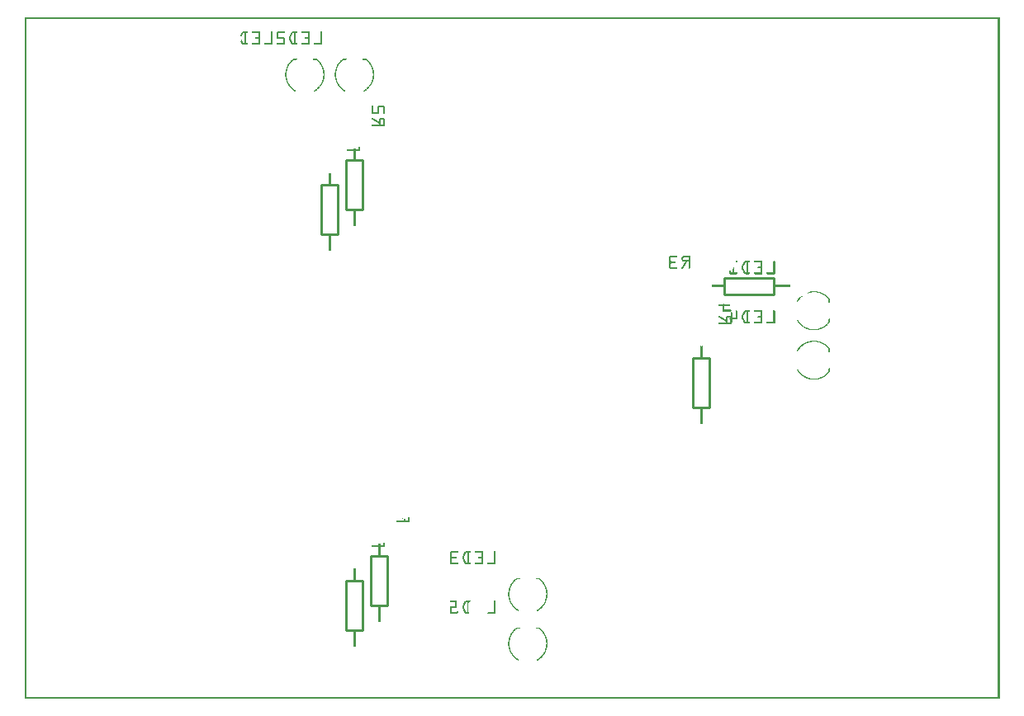
<source format=gbo>
G04 MADE WITH FRITZING*
G04 WWW.FRITZING.ORG*
G04 DOUBLE SIDED*
G04 HOLES PLATED*
G04 CONTOUR ON CENTER OF CONTOUR VECTOR*
%ASAXBY*%
%FSLAX23Y23*%
%MOIN*%
%OFA0B0*%
%SFA1.0B1.0*%
%ADD10C,0.010000*%
%ADD11R,0.001000X0.001000*%
%LNSILK0*%
G90*
G70*
G54D10*
X1465Y379D02*
X1465Y579D01*
D02*
X1465Y579D02*
X1399Y579D01*
D02*
X1399Y579D02*
X1399Y379D01*
D02*
X1399Y379D02*
X1465Y379D01*
D02*
X1365Y1979D02*
X1365Y2179D01*
D02*
X1365Y2179D02*
X1299Y2179D01*
D02*
X1299Y2179D02*
X1299Y1979D01*
D02*
X1299Y1979D02*
X1365Y1979D01*
D02*
X3023Y1702D02*
X2823Y1702D01*
D02*
X2823Y1702D02*
X2823Y1636D01*
D02*
X2823Y1636D02*
X3023Y1636D01*
D02*
X3023Y1636D02*
X3023Y1702D01*
D02*
X2765Y1179D02*
X2765Y1379D01*
D02*
X2765Y1379D02*
X2699Y1379D01*
D02*
X2699Y1379D02*
X2699Y1179D01*
D02*
X2699Y1179D02*
X2765Y1179D01*
D02*
X1365Y279D02*
X1365Y479D01*
D02*
X1365Y479D02*
X1299Y479D01*
D02*
X1299Y479D02*
X1299Y279D01*
D02*
X1299Y279D02*
X1365Y279D01*
D02*
X1265Y1879D02*
X1265Y2079D01*
D02*
X1265Y2079D02*
X1199Y2079D01*
D02*
X1199Y2079D02*
X1199Y1879D01*
D02*
X1199Y1879D02*
X1265Y1879D01*
G54D11*
X0Y2756D02*
X3936Y2756D01*
X0Y2755D02*
X3936Y2755D01*
X0Y2754D02*
X3936Y2754D01*
X0Y2753D02*
X3936Y2753D01*
X0Y2752D02*
X3936Y2752D01*
X0Y2751D02*
X3936Y2751D01*
X0Y2750D02*
X3936Y2750D01*
X0Y2749D02*
X3936Y2749D01*
X0Y2748D02*
X7Y2748D01*
X3929Y2748D02*
X3936Y2748D01*
X0Y2747D02*
X7Y2747D01*
X3929Y2747D02*
X3936Y2747D01*
X0Y2746D02*
X7Y2746D01*
X3929Y2746D02*
X3936Y2746D01*
X0Y2745D02*
X7Y2745D01*
X3929Y2745D02*
X3936Y2745D01*
X0Y2744D02*
X7Y2744D01*
X3929Y2744D02*
X3936Y2744D01*
X0Y2743D02*
X7Y2743D01*
X3929Y2743D02*
X3936Y2743D01*
X0Y2742D02*
X7Y2742D01*
X3929Y2742D02*
X3936Y2742D01*
X0Y2741D02*
X7Y2741D01*
X3929Y2741D02*
X3936Y2741D01*
X0Y2740D02*
X7Y2740D01*
X3929Y2740D02*
X3936Y2740D01*
X0Y2739D02*
X7Y2739D01*
X3929Y2739D02*
X3936Y2739D01*
X0Y2738D02*
X7Y2738D01*
X3929Y2738D02*
X3936Y2738D01*
X0Y2737D02*
X7Y2737D01*
X3929Y2737D02*
X3936Y2737D01*
X0Y2736D02*
X7Y2736D01*
X3929Y2736D02*
X3936Y2736D01*
X0Y2735D02*
X7Y2735D01*
X3929Y2735D02*
X3936Y2735D01*
X0Y2734D02*
X7Y2734D01*
X3929Y2734D02*
X3936Y2734D01*
X0Y2733D02*
X7Y2733D01*
X3929Y2733D02*
X3936Y2733D01*
X0Y2732D02*
X7Y2732D01*
X3929Y2732D02*
X3936Y2732D01*
X0Y2731D02*
X7Y2731D01*
X3929Y2731D02*
X3936Y2731D01*
X0Y2730D02*
X7Y2730D01*
X3929Y2730D02*
X3936Y2730D01*
X0Y2729D02*
X7Y2729D01*
X3929Y2729D02*
X3936Y2729D01*
X0Y2728D02*
X7Y2728D01*
X3929Y2728D02*
X3936Y2728D01*
X0Y2727D02*
X7Y2727D01*
X3929Y2727D02*
X3936Y2727D01*
X0Y2726D02*
X7Y2726D01*
X3929Y2726D02*
X3936Y2726D01*
X0Y2725D02*
X7Y2725D01*
X3929Y2725D02*
X3936Y2725D01*
X0Y2724D02*
X7Y2724D01*
X3929Y2724D02*
X3936Y2724D01*
X0Y2723D02*
X7Y2723D01*
X3929Y2723D02*
X3936Y2723D01*
X0Y2722D02*
X7Y2722D01*
X3929Y2722D02*
X3936Y2722D01*
X0Y2721D02*
X7Y2721D01*
X3929Y2721D02*
X3936Y2721D01*
X0Y2720D02*
X7Y2720D01*
X3929Y2720D02*
X3936Y2720D01*
X0Y2719D02*
X7Y2719D01*
X3929Y2719D02*
X3936Y2719D01*
X0Y2718D02*
X7Y2718D01*
X3929Y2718D02*
X3936Y2718D01*
X0Y2717D02*
X7Y2717D01*
X3929Y2717D02*
X3936Y2717D01*
X0Y2716D02*
X7Y2716D01*
X3929Y2716D02*
X3936Y2716D01*
X0Y2715D02*
X7Y2715D01*
X3929Y2715D02*
X3936Y2715D01*
X0Y2714D02*
X7Y2714D01*
X3929Y2714D02*
X3936Y2714D01*
X0Y2713D02*
X7Y2713D01*
X3929Y2713D02*
X3936Y2713D01*
X0Y2712D02*
X7Y2712D01*
X3929Y2712D02*
X3936Y2712D01*
X0Y2711D02*
X7Y2711D01*
X3929Y2711D02*
X3936Y2711D01*
X0Y2710D02*
X7Y2710D01*
X3929Y2710D02*
X3936Y2710D01*
X0Y2709D02*
X7Y2709D01*
X3929Y2709D02*
X3936Y2709D01*
X0Y2708D02*
X7Y2708D01*
X3929Y2708D02*
X3936Y2708D01*
X0Y2707D02*
X7Y2707D01*
X3929Y2707D02*
X3936Y2707D01*
X0Y2706D02*
X7Y2706D01*
X3929Y2706D02*
X3936Y2706D01*
X0Y2705D02*
X7Y2705D01*
X3929Y2705D02*
X3936Y2705D01*
X0Y2704D02*
X7Y2704D01*
X3929Y2704D02*
X3936Y2704D01*
X0Y2703D02*
X7Y2703D01*
X3929Y2703D02*
X3936Y2703D01*
X0Y2702D02*
X7Y2702D01*
X3929Y2702D02*
X3936Y2702D01*
X0Y2701D02*
X7Y2701D01*
X3929Y2701D02*
X3936Y2701D01*
X0Y2700D02*
X7Y2700D01*
X3929Y2700D02*
X3936Y2700D01*
X0Y2699D02*
X7Y2699D01*
X885Y2699D02*
X898Y2699D01*
X921Y2699D02*
X951Y2699D01*
X1024Y2699D02*
X1047Y2699D01*
X1085Y2699D02*
X1098Y2699D01*
X1121Y2699D02*
X1151Y2699D01*
X3929Y2699D02*
X3936Y2699D01*
X0Y2698D02*
X7Y2698D01*
X881Y2698D02*
X900Y2698D01*
X919Y2698D02*
X951Y2698D01*
X996Y2698D02*
X1000Y2698D01*
X1021Y2698D02*
X1050Y2698D01*
X1081Y2698D02*
X1100Y2698D01*
X1119Y2698D02*
X1151Y2698D01*
X1196Y2698D02*
X1200Y2698D01*
X3929Y2698D02*
X3936Y2698D01*
X0Y2697D02*
X7Y2697D01*
X879Y2697D02*
X901Y2697D01*
X918Y2697D02*
X951Y2697D01*
X996Y2697D02*
X1001Y2697D01*
X1019Y2697D02*
X1050Y2697D01*
X1079Y2697D02*
X1101Y2697D01*
X1118Y2697D02*
X1151Y2697D01*
X1196Y2697D02*
X1201Y2697D01*
X3929Y2697D02*
X3936Y2697D01*
X0Y2696D02*
X7Y2696D01*
X878Y2696D02*
X901Y2696D01*
X918Y2696D02*
X951Y2696D01*
X995Y2696D02*
X1001Y2696D01*
X1018Y2696D02*
X1051Y2696D01*
X1078Y2696D02*
X1101Y2696D01*
X1118Y2696D02*
X1151Y2696D01*
X1195Y2696D02*
X1201Y2696D01*
X3929Y2696D02*
X3936Y2696D01*
X0Y2695D02*
X7Y2695D01*
X877Y2695D02*
X901Y2695D01*
X918Y2695D02*
X951Y2695D01*
X995Y2695D02*
X1001Y2695D01*
X1018Y2695D02*
X1051Y2695D01*
X1077Y2695D02*
X1101Y2695D01*
X1118Y2695D02*
X1151Y2695D01*
X1195Y2695D02*
X1201Y2695D01*
X3929Y2695D02*
X3936Y2695D01*
X0Y2694D02*
X7Y2694D01*
X877Y2694D02*
X900Y2694D01*
X918Y2694D02*
X951Y2694D01*
X995Y2694D02*
X1001Y2694D01*
X1017Y2694D02*
X1050Y2694D01*
X1077Y2694D02*
X1100Y2694D01*
X1118Y2694D02*
X1151Y2694D01*
X1195Y2694D02*
X1201Y2694D01*
X3929Y2694D02*
X3936Y2694D01*
X0Y2693D02*
X7Y2693D01*
X876Y2693D02*
X900Y2693D01*
X919Y2693D02*
X951Y2693D01*
X995Y2693D02*
X1001Y2693D01*
X1017Y2693D02*
X1050Y2693D01*
X1076Y2693D02*
X1100Y2693D01*
X1119Y2693D02*
X1151Y2693D01*
X1195Y2693D02*
X1201Y2693D01*
X3929Y2693D02*
X3936Y2693D01*
X0Y2692D02*
X7Y2692D01*
X876Y2692D02*
X884Y2692D01*
X888Y2692D02*
X894Y2692D01*
X945Y2692D02*
X951Y2692D01*
X995Y2692D02*
X1001Y2692D01*
X1017Y2692D02*
X1024Y2692D01*
X1076Y2692D02*
X1084Y2692D01*
X1088Y2692D02*
X1094Y2692D01*
X1145Y2692D02*
X1151Y2692D01*
X1195Y2692D02*
X1201Y2692D01*
X3929Y2692D02*
X3936Y2692D01*
X0Y2691D02*
X7Y2691D01*
X875Y2691D02*
X882Y2691D01*
X888Y2691D02*
X894Y2691D01*
X945Y2691D02*
X951Y2691D01*
X995Y2691D02*
X1001Y2691D01*
X1017Y2691D02*
X1023Y2691D01*
X1075Y2691D02*
X1082Y2691D01*
X1088Y2691D02*
X1094Y2691D01*
X1145Y2691D02*
X1151Y2691D01*
X1195Y2691D02*
X1201Y2691D01*
X3929Y2691D02*
X3936Y2691D01*
X0Y2690D02*
X7Y2690D01*
X875Y2690D02*
X881Y2690D01*
X888Y2690D02*
X894Y2690D01*
X945Y2690D02*
X951Y2690D01*
X995Y2690D02*
X1001Y2690D01*
X1017Y2690D02*
X1023Y2690D01*
X1075Y2690D02*
X1081Y2690D01*
X1088Y2690D02*
X1094Y2690D01*
X1145Y2690D02*
X1151Y2690D01*
X1195Y2690D02*
X1201Y2690D01*
X3929Y2690D02*
X3936Y2690D01*
X0Y2689D02*
X7Y2689D01*
X874Y2689D02*
X881Y2689D01*
X888Y2689D02*
X894Y2689D01*
X945Y2689D02*
X951Y2689D01*
X995Y2689D02*
X1001Y2689D01*
X1017Y2689D02*
X1023Y2689D01*
X1074Y2689D02*
X1081Y2689D01*
X1088Y2689D02*
X1094Y2689D01*
X1145Y2689D02*
X1151Y2689D01*
X1195Y2689D02*
X1201Y2689D01*
X3929Y2689D02*
X3936Y2689D01*
X0Y2688D02*
X7Y2688D01*
X874Y2688D02*
X880Y2688D01*
X888Y2688D02*
X894Y2688D01*
X945Y2688D02*
X951Y2688D01*
X995Y2688D02*
X1001Y2688D01*
X1017Y2688D02*
X1023Y2688D01*
X1074Y2688D02*
X1080Y2688D01*
X1088Y2688D02*
X1094Y2688D01*
X1145Y2688D02*
X1151Y2688D01*
X1195Y2688D02*
X1201Y2688D01*
X3929Y2688D02*
X3936Y2688D01*
X0Y2687D02*
X7Y2687D01*
X873Y2687D02*
X880Y2687D01*
X888Y2687D02*
X894Y2687D01*
X945Y2687D02*
X951Y2687D01*
X995Y2687D02*
X1001Y2687D01*
X1017Y2687D02*
X1023Y2687D01*
X1073Y2687D02*
X1080Y2687D01*
X1088Y2687D02*
X1094Y2687D01*
X1145Y2687D02*
X1151Y2687D01*
X1195Y2687D02*
X1201Y2687D01*
X3929Y2687D02*
X3936Y2687D01*
X0Y2686D02*
X7Y2686D01*
X872Y2686D02*
X879Y2686D01*
X888Y2686D02*
X894Y2686D01*
X945Y2686D02*
X951Y2686D01*
X995Y2686D02*
X1001Y2686D01*
X1017Y2686D02*
X1023Y2686D01*
X1072Y2686D02*
X1079Y2686D01*
X1088Y2686D02*
X1094Y2686D01*
X1145Y2686D02*
X1151Y2686D01*
X1195Y2686D02*
X1201Y2686D01*
X3929Y2686D02*
X3936Y2686D01*
X0Y2685D02*
X7Y2685D01*
X872Y2685D02*
X879Y2685D01*
X888Y2685D02*
X894Y2685D01*
X945Y2685D02*
X951Y2685D01*
X995Y2685D02*
X1001Y2685D01*
X1017Y2685D02*
X1023Y2685D01*
X1072Y2685D02*
X1079Y2685D01*
X1088Y2685D02*
X1094Y2685D01*
X1145Y2685D02*
X1151Y2685D01*
X1195Y2685D02*
X1201Y2685D01*
X3929Y2685D02*
X3936Y2685D01*
X0Y2684D02*
X7Y2684D01*
X872Y2684D02*
X878Y2684D01*
X888Y2684D02*
X894Y2684D01*
X945Y2684D02*
X951Y2684D01*
X995Y2684D02*
X1001Y2684D01*
X1017Y2684D02*
X1023Y2684D01*
X1071Y2684D02*
X1078Y2684D01*
X1088Y2684D02*
X1094Y2684D01*
X1145Y2684D02*
X1151Y2684D01*
X1195Y2684D02*
X1201Y2684D01*
X3929Y2684D02*
X3936Y2684D01*
X0Y2683D02*
X7Y2683D01*
X873Y2683D02*
X878Y2683D01*
X888Y2683D02*
X894Y2683D01*
X945Y2683D02*
X951Y2683D01*
X995Y2683D02*
X1001Y2683D01*
X1017Y2683D02*
X1023Y2683D01*
X1071Y2683D02*
X1078Y2683D01*
X1088Y2683D02*
X1094Y2683D01*
X1145Y2683D02*
X1151Y2683D01*
X1195Y2683D02*
X1201Y2683D01*
X3929Y2683D02*
X3936Y2683D01*
X0Y2682D02*
X7Y2682D01*
X873Y2682D02*
X877Y2682D01*
X888Y2682D02*
X894Y2682D01*
X945Y2682D02*
X951Y2682D01*
X995Y2682D02*
X1001Y2682D01*
X1017Y2682D02*
X1023Y2682D01*
X1070Y2682D02*
X1077Y2682D01*
X1088Y2682D02*
X1094Y2682D01*
X1145Y2682D02*
X1151Y2682D01*
X1195Y2682D02*
X1201Y2682D01*
X3929Y2682D02*
X3936Y2682D01*
X0Y2681D02*
X7Y2681D01*
X873Y2681D02*
X877Y2681D01*
X888Y2681D02*
X894Y2681D01*
X945Y2681D02*
X951Y2681D01*
X995Y2681D02*
X1001Y2681D01*
X1017Y2681D02*
X1023Y2681D01*
X1070Y2681D02*
X1077Y2681D01*
X1088Y2681D02*
X1094Y2681D01*
X1145Y2681D02*
X1151Y2681D01*
X1195Y2681D02*
X1201Y2681D01*
X3929Y2681D02*
X3936Y2681D01*
X0Y2680D02*
X7Y2680D01*
X873Y2680D02*
X876Y2680D01*
X888Y2680D02*
X894Y2680D01*
X945Y2680D02*
X951Y2680D01*
X995Y2680D02*
X1001Y2680D01*
X1017Y2680D02*
X1023Y2680D01*
X1069Y2680D02*
X1076Y2680D01*
X1088Y2680D02*
X1094Y2680D01*
X1145Y2680D02*
X1151Y2680D01*
X1195Y2680D02*
X1201Y2680D01*
X3929Y2680D02*
X3936Y2680D01*
X0Y2679D02*
X7Y2679D01*
X874Y2679D02*
X876Y2679D01*
X888Y2679D02*
X894Y2679D01*
X945Y2679D02*
X951Y2679D01*
X995Y2679D02*
X1001Y2679D01*
X1017Y2679D02*
X1023Y2679D01*
X1069Y2679D02*
X1076Y2679D01*
X1088Y2679D02*
X1094Y2679D01*
X1145Y2679D02*
X1151Y2679D01*
X1195Y2679D02*
X1201Y2679D01*
X3929Y2679D02*
X3936Y2679D01*
X0Y2678D02*
X7Y2678D01*
X874Y2678D02*
X875Y2678D01*
X888Y2678D02*
X894Y2678D01*
X945Y2678D02*
X951Y2678D01*
X995Y2678D02*
X1001Y2678D01*
X1017Y2678D02*
X1023Y2678D01*
X1069Y2678D02*
X1075Y2678D01*
X1088Y2678D02*
X1094Y2678D01*
X1145Y2678D02*
X1151Y2678D01*
X1195Y2678D02*
X1201Y2678D01*
X3929Y2678D02*
X3936Y2678D01*
X0Y2677D02*
X7Y2677D01*
X874Y2677D02*
X875Y2677D01*
X888Y2677D02*
X894Y2677D01*
X945Y2677D02*
X951Y2677D01*
X995Y2677D02*
X1001Y2677D01*
X1017Y2677D02*
X1023Y2677D01*
X1068Y2677D02*
X1075Y2677D01*
X1088Y2677D02*
X1094Y2677D01*
X1145Y2677D02*
X1151Y2677D01*
X1195Y2677D02*
X1201Y2677D01*
X3929Y2677D02*
X3936Y2677D01*
X0Y2676D02*
X7Y2676D01*
X874Y2676D02*
X874Y2676D01*
X888Y2676D02*
X894Y2676D01*
X945Y2676D02*
X951Y2676D01*
X995Y2676D02*
X1001Y2676D01*
X1017Y2676D02*
X1023Y2676D01*
X1068Y2676D02*
X1074Y2676D01*
X1088Y2676D02*
X1094Y2676D01*
X1145Y2676D02*
X1151Y2676D01*
X1195Y2676D02*
X1201Y2676D01*
X3929Y2676D02*
X3936Y2676D01*
X0Y2675D02*
X7Y2675D01*
X874Y2675D02*
X874Y2675D01*
X888Y2675D02*
X894Y2675D01*
X933Y2675D02*
X951Y2675D01*
X995Y2675D02*
X1001Y2675D01*
X1017Y2675D02*
X1046Y2675D01*
X1068Y2675D02*
X1074Y2675D01*
X1088Y2675D02*
X1094Y2675D01*
X1133Y2675D02*
X1151Y2675D01*
X1195Y2675D02*
X1201Y2675D01*
X3929Y2675D02*
X3936Y2675D01*
X0Y2674D02*
X7Y2674D01*
X874Y2674D02*
X874Y2674D01*
X888Y2674D02*
X894Y2674D01*
X932Y2674D02*
X951Y2674D01*
X995Y2674D02*
X1001Y2674D01*
X1017Y2674D02*
X1048Y2674D01*
X1067Y2674D02*
X1074Y2674D01*
X1088Y2674D02*
X1094Y2674D01*
X1132Y2674D02*
X1151Y2674D01*
X1195Y2674D02*
X1201Y2674D01*
X3929Y2674D02*
X3936Y2674D01*
X0Y2673D02*
X7Y2673D01*
X888Y2673D02*
X894Y2673D01*
X932Y2673D02*
X951Y2673D01*
X995Y2673D02*
X1001Y2673D01*
X1018Y2673D02*
X1049Y2673D01*
X1067Y2673D02*
X1073Y2673D01*
X1088Y2673D02*
X1094Y2673D01*
X1132Y2673D02*
X1151Y2673D01*
X1195Y2673D02*
X1201Y2673D01*
X3929Y2673D02*
X3936Y2673D01*
X0Y2672D02*
X7Y2672D01*
X888Y2672D02*
X894Y2672D01*
X931Y2672D02*
X951Y2672D01*
X995Y2672D02*
X1001Y2672D01*
X1018Y2672D02*
X1050Y2672D01*
X1067Y2672D02*
X1073Y2672D01*
X1088Y2672D02*
X1094Y2672D01*
X1131Y2672D02*
X1151Y2672D01*
X1195Y2672D02*
X1201Y2672D01*
X3929Y2672D02*
X3936Y2672D01*
X0Y2671D02*
X7Y2671D01*
X888Y2671D02*
X894Y2671D01*
X932Y2671D02*
X951Y2671D01*
X995Y2671D02*
X1001Y2671D01*
X1019Y2671D02*
X1050Y2671D01*
X1067Y2671D02*
X1073Y2671D01*
X1088Y2671D02*
X1094Y2671D01*
X1132Y2671D02*
X1151Y2671D01*
X1195Y2671D02*
X1201Y2671D01*
X3929Y2671D02*
X3936Y2671D01*
X0Y2670D02*
X7Y2670D01*
X888Y2670D02*
X894Y2670D01*
X932Y2670D02*
X951Y2670D01*
X995Y2670D02*
X1001Y2670D01*
X1020Y2670D02*
X1050Y2670D01*
X1067Y2670D02*
X1074Y2670D01*
X1088Y2670D02*
X1094Y2670D01*
X1132Y2670D02*
X1151Y2670D01*
X1195Y2670D02*
X1201Y2670D01*
X3929Y2670D02*
X3936Y2670D01*
X0Y2669D02*
X7Y2669D01*
X888Y2669D02*
X894Y2669D01*
X933Y2669D02*
X951Y2669D01*
X995Y2669D02*
X1001Y2669D01*
X1022Y2669D02*
X1051Y2669D01*
X1068Y2669D02*
X1074Y2669D01*
X1088Y2669D02*
X1094Y2669D01*
X1133Y2669D02*
X1151Y2669D01*
X1195Y2669D02*
X1201Y2669D01*
X3929Y2669D02*
X3936Y2669D01*
X0Y2668D02*
X7Y2668D01*
X888Y2668D02*
X894Y2668D01*
X945Y2668D02*
X951Y2668D01*
X995Y2668D02*
X1001Y2668D01*
X1045Y2668D02*
X1051Y2668D01*
X1068Y2668D02*
X1074Y2668D01*
X1088Y2668D02*
X1094Y2668D01*
X1145Y2668D02*
X1151Y2668D01*
X1195Y2668D02*
X1201Y2668D01*
X3929Y2668D02*
X3936Y2668D01*
X0Y2667D02*
X7Y2667D01*
X875Y2667D02*
X875Y2667D01*
X888Y2667D02*
X894Y2667D01*
X945Y2667D02*
X951Y2667D01*
X995Y2667D02*
X1001Y2667D01*
X1045Y2667D02*
X1051Y2667D01*
X1068Y2667D02*
X1075Y2667D01*
X1088Y2667D02*
X1094Y2667D01*
X1145Y2667D02*
X1151Y2667D01*
X1195Y2667D02*
X1201Y2667D01*
X3929Y2667D02*
X3936Y2667D01*
X0Y2666D02*
X7Y2666D01*
X874Y2666D02*
X875Y2666D01*
X888Y2666D02*
X894Y2666D01*
X945Y2666D02*
X951Y2666D01*
X995Y2666D02*
X1001Y2666D01*
X1045Y2666D02*
X1051Y2666D01*
X1069Y2666D02*
X1075Y2666D01*
X1088Y2666D02*
X1094Y2666D01*
X1145Y2666D02*
X1151Y2666D01*
X1195Y2666D02*
X1201Y2666D01*
X3929Y2666D02*
X3936Y2666D01*
X0Y2665D02*
X7Y2665D01*
X874Y2665D02*
X876Y2665D01*
X888Y2665D02*
X894Y2665D01*
X945Y2665D02*
X951Y2665D01*
X995Y2665D02*
X1001Y2665D01*
X1045Y2665D02*
X1051Y2665D01*
X1069Y2665D02*
X1076Y2665D01*
X1088Y2665D02*
X1094Y2665D01*
X1145Y2665D02*
X1151Y2665D01*
X1195Y2665D02*
X1201Y2665D01*
X3929Y2665D02*
X3936Y2665D01*
X0Y2664D02*
X7Y2664D01*
X874Y2664D02*
X876Y2664D01*
X888Y2664D02*
X894Y2664D01*
X945Y2664D02*
X951Y2664D01*
X995Y2664D02*
X1001Y2664D01*
X1045Y2664D02*
X1051Y2664D01*
X1069Y2664D02*
X1076Y2664D01*
X1088Y2664D02*
X1094Y2664D01*
X1145Y2664D02*
X1151Y2664D01*
X1195Y2664D02*
X1201Y2664D01*
X3929Y2664D02*
X3936Y2664D01*
X0Y2663D02*
X7Y2663D01*
X874Y2663D02*
X877Y2663D01*
X888Y2663D02*
X894Y2663D01*
X945Y2663D02*
X951Y2663D01*
X995Y2663D02*
X1001Y2663D01*
X1045Y2663D02*
X1051Y2663D01*
X1070Y2663D02*
X1077Y2663D01*
X1088Y2663D02*
X1094Y2663D01*
X1145Y2663D02*
X1151Y2663D01*
X1195Y2663D02*
X1201Y2663D01*
X3929Y2663D02*
X3936Y2663D01*
X0Y2662D02*
X7Y2662D01*
X874Y2662D02*
X877Y2662D01*
X888Y2662D02*
X894Y2662D01*
X945Y2662D02*
X951Y2662D01*
X995Y2662D02*
X1001Y2662D01*
X1045Y2662D02*
X1051Y2662D01*
X1070Y2662D02*
X1077Y2662D01*
X1088Y2662D02*
X1094Y2662D01*
X1145Y2662D02*
X1151Y2662D01*
X1195Y2662D02*
X1201Y2662D01*
X3929Y2662D02*
X3936Y2662D01*
X0Y2661D02*
X7Y2661D01*
X874Y2661D02*
X878Y2661D01*
X888Y2661D02*
X894Y2661D01*
X945Y2661D02*
X951Y2661D01*
X995Y2661D02*
X1001Y2661D01*
X1045Y2661D02*
X1051Y2661D01*
X1071Y2661D02*
X1078Y2661D01*
X1088Y2661D02*
X1094Y2661D01*
X1145Y2661D02*
X1151Y2661D01*
X1195Y2661D02*
X1201Y2661D01*
X3929Y2661D02*
X3936Y2661D01*
X0Y2660D02*
X7Y2660D01*
X873Y2660D02*
X878Y2660D01*
X888Y2660D02*
X894Y2660D01*
X945Y2660D02*
X951Y2660D01*
X995Y2660D02*
X1001Y2660D01*
X1045Y2660D02*
X1051Y2660D01*
X1071Y2660D02*
X1078Y2660D01*
X1088Y2660D02*
X1094Y2660D01*
X1145Y2660D02*
X1151Y2660D01*
X1195Y2660D02*
X1201Y2660D01*
X3929Y2660D02*
X3936Y2660D01*
X0Y2659D02*
X7Y2659D01*
X873Y2659D02*
X879Y2659D01*
X888Y2659D02*
X894Y2659D01*
X945Y2659D02*
X951Y2659D01*
X995Y2659D02*
X1001Y2659D01*
X1045Y2659D02*
X1051Y2659D01*
X1072Y2659D02*
X1079Y2659D01*
X1088Y2659D02*
X1094Y2659D01*
X1145Y2659D02*
X1151Y2659D01*
X1195Y2659D02*
X1201Y2659D01*
X3929Y2659D02*
X3936Y2659D01*
X0Y2658D02*
X7Y2658D01*
X873Y2658D02*
X879Y2658D01*
X888Y2658D02*
X894Y2658D01*
X945Y2658D02*
X951Y2658D01*
X995Y2658D02*
X1001Y2658D01*
X1045Y2658D02*
X1051Y2658D01*
X1072Y2658D02*
X1079Y2658D01*
X1088Y2658D02*
X1094Y2658D01*
X1145Y2658D02*
X1151Y2658D01*
X1195Y2658D02*
X1201Y2658D01*
X3929Y2658D02*
X3936Y2658D01*
X0Y2657D02*
X7Y2657D01*
X873Y2657D02*
X880Y2657D01*
X888Y2657D02*
X894Y2657D01*
X945Y2657D02*
X951Y2657D01*
X995Y2657D02*
X1001Y2657D01*
X1045Y2657D02*
X1051Y2657D01*
X1073Y2657D02*
X1080Y2657D01*
X1088Y2657D02*
X1094Y2657D01*
X1145Y2657D02*
X1151Y2657D01*
X1195Y2657D02*
X1201Y2657D01*
X3929Y2657D02*
X3936Y2657D01*
X0Y2656D02*
X7Y2656D01*
X873Y2656D02*
X880Y2656D01*
X888Y2656D02*
X894Y2656D01*
X945Y2656D02*
X951Y2656D01*
X995Y2656D02*
X1001Y2656D01*
X1045Y2656D02*
X1051Y2656D01*
X1073Y2656D02*
X1080Y2656D01*
X1088Y2656D02*
X1094Y2656D01*
X1145Y2656D02*
X1151Y2656D01*
X1195Y2656D02*
X1201Y2656D01*
X3929Y2656D02*
X3936Y2656D01*
X0Y2655D02*
X7Y2655D01*
X874Y2655D02*
X881Y2655D01*
X888Y2655D02*
X894Y2655D01*
X945Y2655D02*
X951Y2655D01*
X995Y2655D02*
X1001Y2655D01*
X1045Y2655D02*
X1051Y2655D01*
X1074Y2655D02*
X1081Y2655D01*
X1088Y2655D02*
X1094Y2655D01*
X1145Y2655D02*
X1151Y2655D01*
X1195Y2655D02*
X1201Y2655D01*
X3929Y2655D02*
X3936Y2655D01*
X0Y2654D02*
X7Y2654D01*
X874Y2654D02*
X881Y2654D01*
X888Y2654D02*
X894Y2654D01*
X945Y2654D02*
X951Y2654D01*
X995Y2654D02*
X1001Y2654D01*
X1045Y2654D02*
X1051Y2654D01*
X1074Y2654D02*
X1081Y2654D01*
X1088Y2654D02*
X1094Y2654D01*
X1145Y2654D02*
X1151Y2654D01*
X1195Y2654D02*
X1201Y2654D01*
X3929Y2654D02*
X3936Y2654D01*
X0Y2653D02*
X7Y2653D01*
X875Y2653D02*
X882Y2653D01*
X888Y2653D02*
X894Y2653D01*
X945Y2653D02*
X951Y2653D01*
X995Y2653D02*
X1001Y2653D01*
X1045Y2653D02*
X1051Y2653D01*
X1075Y2653D02*
X1082Y2653D01*
X1088Y2653D02*
X1094Y2653D01*
X1145Y2653D02*
X1151Y2653D01*
X1195Y2653D02*
X1201Y2653D01*
X3929Y2653D02*
X3936Y2653D01*
X0Y2652D02*
X7Y2652D01*
X875Y2652D02*
X884Y2652D01*
X888Y2652D02*
X894Y2652D01*
X945Y2652D02*
X951Y2652D01*
X995Y2652D02*
X1001Y2652D01*
X1044Y2652D02*
X1051Y2652D01*
X1075Y2652D02*
X1084Y2652D01*
X1088Y2652D02*
X1094Y2652D01*
X1145Y2652D02*
X1151Y2652D01*
X1195Y2652D02*
X1201Y2652D01*
X3929Y2652D02*
X3936Y2652D01*
X0Y2651D02*
X7Y2651D01*
X876Y2651D02*
X900Y2651D01*
X919Y2651D02*
X951Y2651D01*
X969Y2651D02*
X1001Y2651D01*
X1018Y2651D02*
X1051Y2651D01*
X1076Y2651D02*
X1100Y2651D01*
X1119Y2651D02*
X1151Y2651D01*
X1169Y2651D02*
X1201Y2651D01*
X3929Y2651D02*
X3936Y2651D01*
X0Y2650D02*
X7Y2650D01*
X876Y2650D02*
X900Y2650D01*
X918Y2650D02*
X951Y2650D01*
X968Y2650D02*
X1001Y2650D01*
X1018Y2650D02*
X1051Y2650D01*
X1076Y2650D02*
X1100Y2650D01*
X1118Y2650D02*
X1151Y2650D01*
X1168Y2650D02*
X1201Y2650D01*
X3929Y2650D02*
X3936Y2650D01*
X0Y2649D02*
X7Y2649D01*
X877Y2649D02*
X901Y2649D01*
X918Y2649D02*
X951Y2649D01*
X968Y2649D02*
X1001Y2649D01*
X1017Y2649D02*
X1051Y2649D01*
X1077Y2649D02*
X1101Y2649D01*
X1118Y2649D02*
X1151Y2649D01*
X1168Y2649D02*
X1201Y2649D01*
X3929Y2649D02*
X3936Y2649D01*
X0Y2648D02*
X7Y2648D01*
X878Y2648D02*
X901Y2648D01*
X918Y2648D02*
X951Y2648D01*
X968Y2648D02*
X1001Y2648D01*
X1017Y2648D02*
X1051Y2648D01*
X1078Y2648D02*
X1101Y2648D01*
X1118Y2648D02*
X1151Y2648D01*
X1168Y2648D02*
X1201Y2648D01*
X3929Y2648D02*
X3936Y2648D01*
X0Y2647D02*
X7Y2647D01*
X879Y2647D02*
X901Y2647D01*
X918Y2647D02*
X951Y2647D01*
X968Y2647D02*
X1001Y2647D01*
X1017Y2647D02*
X1051Y2647D01*
X1079Y2647D02*
X1101Y2647D01*
X1118Y2647D02*
X1151Y2647D01*
X1168Y2647D02*
X1201Y2647D01*
X3929Y2647D02*
X3936Y2647D01*
X0Y2646D02*
X7Y2646D01*
X881Y2646D02*
X900Y2646D01*
X919Y2646D02*
X951Y2646D01*
X969Y2646D02*
X1001Y2646D01*
X1018Y2646D02*
X1051Y2646D01*
X1081Y2646D02*
X1100Y2646D01*
X1119Y2646D02*
X1151Y2646D01*
X1169Y2646D02*
X1201Y2646D01*
X3929Y2646D02*
X3936Y2646D01*
X0Y2645D02*
X7Y2645D01*
X885Y2645D02*
X898Y2645D01*
X921Y2645D02*
X951Y2645D01*
X971Y2645D02*
X1001Y2645D01*
X1020Y2645D02*
X1050Y2645D01*
X1085Y2645D02*
X1098Y2645D01*
X1121Y2645D02*
X1151Y2645D01*
X1171Y2645D02*
X1201Y2645D01*
X3929Y2645D02*
X3936Y2645D01*
X0Y2644D02*
X7Y2644D01*
X3929Y2644D02*
X3936Y2644D01*
X0Y2643D02*
X7Y2643D01*
X3929Y2643D02*
X3936Y2643D01*
X0Y2642D02*
X7Y2642D01*
X3929Y2642D02*
X3936Y2642D01*
X0Y2641D02*
X7Y2641D01*
X3929Y2641D02*
X3936Y2641D01*
X0Y2640D02*
X7Y2640D01*
X3929Y2640D02*
X3936Y2640D01*
X0Y2639D02*
X7Y2639D01*
X3929Y2639D02*
X3936Y2639D01*
X0Y2638D02*
X7Y2638D01*
X3929Y2638D02*
X3936Y2638D01*
X0Y2637D02*
X7Y2637D01*
X3929Y2637D02*
X3936Y2637D01*
X0Y2636D02*
X7Y2636D01*
X3929Y2636D02*
X3936Y2636D01*
X0Y2635D02*
X7Y2635D01*
X3929Y2635D02*
X3936Y2635D01*
X0Y2634D02*
X7Y2634D01*
X3929Y2634D02*
X3936Y2634D01*
X0Y2633D02*
X7Y2633D01*
X3929Y2633D02*
X3936Y2633D01*
X0Y2632D02*
X7Y2632D01*
X3929Y2632D02*
X3936Y2632D01*
X0Y2631D02*
X7Y2631D01*
X3929Y2631D02*
X3936Y2631D01*
X0Y2630D02*
X7Y2630D01*
X3929Y2630D02*
X3936Y2630D01*
X0Y2629D02*
X7Y2629D01*
X3929Y2629D02*
X3936Y2629D01*
X0Y2628D02*
X7Y2628D01*
X3929Y2628D02*
X3936Y2628D01*
X0Y2627D02*
X7Y2627D01*
X3929Y2627D02*
X3936Y2627D01*
X0Y2626D02*
X7Y2626D01*
X3929Y2626D02*
X3936Y2626D01*
X0Y2625D02*
X7Y2625D01*
X3929Y2625D02*
X3936Y2625D01*
X0Y2624D02*
X7Y2624D01*
X3929Y2624D02*
X3936Y2624D01*
X0Y2623D02*
X7Y2623D01*
X3929Y2623D02*
X3936Y2623D01*
X0Y2622D02*
X7Y2622D01*
X3929Y2622D02*
X3936Y2622D01*
X0Y2621D02*
X7Y2621D01*
X3929Y2621D02*
X3936Y2621D01*
X0Y2620D02*
X7Y2620D01*
X3929Y2620D02*
X3936Y2620D01*
X0Y2619D02*
X7Y2619D01*
X3929Y2619D02*
X3936Y2619D01*
X0Y2618D02*
X7Y2618D01*
X3929Y2618D02*
X3936Y2618D01*
X0Y2617D02*
X7Y2617D01*
X3929Y2617D02*
X3936Y2617D01*
X0Y2616D02*
X7Y2616D01*
X3929Y2616D02*
X3936Y2616D01*
X0Y2615D02*
X7Y2615D01*
X3929Y2615D02*
X3936Y2615D01*
X0Y2614D02*
X7Y2614D01*
X3929Y2614D02*
X3936Y2614D01*
X0Y2613D02*
X7Y2613D01*
X3929Y2613D02*
X3936Y2613D01*
X0Y2612D02*
X7Y2612D01*
X3929Y2612D02*
X3936Y2612D01*
X0Y2611D02*
X7Y2611D01*
X3929Y2611D02*
X3936Y2611D01*
X0Y2610D02*
X7Y2610D01*
X3929Y2610D02*
X3936Y2610D01*
X0Y2609D02*
X7Y2609D01*
X3929Y2609D02*
X3936Y2609D01*
X0Y2608D02*
X7Y2608D01*
X3929Y2608D02*
X3936Y2608D01*
X0Y2607D02*
X7Y2607D01*
X3929Y2607D02*
X3936Y2607D01*
X0Y2606D02*
X7Y2606D01*
X3929Y2606D02*
X3936Y2606D01*
X0Y2605D02*
X7Y2605D01*
X3929Y2605D02*
X3936Y2605D01*
X0Y2604D02*
X7Y2604D01*
X3929Y2604D02*
X3936Y2604D01*
X0Y2603D02*
X7Y2603D01*
X3929Y2603D02*
X3936Y2603D01*
X0Y2602D02*
X7Y2602D01*
X3929Y2602D02*
X3936Y2602D01*
X0Y2601D02*
X7Y2601D01*
X3929Y2601D02*
X3936Y2601D01*
X0Y2600D02*
X7Y2600D01*
X3929Y2600D02*
X3936Y2600D01*
X0Y2599D02*
X7Y2599D01*
X3929Y2599D02*
X3936Y2599D01*
X0Y2598D02*
X7Y2598D01*
X3929Y2598D02*
X3936Y2598D01*
X0Y2597D02*
X7Y2597D01*
X3929Y2597D02*
X3936Y2597D01*
X0Y2596D02*
X7Y2596D01*
X3929Y2596D02*
X3936Y2596D01*
X0Y2595D02*
X7Y2595D01*
X3929Y2595D02*
X3936Y2595D01*
X0Y2594D02*
X7Y2594D01*
X3929Y2594D02*
X3936Y2594D01*
X0Y2593D02*
X7Y2593D01*
X3929Y2593D02*
X3936Y2593D01*
X0Y2592D02*
X7Y2592D01*
X3929Y2592D02*
X3936Y2592D01*
X0Y2591D02*
X7Y2591D01*
X3929Y2591D02*
X3936Y2591D01*
X0Y2590D02*
X7Y2590D01*
X3929Y2590D02*
X3936Y2590D01*
X0Y2589D02*
X7Y2589D01*
X3929Y2589D02*
X3936Y2589D01*
X0Y2588D02*
X7Y2588D01*
X1085Y2588D02*
X1099Y2588D01*
X1164Y2588D02*
X1179Y2588D01*
X1285Y2588D02*
X1299Y2588D01*
X1364Y2588D02*
X1379Y2588D01*
X3929Y2588D02*
X3936Y2588D01*
X0Y2587D02*
X7Y2587D01*
X1083Y2587D02*
X1099Y2587D01*
X1164Y2587D02*
X1180Y2587D01*
X1283Y2587D02*
X1299Y2587D01*
X1364Y2587D02*
X1380Y2587D01*
X3929Y2587D02*
X3936Y2587D01*
X0Y2586D02*
X7Y2586D01*
X1082Y2586D02*
X1099Y2586D01*
X1165Y2586D02*
X1181Y2586D01*
X1282Y2586D02*
X1299Y2586D01*
X1365Y2586D02*
X1381Y2586D01*
X3929Y2586D02*
X3936Y2586D01*
X0Y2585D02*
X7Y2585D01*
X1081Y2585D02*
X1098Y2585D01*
X1165Y2585D02*
X1183Y2585D01*
X1281Y2585D02*
X1298Y2585D01*
X1365Y2585D02*
X1383Y2585D01*
X3929Y2585D02*
X3936Y2585D01*
X0Y2584D02*
X7Y2584D01*
X1080Y2584D02*
X1098Y2584D01*
X1166Y2584D02*
X1184Y2584D01*
X1280Y2584D02*
X1298Y2584D01*
X1366Y2584D02*
X1384Y2584D01*
X3929Y2584D02*
X3936Y2584D01*
X0Y2583D02*
X7Y2583D01*
X1078Y2583D02*
X1085Y2583D01*
X1178Y2583D02*
X1185Y2583D01*
X1278Y2583D02*
X1285Y2583D01*
X1378Y2583D02*
X1385Y2583D01*
X3929Y2583D02*
X3936Y2583D01*
X0Y2582D02*
X7Y2582D01*
X1077Y2582D02*
X1084Y2582D01*
X1179Y2582D02*
X1186Y2582D01*
X1277Y2582D02*
X1284Y2582D01*
X1379Y2582D02*
X1386Y2582D01*
X3929Y2582D02*
X3936Y2582D01*
X0Y2581D02*
X7Y2581D01*
X1076Y2581D02*
X1083Y2581D01*
X1181Y2581D02*
X1187Y2581D01*
X1276Y2581D02*
X1283Y2581D01*
X1381Y2581D02*
X1387Y2581D01*
X3929Y2581D02*
X3936Y2581D01*
X0Y2580D02*
X7Y2580D01*
X1076Y2580D02*
X1082Y2580D01*
X1182Y2580D02*
X1188Y2580D01*
X1276Y2580D02*
X1282Y2580D01*
X1382Y2580D02*
X1388Y2580D01*
X3929Y2580D02*
X3936Y2580D01*
X0Y2579D02*
X7Y2579D01*
X1075Y2579D02*
X1081Y2579D01*
X1183Y2579D02*
X1189Y2579D01*
X1275Y2579D02*
X1281Y2579D01*
X1383Y2579D02*
X1389Y2579D01*
X3929Y2579D02*
X3936Y2579D01*
X0Y2578D02*
X7Y2578D01*
X1074Y2578D02*
X1080Y2578D01*
X1184Y2578D02*
X1190Y2578D01*
X1274Y2578D02*
X1280Y2578D01*
X1384Y2578D02*
X1390Y2578D01*
X3929Y2578D02*
X3936Y2578D01*
X0Y2577D02*
X7Y2577D01*
X1073Y2577D02*
X1079Y2577D01*
X1185Y2577D02*
X1191Y2577D01*
X1273Y2577D02*
X1279Y2577D01*
X1385Y2577D02*
X1391Y2577D01*
X3929Y2577D02*
X3936Y2577D01*
X0Y2576D02*
X7Y2576D01*
X1072Y2576D02*
X1078Y2576D01*
X1186Y2576D02*
X1192Y2576D01*
X1272Y2576D02*
X1278Y2576D01*
X1386Y2576D02*
X1392Y2576D01*
X3929Y2576D02*
X3936Y2576D01*
X0Y2575D02*
X7Y2575D01*
X1071Y2575D02*
X1077Y2575D01*
X1187Y2575D02*
X1192Y2575D01*
X1271Y2575D02*
X1277Y2575D01*
X1387Y2575D02*
X1392Y2575D01*
X3929Y2575D02*
X3936Y2575D01*
X0Y2574D02*
X7Y2574D01*
X1070Y2574D02*
X1076Y2574D01*
X1188Y2574D02*
X1193Y2574D01*
X1270Y2574D02*
X1276Y2574D01*
X1388Y2574D02*
X1393Y2574D01*
X3929Y2574D02*
X3936Y2574D01*
X0Y2573D02*
X7Y2573D01*
X1069Y2573D02*
X1075Y2573D01*
X1188Y2573D02*
X1194Y2573D01*
X1269Y2573D02*
X1275Y2573D01*
X1388Y2573D02*
X1394Y2573D01*
X3929Y2573D02*
X3936Y2573D01*
X0Y2572D02*
X7Y2572D01*
X1069Y2572D02*
X1074Y2572D01*
X1189Y2572D02*
X1195Y2572D01*
X1269Y2572D02*
X1274Y2572D01*
X1389Y2572D02*
X1395Y2572D01*
X3929Y2572D02*
X3936Y2572D01*
X0Y2571D02*
X7Y2571D01*
X1068Y2571D02*
X1073Y2571D01*
X1190Y2571D02*
X1196Y2571D01*
X1268Y2571D02*
X1273Y2571D01*
X1390Y2571D02*
X1396Y2571D01*
X3929Y2571D02*
X3936Y2571D01*
X0Y2570D02*
X7Y2570D01*
X1067Y2570D02*
X1072Y2570D01*
X1191Y2570D02*
X1196Y2570D01*
X1267Y2570D02*
X1272Y2570D01*
X1391Y2570D02*
X1396Y2570D01*
X3929Y2570D02*
X3936Y2570D01*
X0Y2569D02*
X7Y2569D01*
X1067Y2569D02*
X1072Y2569D01*
X1192Y2569D02*
X1197Y2569D01*
X1267Y2569D02*
X1272Y2569D01*
X1392Y2569D02*
X1397Y2569D01*
X3929Y2569D02*
X3936Y2569D01*
X0Y2568D02*
X7Y2568D01*
X1066Y2568D02*
X1071Y2568D01*
X1192Y2568D02*
X1198Y2568D01*
X1266Y2568D02*
X1271Y2568D01*
X1392Y2568D02*
X1398Y2568D01*
X3929Y2568D02*
X3936Y2568D01*
X0Y2567D02*
X7Y2567D01*
X1065Y2567D02*
X1070Y2567D01*
X1193Y2567D02*
X1198Y2567D01*
X1265Y2567D02*
X1270Y2567D01*
X1393Y2567D02*
X1398Y2567D01*
X3929Y2567D02*
X3936Y2567D01*
X0Y2566D02*
X7Y2566D01*
X1065Y2566D02*
X1070Y2566D01*
X1194Y2566D02*
X1199Y2566D01*
X1265Y2566D02*
X1270Y2566D01*
X1394Y2566D02*
X1399Y2566D01*
X3929Y2566D02*
X3936Y2566D01*
X0Y2565D02*
X7Y2565D01*
X1064Y2565D02*
X1069Y2565D01*
X1194Y2565D02*
X1199Y2565D01*
X1264Y2565D02*
X1269Y2565D01*
X1394Y2565D02*
X1399Y2565D01*
X3929Y2565D02*
X3936Y2565D01*
X0Y2564D02*
X7Y2564D01*
X1063Y2564D02*
X1068Y2564D01*
X1195Y2564D02*
X1200Y2564D01*
X1263Y2564D02*
X1268Y2564D01*
X1395Y2564D02*
X1400Y2564D01*
X3929Y2564D02*
X3936Y2564D01*
X0Y2563D02*
X7Y2563D01*
X1063Y2563D02*
X1068Y2563D01*
X1196Y2563D02*
X1201Y2563D01*
X1263Y2563D02*
X1268Y2563D01*
X1396Y2563D02*
X1401Y2563D01*
X3929Y2563D02*
X3936Y2563D01*
X0Y2562D02*
X7Y2562D01*
X1062Y2562D02*
X1067Y2562D01*
X1196Y2562D02*
X1201Y2562D01*
X1262Y2562D02*
X1267Y2562D01*
X1396Y2562D02*
X1401Y2562D01*
X3929Y2562D02*
X3936Y2562D01*
X0Y2561D02*
X7Y2561D01*
X1062Y2561D02*
X1066Y2561D01*
X1197Y2561D02*
X1202Y2561D01*
X1262Y2561D02*
X1266Y2561D01*
X1397Y2561D02*
X1402Y2561D01*
X3929Y2561D02*
X3936Y2561D01*
X0Y2560D02*
X7Y2560D01*
X1061Y2560D02*
X1066Y2560D01*
X1197Y2560D02*
X1202Y2560D01*
X1261Y2560D02*
X1266Y2560D01*
X1397Y2560D02*
X1402Y2560D01*
X3929Y2560D02*
X3936Y2560D01*
X0Y2559D02*
X7Y2559D01*
X1061Y2559D02*
X1065Y2559D01*
X1198Y2559D02*
X1203Y2559D01*
X1261Y2559D02*
X1265Y2559D01*
X1398Y2559D02*
X1403Y2559D01*
X3929Y2559D02*
X3936Y2559D01*
X0Y2558D02*
X7Y2558D01*
X1060Y2558D02*
X1065Y2558D01*
X1199Y2558D02*
X1203Y2558D01*
X1260Y2558D02*
X1265Y2558D01*
X1399Y2558D02*
X1403Y2558D01*
X3929Y2558D02*
X3936Y2558D01*
X0Y2557D02*
X7Y2557D01*
X1060Y2557D02*
X1064Y2557D01*
X1199Y2557D02*
X1204Y2557D01*
X1260Y2557D02*
X1264Y2557D01*
X1399Y2557D02*
X1404Y2557D01*
X3929Y2557D02*
X3936Y2557D01*
X0Y2556D02*
X7Y2556D01*
X1060Y2556D02*
X1064Y2556D01*
X1200Y2556D02*
X1204Y2556D01*
X1260Y2556D02*
X1264Y2556D01*
X1400Y2556D02*
X1404Y2556D01*
X3929Y2556D02*
X3936Y2556D01*
X0Y2555D02*
X7Y2555D01*
X1059Y2555D02*
X1063Y2555D01*
X1200Y2555D02*
X1204Y2555D01*
X1259Y2555D02*
X1263Y2555D01*
X1400Y2555D02*
X1404Y2555D01*
X3929Y2555D02*
X3936Y2555D01*
X0Y2554D02*
X7Y2554D01*
X1059Y2554D02*
X1063Y2554D01*
X1200Y2554D02*
X1205Y2554D01*
X1259Y2554D02*
X1263Y2554D01*
X1400Y2554D02*
X1405Y2554D01*
X3929Y2554D02*
X3936Y2554D01*
X0Y2553D02*
X7Y2553D01*
X1058Y2553D02*
X1063Y2553D01*
X1201Y2553D02*
X1205Y2553D01*
X1258Y2553D02*
X1263Y2553D01*
X1401Y2553D02*
X1405Y2553D01*
X3929Y2553D02*
X3936Y2553D01*
X0Y2552D02*
X7Y2552D01*
X1058Y2552D02*
X1062Y2552D01*
X1201Y2552D02*
X1206Y2552D01*
X1258Y2552D02*
X1262Y2552D01*
X1401Y2552D02*
X1406Y2552D01*
X3929Y2552D02*
X3936Y2552D01*
X0Y2551D02*
X7Y2551D01*
X1058Y2551D02*
X1062Y2551D01*
X1202Y2551D02*
X1206Y2551D01*
X1258Y2551D02*
X1262Y2551D01*
X1402Y2551D02*
X1406Y2551D01*
X3929Y2551D02*
X3936Y2551D01*
X0Y2550D02*
X7Y2550D01*
X1057Y2550D02*
X1061Y2550D01*
X1202Y2550D02*
X1206Y2550D01*
X1257Y2550D02*
X1261Y2550D01*
X1402Y2550D02*
X1406Y2550D01*
X3929Y2550D02*
X3936Y2550D01*
X0Y2549D02*
X7Y2549D01*
X1057Y2549D02*
X1061Y2549D01*
X1202Y2549D02*
X1207Y2549D01*
X1257Y2549D02*
X1261Y2549D01*
X1402Y2549D02*
X1407Y2549D01*
X3929Y2549D02*
X3936Y2549D01*
X0Y2548D02*
X7Y2548D01*
X1057Y2548D02*
X1061Y2548D01*
X1203Y2548D02*
X1207Y2548D01*
X1257Y2548D02*
X1261Y2548D01*
X1403Y2548D02*
X1407Y2548D01*
X3929Y2548D02*
X3936Y2548D01*
X0Y2547D02*
X7Y2547D01*
X1056Y2547D02*
X1060Y2547D01*
X1203Y2547D02*
X1207Y2547D01*
X1256Y2547D02*
X1260Y2547D01*
X1403Y2547D02*
X1407Y2547D01*
X3929Y2547D02*
X3936Y2547D01*
X0Y2546D02*
X7Y2546D01*
X1056Y2546D02*
X1060Y2546D01*
X1203Y2546D02*
X1207Y2546D01*
X1256Y2546D02*
X1260Y2546D01*
X1403Y2546D02*
X1407Y2546D01*
X3929Y2546D02*
X3936Y2546D01*
X0Y2545D02*
X7Y2545D01*
X1056Y2545D02*
X1060Y2545D01*
X1204Y2545D02*
X1208Y2545D01*
X1256Y2545D02*
X1260Y2545D01*
X1404Y2545D02*
X1408Y2545D01*
X3929Y2545D02*
X3936Y2545D01*
X0Y2544D02*
X7Y2544D01*
X1055Y2544D02*
X1059Y2544D01*
X1204Y2544D02*
X1208Y2544D01*
X1255Y2544D02*
X1259Y2544D01*
X1404Y2544D02*
X1408Y2544D01*
X3929Y2544D02*
X3936Y2544D01*
X0Y2543D02*
X7Y2543D01*
X1055Y2543D02*
X1059Y2543D01*
X1204Y2543D02*
X1208Y2543D01*
X1255Y2543D02*
X1259Y2543D01*
X1404Y2543D02*
X1408Y2543D01*
X3929Y2543D02*
X3936Y2543D01*
X0Y2542D02*
X7Y2542D01*
X1055Y2542D02*
X1059Y2542D01*
X1204Y2542D02*
X1208Y2542D01*
X1255Y2542D02*
X1259Y2542D01*
X1404Y2542D02*
X1408Y2542D01*
X3929Y2542D02*
X3936Y2542D01*
X0Y2541D02*
X7Y2541D01*
X1055Y2541D02*
X1059Y2541D01*
X1205Y2541D02*
X1209Y2541D01*
X1255Y2541D02*
X1259Y2541D01*
X1405Y2541D02*
X1409Y2541D01*
X3929Y2541D02*
X3936Y2541D01*
X0Y2540D02*
X7Y2540D01*
X1055Y2540D02*
X1058Y2540D01*
X1205Y2540D02*
X1209Y2540D01*
X1255Y2540D02*
X1258Y2540D01*
X1405Y2540D02*
X1409Y2540D01*
X3929Y2540D02*
X3936Y2540D01*
X0Y2539D02*
X7Y2539D01*
X1054Y2539D02*
X1058Y2539D01*
X1205Y2539D02*
X1209Y2539D01*
X1254Y2539D02*
X1258Y2539D01*
X1405Y2539D02*
X1409Y2539D01*
X3929Y2539D02*
X3936Y2539D01*
X0Y2538D02*
X7Y2538D01*
X1054Y2538D02*
X1058Y2538D01*
X1205Y2538D02*
X1209Y2538D01*
X1254Y2538D02*
X1258Y2538D01*
X1405Y2538D02*
X1409Y2538D01*
X3929Y2538D02*
X3936Y2538D01*
X0Y2537D02*
X7Y2537D01*
X1054Y2537D02*
X1058Y2537D01*
X1206Y2537D02*
X1209Y2537D01*
X1254Y2537D02*
X1258Y2537D01*
X1406Y2537D02*
X1409Y2537D01*
X3929Y2537D02*
X3936Y2537D01*
X0Y2536D02*
X7Y2536D01*
X1054Y2536D02*
X1058Y2536D01*
X1206Y2536D02*
X1210Y2536D01*
X1254Y2536D02*
X1258Y2536D01*
X1406Y2536D02*
X1410Y2536D01*
X3929Y2536D02*
X3936Y2536D01*
X0Y2535D02*
X7Y2535D01*
X1054Y2535D02*
X1058Y2535D01*
X1206Y2535D02*
X1210Y2535D01*
X1254Y2535D02*
X1258Y2535D01*
X1406Y2535D02*
X1410Y2535D01*
X3929Y2535D02*
X3936Y2535D01*
X0Y2534D02*
X7Y2534D01*
X1054Y2534D02*
X1057Y2534D01*
X1206Y2534D02*
X1210Y2534D01*
X1254Y2534D02*
X1257Y2534D01*
X1406Y2534D02*
X1410Y2534D01*
X3929Y2534D02*
X3936Y2534D01*
X0Y2533D02*
X7Y2533D01*
X1054Y2533D02*
X1057Y2533D01*
X1206Y2533D02*
X1210Y2533D01*
X1254Y2533D02*
X1257Y2533D01*
X1406Y2533D02*
X1410Y2533D01*
X3929Y2533D02*
X3936Y2533D01*
X0Y2532D02*
X7Y2532D01*
X1053Y2532D02*
X1057Y2532D01*
X1206Y2532D02*
X1210Y2532D01*
X1253Y2532D02*
X1257Y2532D01*
X1406Y2532D02*
X1410Y2532D01*
X3929Y2532D02*
X3936Y2532D01*
X0Y2531D02*
X7Y2531D01*
X1053Y2531D02*
X1057Y2531D01*
X1206Y2531D02*
X1210Y2531D01*
X1253Y2531D02*
X1257Y2531D01*
X1406Y2531D02*
X1410Y2531D01*
X3929Y2531D02*
X3936Y2531D01*
X0Y2530D02*
X7Y2530D01*
X1053Y2530D02*
X1057Y2530D01*
X1206Y2530D02*
X1210Y2530D01*
X1253Y2530D02*
X1257Y2530D01*
X1406Y2530D02*
X1410Y2530D01*
X3929Y2530D02*
X3936Y2530D01*
X0Y2529D02*
X7Y2529D01*
X1053Y2529D02*
X1057Y2529D01*
X1206Y2529D02*
X1210Y2529D01*
X1253Y2529D02*
X1257Y2529D01*
X1406Y2529D02*
X1410Y2529D01*
X3929Y2529D02*
X3936Y2529D01*
X0Y2528D02*
X7Y2528D01*
X1053Y2528D02*
X1057Y2528D01*
X1207Y2528D02*
X1210Y2528D01*
X1253Y2528D02*
X1257Y2528D01*
X1407Y2528D02*
X1410Y2528D01*
X3929Y2528D02*
X3936Y2528D01*
X0Y2527D02*
X7Y2527D01*
X1053Y2527D02*
X1057Y2527D01*
X1207Y2527D02*
X1210Y2527D01*
X1253Y2527D02*
X1257Y2527D01*
X1407Y2527D02*
X1410Y2527D01*
X3929Y2527D02*
X3936Y2527D01*
X0Y2526D02*
X7Y2526D01*
X1053Y2526D02*
X1057Y2526D01*
X1207Y2526D02*
X1210Y2526D01*
X1253Y2526D02*
X1257Y2526D01*
X1407Y2526D02*
X1410Y2526D01*
X3929Y2526D02*
X3936Y2526D01*
X0Y2525D02*
X7Y2525D01*
X1053Y2525D02*
X1057Y2525D01*
X1207Y2525D02*
X1210Y2525D01*
X1253Y2525D02*
X1257Y2525D01*
X1407Y2525D02*
X1410Y2525D01*
X3929Y2525D02*
X3936Y2525D01*
X0Y2524D02*
X7Y2524D01*
X1053Y2524D02*
X1057Y2524D01*
X1207Y2524D02*
X1210Y2524D01*
X1253Y2524D02*
X1257Y2524D01*
X1407Y2524D02*
X1410Y2524D01*
X3929Y2524D02*
X3936Y2524D01*
X0Y2523D02*
X7Y2523D01*
X1053Y2523D02*
X1057Y2523D01*
X1207Y2523D02*
X1210Y2523D01*
X1253Y2523D02*
X1257Y2523D01*
X1407Y2523D02*
X1410Y2523D01*
X3929Y2523D02*
X3936Y2523D01*
X0Y2522D02*
X7Y2522D01*
X1053Y2522D02*
X1057Y2522D01*
X1207Y2522D02*
X1210Y2522D01*
X1253Y2522D02*
X1257Y2522D01*
X1407Y2522D02*
X1410Y2522D01*
X3929Y2522D02*
X3936Y2522D01*
X0Y2521D02*
X7Y2521D01*
X1053Y2521D02*
X1057Y2521D01*
X1207Y2521D02*
X1210Y2521D01*
X1253Y2521D02*
X1257Y2521D01*
X1407Y2521D02*
X1410Y2521D01*
X3929Y2521D02*
X3936Y2521D01*
X0Y2520D02*
X7Y2520D01*
X1053Y2520D02*
X1057Y2520D01*
X1206Y2520D02*
X1210Y2520D01*
X1253Y2520D02*
X1257Y2520D01*
X1406Y2520D02*
X1410Y2520D01*
X3929Y2520D02*
X3936Y2520D01*
X0Y2519D02*
X7Y2519D01*
X1053Y2519D02*
X1057Y2519D01*
X1206Y2519D02*
X1210Y2519D01*
X1253Y2519D02*
X1257Y2519D01*
X1406Y2519D02*
X1410Y2519D01*
X3929Y2519D02*
X3936Y2519D01*
X0Y2518D02*
X7Y2518D01*
X1053Y2518D02*
X1057Y2518D01*
X1206Y2518D02*
X1210Y2518D01*
X1253Y2518D02*
X1257Y2518D01*
X1406Y2518D02*
X1410Y2518D01*
X3929Y2518D02*
X3936Y2518D01*
X0Y2517D02*
X7Y2517D01*
X1053Y2517D02*
X1057Y2517D01*
X1206Y2517D02*
X1210Y2517D01*
X1253Y2517D02*
X1257Y2517D01*
X1406Y2517D02*
X1410Y2517D01*
X3929Y2517D02*
X3936Y2517D01*
X0Y2516D02*
X7Y2516D01*
X1054Y2516D02*
X1057Y2516D01*
X1206Y2516D02*
X1210Y2516D01*
X1254Y2516D02*
X1257Y2516D01*
X1406Y2516D02*
X1410Y2516D01*
X3929Y2516D02*
X3936Y2516D01*
X0Y2515D02*
X7Y2515D01*
X1054Y2515D02*
X1057Y2515D01*
X1206Y2515D02*
X1210Y2515D01*
X1254Y2515D02*
X1257Y2515D01*
X1406Y2515D02*
X1410Y2515D01*
X3929Y2515D02*
X3936Y2515D01*
X0Y2514D02*
X7Y2514D01*
X1054Y2514D02*
X1058Y2514D01*
X1206Y2514D02*
X1210Y2514D01*
X1254Y2514D02*
X1258Y2514D01*
X1406Y2514D02*
X1410Y2514D01*
X3929Y2514D02*
X3936Y2514D01*
X0Y2513D02*
X7Y2513D01*
X1054Y2513D02*
X1058Y2513D01*
X1206Y2513D02*
X1209Y2513D01*
X1254Y2513D02*
X1258Y2513D01*
X1406Y2513D02*
X1409Y2513D01*
X3929Y2513D02*
X3936Y2513D01*
X0Y2512D02*
X7Y2512D01*
X1054Y2512D02*
X1058Y2512D01*
X1205Y2512D02*
X1209Y2512D01*
X1254Y2512D02*
X1258Y2512D01*
X1405Y2512D02*
X1409Y2512D01*
X3929Y2512D02*
X3936Y2512D01*
X0Y2511D02*
X7Y2511D01*
X1054Y2511D02*
X1058Y2511D01*
X1205Y2511D02*
X1209Y2511D01*
X1254Y2511D02*
X1258Y2511D01*
X1405Y2511D02*
X1409Y2511D01*
X3929Y2511D02*
X3936Y2511D01*
X0Y2510D02*
X7Y2510D01*
X1054Y2510D02*
X1058Y2510D01*
X1205Y2510D02*
X1209Y2510D01*
X1254Y2510D02*
X1258Y2510D01*
X1405Y2510D02*
X1409Y2510D01*
X3929Y2510D02*
X3936Y2510D01*
X0Y2509D02*
X7Y2509D01*
X1055Y2509D02*
X1059Y2509D01*
X1205Y2509D02*
X1209Y2509D01*
X1255Y2509D02*
X1259Y2509D01*
X1405Y2509D02*
X1409Y2509D01*
X3929Y2509D02*
X3936Y2509D01*
X0Y2508D02*
X7Y2508D01*
X1055Y2508D02*
X1059Y2508D01*
X1205Y2508D02*
X1209Y2508D01*
X1255Y2508D02*
X1259Y2508D01*
X1405Y2508D02*
X1409Y2508D01*
X3929Y2508D02*
X3936Y2508D01*
X0Y2507D02*
X7Y2507D01*
X1055Y2507D02*
X1059Y2507D01*
X1204Y2507D02*
X1208Y2507D01*
X1255Y2507D02*
X1259Y2507D01*
X1404Y2507D02*
X1408Y2507D01*
X3929Y2507D02*
X3936Y2507D01*
X0Y2506D02*
X7Y2506D01*
X1055Y2506D02*
X1059Y2506D01*
X1204Y2506D02*
X1208Y2506D01*
X1255Y2506D02*
X1259Y2506D01*
X1404Y2506D02*
X1408Y2506D01*
X3929Y2506D02*
X3936Y2506D01*
X0Y2505D02*
X7Y2505D01*
X1055Y2505D02*
X1060Y2505D01*
X1204Y2505D02*
X1208Y2505D01*
X1255Y2505D02*
X1260Y2505D01*
X1404Y2505D02*
X1408Y2505D01*
X3929Y2505D02*
X3936Y2505D01*
X0Y2504D02*
X7Y2504D01*
X1056Y2504D02*
X1060Y2504D01*
X1204Y2504D02*
X1208Y2504D01*
X1256Y2504D02*
X1260Y2504D01*
X1404Y2504D02*
X1408Y2504D01*
X3929Y2504D02*
X3936Y2504D01*
X0Y2503D02*
X7Y2503D01*
X1056Y2503D02*
X1060Y2503D01*
X1203Y2503D02*
X1207Y2503D01*
X1256Y2503D02*
X1260Y2503D01*
X1403Y2503D02*
X1407Y2503D01*
X3929Y2503D02*
X3936Y2503D01*
X0Y2502D02*
X7Y2502D01*
X1056Y2502D02*
X1060Y2502D01*
X1203Y2502D02*
X1207Y2502D01*
X1256Y2502D02*
X1260Y2502D01*
X1403Y2502D02*
X1407Y2502D01*
X3929Y2502D02*
X3936Y2502D01*
X0Y2501D02*
X7Y2501D01*
X1057Y2501D02*
X1061Y2501D01*
X1203Y2501D02*
X1207Y2501D01*
X1257Y2501D02*
X1261Y2501D01*
X1403Y2501D02*
X1407Y2501D01*
X3929Y2501D02*
X3936Y2501D01*
X0Y2500D02*
X7Y2500D01*
X1057Y2500D02*
X1061Y2500D01*
X1202Y2500D02*
X1206Y2500D01*
X1257Y2500D02*
X1261Y2500D01*
X1402Y2500D02*
X1406Y2500D01*
X3929Y2500D02*
X3936Y2500D01*
X0Y2499D02*
X7Y2499D01*
X1057Y2499D02*
X1061Y2499D01*
X1202Y2499D02*
X1206Y2499D01*
X1257Y2499D02*
X1261Y2499D01*
X1402Y2499D02*
X1406Y2499D01*
X3929Y2499D02*
X3936Y2499D01*
X0Y2498D02*
X7Y2498D01*
X1058Y2498D02*
X1062Y2498D01*
X1202Y2498D02*
X1206Y2498D01*
X1258Y2498D02*
X1262Y2498D01*
X1402Y2498D02*
X1406Y2498D01*
X3929Y2498D02*
X3936Y2498D01*
X0Y2497D02*
X7Y2497D01*
X1058Y2497D02*
X1062Y2497D01*
X1201Y2497D02*
X1205Y2497D01*
X1258Y2497D02*
X1262Y2497D01*
X1401Y2497D02*
X1405Y2497D01*
X3929Y2497D02*
X3936Y2497D01*
X0Y2496D02*
X7Y2496D01*
X1058Y2496D02*
X1063Y2496D01*
X1201Y2496D02*
X1205Y2496D01*
X1258Y2496D02*
X1263Y2496D01*
X1401Y2496D02*
X1405Y2496D01*
X3929Y2496D02*
X3936Y2496D01*
X0Y2495D02*
X7Y2495D01*
X1059Y2495D02*
X1063Y2495D01*
X1200Y2495D02*
X1205Y2495D01*
X1259Y2495D02*
X1263Y2495D01*
X1400Y2495D02*
X1405Y2495D01*
X3929Y2495D02*
X3936Y2495D01*
X0Y2494D02*
X7Y2494D01*
X1059Y2494D02*
X1064Y2494D01*
X1200Y2494D02*
X1204Y2494D01*
X1259Y2494D02*
X1264Y2494D01*
X1400Y2494D02*
X1404Y2494D01*
X3929Y2494D02*
X3936Y2494D01*
X0Y2493D02*
X7Y2493D01*
X1060Y2493D02*
X1064Y2493D01*
X1199Y2493D02*
X1204Y2493D01*
X1260Y2493D02*
X1264Y2493D01*
X1399Y2493D02*
X1404Y2493D01*
X3929Y2493D02*
X3936Y2493D01*
X0Y2492D02*
X7Y2492D01*
X1060Y2492D02*
X1065Y2492D01*
X1199Y2492D02*
X1203Y2492D01*
X1260Y2492D02*
X1265Y2492D01*
X1399Y2492D02*
X1403Y2492D01*
X3929Y2492D02*
X3936Y2492D01*
X0Y2491D02*
X7Y2491D01*
X1060Y2491D02*
X1065Y2491D01*
X1198Y2491D02*
X1203Y2491D01*
X1260Y2491D02*
X1265Y2491D01*
X1398Y2491D02*
X1403Y2491D01*
X3929Y2491D02*
X3936Y2491D01*
X0Y2490D02*
X7Y2490D01*
X1061Y2490D02*
X1066Y2490D01*
X1198Y2490D02*
X1202Y2490D01*
X1261Y2490D02*
X1266Y2490D01*
X1398Y2490D02*
X1402Y2490D01*
X3929Y2490D02*
X3936Y2490D01*
X0Y2489D02*
X7Y2489D01*
X1061Y2489D02*
X1066Y2489D01*
X1197Y2489D02*
X1202Y2489D01*
X1261Y2489D02*
X1266Y2489D01*
X1397Y2489D02*
X1402Y2489D01*
X3929Y2489D02*
X3936Y2489D01*
X0Y2488D02*
X7Y2488D01*
X1062Y2488D02*
X1067Y2488D01*
X1197Y2488D02*
X1201Y2488D01*
X1262Y2488D02*
X1267Y2488D01*
X1397Y2488D02*
X1401Y2488D01*
X3929Y2488D02*
X3936Y2488D01*
X0Y2487D02*
X7Y2487D01*
X1062Y2487D02*
X1067Y2487D01*
X1196Y2487D02*
X1201Y2487D01*
X1262Y2487D02*
X1267Y2487D01*
X1396Y2487D02*
X1401Y2487D01*
X3929Y2487D02*
X3936Y2487D01*
X0Y2486D02*
X7Y2486D01*
X1063Y2486D02*
X1068Y2486D01*
X1196Y2486D02*
X1200Y2486D01*
X1263Y2486D02*
X1268Y2486D01*
X1396Y2486D02*
X1400Y2486D01*
X3929Y2486D02*
X3936Y2486D01*
X0Y2485D02*
X7Y2485D01*
X1064Y2485D02*
X1068Y2485D01*
X1195Y2485D02*
X1200Y2485D01*
X1264Y2485D02*
X1268Y2485D01*
X1395Y2485D02*
X1400Y2485D01*
X3929Y2485D02*
X3936Y2485D01*
X0Y2484D02*
X7Y2484D01*
X1064Y2484D02*
X1069Y2484D01*
X1194Y2484D02*
X1199Y2484D01*
X1264Y2484D02*
X1269Y2484D01*
X1394Y2484D02*
X1399Y2484D01*
X3929Y2484D02*
X3936Y2484D01*
X0Y2483D02*
X7Y2483D01*
X1065Y2483D02*
X1070Y2483D01*
X1194Y2483D02*
X1199Y2483D01*
X1265Y2483D02*
X1270Y2483D01*
X1394Y2483D02*
X1399Y2483D01*
X3929Y2483D02*
X3936Y2483D01*
X0Y2482D02*
X7Y2482D01*
X1065Y2482D02*
X1071Y2482D01*
X1193Y2482D02*
X1198Y2482D01*
X1265Y2482D02*
X1271Y2482D01*
X1393Y2482D02*
X1398Y2482D01*
X3929Y2482D02*
X3936Y2482D01*
X0Y2481D02*
X7Y2481D01*
X1066Y2481D02*
X1071Y2481D01*
X1192Y2481D02*
X1197Y2481D01*
X1266Y2481D02*
X1271Y2481D01*
X1392Y2481D02*
X1397Y2481D01*
X3929Y2481D02*
X3936Y2481D01*
X0Y2480D02*
X7Y2480D01*
X1067Y2480D02*
X1072Y2480D01*
X1192Y2480D02*
X1197Y2480D01*
X1267Y2480D02*
X1272Y2480D01*
X1392Y2480D02*
X1397Y2480D01*
X3929Y2480D02*
X3936Y2480D01*
X0Y2479D02*
X7Y2479D01*
X1067Y2479D02*
X1073Y2479D01*
X1191Y2479D02*
X1196Y2479D01*
X1267Y2479D02*
X1273Y2479D01*
X1391Y2479D02*
X1396Y2479D01*
X3929Y2479D02*
X3936Y2479D01*
X0Y2478D02*
X7Y2478D01*
X1068Y2478D02*
X1074Y2478D01*
X1190Y2478D02*
X1195Y2478D01*
X1268Y2478D02*
X1274Y2478D01*
X1390Y2478D02*
X1395Y2478D01*
X3929Y2478D02*
X3936Y2478D01*
X0Y2477D02*
X7Y2477D01*
X1069Y2477D02*
X1074Y2477D01*
X1189Y2477D02*
X1195Y2477D01*
X1269Y2477D02*
X1274Y2477D01*
X1389Y2477D02*
X1395Y2477D01*
X3929Y2477D02*
X3936Y2477D01*
X0Y2476D02*
X7Y2476D01*
X1070Y2476D02*
X1075Y2476D01*
X1188Y2476D02*
X1194Y2476D01*
X1270Y2476D02*
X1275Y2476D01*
X1388Y2476D02*
X1394Y2476D01*
X3929Y2476D02*
X3936Y2476D01*
X0Y2475D02*
X7Y2475D01*
X1070Y2475D02*
X1076Y2475D01*
X1187Y2475D02*
X1193Y2475D01*
X1270Y2475D02*
X1276Y2475D01*
X1387Y2475D02*
X1393Y2475D01*
X3929Y2475D02*
X3936Y2475D01*
X0Y2474D02*
X7Y2474D01*
X1071Y2474D02*
X1077Y2474D01*
X1186Y2474D02*
X1192Y2474D01*
X1271Y2474D02*
X1277Y2474D01*
X1386Y2474D02*
X1392Y2474D01*
X3929Y2474D02*
X3936Y2474D01*
X0Y2473D02*
X7Y2473D01*
X1072Y2473D02*
X1078Y2473D01*
X1185Y2473D02*
X1191Y2473D01*
X1272Y2473D02*
X1278Y2473D01*
X1385Y2473D02*
X1391Y2473D01*
X3929Y2473D02*
X3936Y2473D01*
X0Y2472D02*
X7Y2472D01*
X1073Y2472D02*
X1079Y2472D01*
X1184Y2472D02*
X1191Y2472D01*
X1273Y2472D02*
X1279Y2472D01*
X1384Y2472D02*
X1391Y2472D01*
X3929Y2472D02*
X3936Y2472D01*
X0Y2471D02*
X7Y2471D01*
X1074Y2471D02*
X1080Y2471D01*
X1183Y2471D02*
X1190Y2471D01*
X1274Y2471D02*
X1280Y2471D01*
X1383Y2471D02*
X1390Y2471D01*
X3929Y2471D02*
X3936Y2471D01*
X0Y2470D02*
X7Y2470D01*
X1075Y2470D02*
X1081Y2470D01*
X1182Y2470D02*
X1189Y2470D01*
X1275Y2470D02*
X1281Y2470D01*
X1382Y2470D02*
X1389Y2470D01*
X3929Y2470D02*
X3936Y2470D01*
X0Y2469D02*
X7Y2469D01*
X1076Y2469D02*
X1082Y2469D01*
X1181Y2469D02*
X1188Y2469D01*
X1276Y2469D02*
X1282Y2469D01*
X1381Y2469D02*
X1388Y2469D01*
X3929Y2469D02*
X3936Y2469D01*
X0Y2468D02*
X7Y2468D01*
X1077Y2468D02*
X1083Y2468D01*
X1180Y2468D02*
X1187Y2468D01*
X1277Y2468D02*
X1283Y2468D01*
X1380Y2468D02*
X1387Y2468D01*
X3929Y2468D02*
X3936Y2468D01*
X0Y2467D02*
X7Y2467D01*
X1078Y2467D02*
X1085Y2467D01*
X1179Y2467D02*
X1186Y2467D01*
X1278Y2467D02*
X1285Y2467D01*
X1379Y2467D02*
X1386Y2467D01*
X3929Y2467D02*
X3936Y2467D01*
X0Y2466D02*
X7Y2466D01*
X1079Y2466D02*
X1086Y2466D01*
X1178Y2466D02*
X1185Y2466D01*
X1279Y2466D02*
X1286Y2466D01*
X1378Y2466D02*
X1385Y2466D01*
X3929Y2466D02*
X3936Y2466D01*
X0Y2465D02*
X7Y2465D01*
X1080Y2465D02*
X1087Y2465D01*
X1176Y2465D02*
X1183Y2465D01*
X1280Y2465D02*
X1287Y2465D01*
X1376Y2465D02*
X1383Y2465D01*
X3929Y2465D02*
X3936Y2465D01*
X0Y2464D02*
X7Y2464D01*
X1081Y2464D02*
X1088Y2464D01*
X1175Y2464D02*
X1182Y2464D01*
X1281Y2464D02*
X1288Y2464D01*
X1375Y2464D02*
X1382Y2464D01*
X3929Y2464D02*
X3936Y2464D01*
X0Y2463D02*
X7Y2463D01*
X1082Y2463D02*
X1090Y2463D01*
X1174Y2463D02*
X1181Y2463D01*
X1282Y2463D02*
X1290Y2463D01*
X1374Y2463D02*
X1381Y2463D01*
X3929Y2463D02*
X3936Y2463D01*
X0Y2462D02*
X7Y2462D01*
X1084Y2462D02*
X1091Y2462D01*
X1172Y2462D02*
X1180Y2462D01*
X1284Y2462D02*
X1291Y2462D01*
X1372Y2462D02*
X1380Y2462D01*
X3929Y2462D02*
X3936Y2462D01*
X0Y2461D02*
X7Y2461D01*
X1085Y2461D02*
X1093Y2461D01*
X1170Y2461D02*
X1179Y2461D01*
X1285Y2461D02*
X1293Y2461D01*
X1370Y2461D02*
X1379Y2461D01*
X3929Y2461D02*
X3936Y2461D01*
X0Y2460D02*
X7Y2460D01*
X1086Y2460D02*
X1094Y2460D01*
X1169Y2460D02*
X1177Y2460D01*
X1286Y2460D02*
X1294Y2460D01*
X1369Y2460D02*
X1377Y2460D01*
X3929Y2460D02*
X3936Y2460D01*
X0Y2459D02*
X7Y2459D01*
X1088Y2459D02*
X1094Y2459D01*
X1169Y2459D02*
X1176Y2459D01*
X1288Y2459D02*
X1294Y2459D01*
X1369Y2459D02*
X1376Y2459D01*
X3929Y2459D02*
X3936Y2459D01*
X0Y2458D02*
X7Y2458D01*
X1089Y2458D02*
X1094Y2458D01*
X1169Y2458D02*
X1174Y2458D01*
X1289Y2458D02*
X1294Y2458D01*
X1369Y2458D02*
X1374Y2458D01*
X3929Y2458D02*
X3936Y2458D01*
X0Y2457D02*
X7Y2457D01*
X1091Y2457D02*
X1094Y2457D01*
X1169Y2457D02*
X1173Y2457D01*
X1291Y2457D02*
X1294Y2457D01*
X1369Y2457D02*
X1373Y2457D01*
X3929Y2457D02*
X3936Y2457D01*
X0Y2456D02*
X7Y2456D01*
X1169Y2456D02*
X1171Y2456D01*
X1369Y2456D02*
X1371Y2456D01*
X3929Y2456D02*
X3936Y2456D01*
X0Y2455D02*
X7Y2455D01*
X3929Y2455D02*
X3936Y2455D01*
X0Y2454D02*
X7Y2454D01*
X3929Y2454D02*
X3936Y2454D01*
X0Y2453D02*
X7Y2453D01*
X3929Y2453D02*
X3936Y2453D01*
X0Y2452D02*
X7Y2452D01*
X3929Y2452D02*
X3936Y2452D01*
X0Y2451D02*
X7Y2451D01*
X3929Y2451D02*
X3936Y2451D01*
X0Y2450D02*
X7Y2450D01*
X3929Y2450D02*
X3936Y2450D01*
X0Y2449D02*
X7Y2449D01*
X3929Y2449D02*
X3936Y2449D01*
X0Y2448D02*
X7Y2448D01*
X3929Y2448D02*
X3936Y2448D01*
X0Y2447D02*
X7Y2447D01*
X3929Y2447D02*
X3936Y2447D01*
X0Y2446D02*
X7Y2446D01*
X3929Y2446D02*
X3936Y2446D01*
X0Y2445D02*
X7Y2445D01*
X3929Y2445D02*
X3936Y2445D01*
X0Y2444D02*
X7Y2444D01*
X3929Y2444D02*
X3936Y2444D01*
X0Y2443D02*
X7Y2443D01*
X3929Y2443D02*
X3936Y2443D01*
X0Y2442D02*
X7Y2442D01*
X3929Y2442D02*
X3936Y2442D01*
X0Y2441D02*
X7Y2441D01*
X3929Y2441D02*
X3936Y2441D01*
X0Y2440D02*
X7Y2440D01*
X3929Y2440D02*
X3936Y2440D01*
X0Y2439D02*
X7Y2439D01*
X3929Y2439D02*
X3936Y2439D01*
X0Y2438D02*
X7Y2438D01*
X3929Y2438D02*
X3936Y2438D01*
X0Y2437D02*
X7Y2437D01*
X3929Y2437D02*
X3936Y2437D01*
X0Y2436D02*
X7Y2436D01*
X3929Y2436D02*
X3936Y2436D01*
X0Y2435D02*
X7Y2435D01*
X3929Y2435D02*
X3936Y2435D01*
X0Y2434D02*
X7Y2434D01*
X3929Y2434D02*
X3936Y2434D01*
X0Y2433D02*
X7Y2433D01*
X3929Y2433D02*
X3936Y2433D01*
X0Y2432D02*
X7Y2432D01*
X3929Y2432D02*
X3936Y2432D01*
X0Y2431D02*
X7Y2431D01*
X3929Y2431D02*
X3936Y2431D01*
X0Y2430D02*
X7Y2430D01*
X3929Y2430D02*
X3936Y2430D01*
X0Y2429D02*
X7Y2429D01*
X3929Y2429D02*
X3936Y2429D01*
X0Y2428D02*
X7Y2428D01*
X3929Y2428D02*
X3936Y2428D01*
X0Y2427D02*
X7Y2427D01*
X3929Y2427D02*
X3936Y2427D01*
X0Y2426D02*
X7Y2426D01*
X3929Y2426D02*
X3936Y2426D01*
X0Y2425D02*
X7Y2425D01*
X3929Y2425D02*
X3936Y2425D01*
X0Y2424D02*
X7Y2424D01*
X3929Y2424D02*
X3936Y2424D01*
X0Y2423D02*
X7Y2423D01*
X3929Y2423D02*
X3936Y2423D01*
X0Y2422D02*
X7Y2422D01*
X3929Y2422D02*
X3936Y2422D01*
X0Y2421D02*
X7Y2421D01*
X3929Y2421D02*
X3936Y2421D01*
X0Y2420D02*
X7Y2420D01*
X3929Y2420D02*
X3936Y2420D01*
X0Y2419D02*
X7Y2419D01*
X3929Y2419D02*
X3936Y2419D01*
X0Y2418D02*
X7Y2418D01*
X3929Y2418D02*
X3936Y2418D01*
X0Y2417D02*
X7Y2417D01*
X3929Y2417D02*
X3936Y2417D01*
X0Y2416D02*
X7Y2416D01*
X3929Y2416D02*
X3936Y2416D01*
X0Y2415D02*
X7Y2415D01*
X3929Y2415D02*
X3936Y2415D01*
X0Y2414D02*
X7Y2414D01*
X3929Y2414D02*
X3936Y2414D01*
X0Y2413D02*
X7Y2413D01*
X3929Y2413D02*
X3936Y2413D01*
X0Y2412D02*
X7Y2412D01*
X3929Y2412D02*
X3936Y2412D01*
X0Y2411D02*
X7Y2411D01*
X3929Y2411D02*
X3936Y2411D01*
X0Y2410D02*
X7Y2410D01*
X3929Y2410D02*
X3936Y2410D01*
X0Y2409D02*
X7Y2409D01*
X3929Y2409D02*
X3936Y2409D01*
X0Y2408D02*
X7Y2408D01*
X3929Y2408D02*
X3936Y2408D01*
X0Y2407D02*
X7Y2407D01*
X3929Y2407D02*
X3936Y2407D01*
X0Y2406D02*
X7Y2406D01*
X3929Y2406D02*
X3936Y2406D01*
X0Y2405D02*
X7Y2405D01*
X3929Y2405D02*
X3936Y2405D01*
X0Y2404D02*
X7Y2404D01*
X3929Y2404D02*
X3936Y2404D01*
X0Y2403D02*
X7Y2403D01*
X3929Y2403D02*
X3936Y2403D01*
X0Y2402D02*
X7Y2402D01*
X3929Y2402D02*
X3936Y2402D01*
X0Y2401D02*
X7Y2401D01*
X3929Y2401D02*
X3936Y2401D01*
X0Y2400D02*
X7Y2400D01*
X1404Y2400D02*
X1404Y2400D01*
X1430Y2400D02*
X1448Y2400D01*
X3929Y2400D02*
X3936Y2400D01*
X0Y2399D02*
X7Y2399D01*
X1402Y2399D02*
X1406Y2399D01*
X1428Y2399D02*
X1451Y2399D01*
X3929Y2399D02*
X3936Y2399D01*
X0Y2398D02*
X7Y2398D01*
X1401Y2398D02*
X1407Y2398D01*
X1427Y2398D02*
X1452Y2398D01*
X3929Y2398D02*
X3936Y2398D01*
X0Y2397D02*
X7Y2397D01*
X1401Y2397D02*
X1407Y2397D01*
X1426Y2397D02*
X1453Y2397D01*
X3929Y2397D02*
X3936Y2397D01*
X0Y2396D02*
X7Y2396D01*
X1401Y2396D02*
X1407Y2396D01*
X1425Y2396D02*
X1453Y2396D01*
X3929Y2396D02*
X3936Y2396D01*
X0Y2395D02*
X7Y2395D01*
X1401Y2395D02*
X1407Y2395D01*
X1425Y2395D02*
X1454Y2395D01*
X3929Y2395D02*
X3936Y2395D01*
X0Y2394D02*
X7Y2394D01*
X1401Y2394D02*
X1407Y2394D01*
X1425Y2394D02*
X1454Y2394D01*
X3929Y2394D02*
X3936Y2394D01*
X0Y2393D02*
X7Y2393D01*
X1401Y2393D02*
X1407Y2393D01*
X1425Y2393D02*
X1431Y2393D01*
X1448Y2393D02*
X1454Y2393D01*
X3929Y2393D02*
X3936Y2393D01*
X0Y2392D02*
X7Y2392D01*
X1401Y2392D02*
X1407Y2392D01*
X1425Y2392D02*
X1430Y2392D01*
X1448Y2392D02*
X1454Y2392D01*
X3929Y2392D02*
X3936Y2392D01*
X0Y2391D02*
X7Y2391D01*
X1401Y2391D02*
X1407Y2391D01*
X1425Y2391D02*
X1430Y2391D01*
X1448Y2391D02*
X1454Y2391D01*
X3929Y2391D02*
X3936Y2391D01*
X0Y2390D02*
X7Y2390D01*
X1401Y2390D02*
X1407Y2390D01*
X1425Y2390D02*
X1430Y2390D01*
X1448Y2390D02*
X1454Y2390D01*
X3929Y2390D02*
X3936Y2390D01*
X0Y2389D02*
X7Y2389D01*
X1401Y2389D02*
X1407Y2389D01*
X1425Y2389D02*
X1430Y2389D01*
X1448Y2389D02*
X1454Y2389D01*
X3929Y2389D02*
X3936Y2389D01*
X0Y2388D02*
X7Y2388D01*
X1401Y2388D02*
X1407Y2388D01*
X1425Y2388D02*
X1430Y2388D01*
X1448Y2388D02*
X1454Y2388D01*
X3929Y2388D02*
X3936Y2388D01*
X0Y2387D02*
X7Y2387D01*
X1401Y2387D02*
X1407Y2387D01*
X1425Y2387D02*
X1430Y2387D01*
X1448Y2387D02*
X1454Y2387D01*
X3929Y2387D02*
X3936Y2387D01*
X0Y2386D02*
X7Y2386D01*
X1401Y2386D02*
X1407Y2386D01*
X1425Y2386D02*
X1430Y2386D01*
X1448Y2386D02*
X1454Y2386D01*
X3929Y2386D02*
X3936Y2386D01*
X0Y2385D02*
X7Y2385D01*
X1401Y2385D02*
X1407Y2385D01*
X1425Y2385D02*
X1430Y2385D01*
X1448Y2385D02*
X1454Y2385D01*
X3929Y2385D02*
X3936Y2385D01*
X0Y2384D02*
X7Y2384D01*
X1401Y2384D02*
X1407Y2384D01*
X1425Y2384D02*
X1430Y2384D01*
X1448Y2384D02*
X1454Y2384D01*
X3929Y2384D02*
X3936Y2384D01*
X0Y2383D02*
X7Y2383D01*
X1401Y2383D02*
X1407Y2383D01*
X1425Y2383D02*
X1430Y2383D01*
X1448Y2383D02*
X1454Y2383D01*
X3929Y2383D02*
X3936Y2383D01*
X0Y2382D02*
X7Y2382D01*
X1401Y2382D02*
X1407Y2382D01*
X1425Y2382D02*
X1430Y2382D01*
X1448Y2382D02*
X1454Y2382D01*
X3929Y2382D02*
X3936Y2382D01*
X0Y2381D02*
X7Y2381D01*
X1401Y2381D02*
X1407Y2381D01*
X1425Y2381D02*
X1430Y2381D01*
X1448Y2381D02*
X1454Y2381D01*
X3929Y2381D02*
X3936Y2381D01*
X0Y2380D02*
X7Y2380D01*
X1401Y2380D02*
X1407Y2380D01*
X1425Y2380D02*
X1430Y2380D01*
X1448Y2380D02*
X1454Y2380D01*
X3929Y2380D02*
X3936Y2380D01*
X0Y2379D02*
X7Y2379D01*
X1401Y2379D02*
X1407Y2379D01*
X1425Y2379D02*
X1430Y2379D01*
X1448Y2379D02*
X1454Y2379D01*
X3929Y2379D02*
X3936Y2379D01*
X0Y2378D02*
X7Y2378D01*
X1401Y2378D02*
X1407Y2378D01*
X1425Y2378D02*
X1430Y2378D01*
X1448Y2378D02*
X1454Y2378D01*
X3929Y2378D02*
X3936Y2378D01*
X0Y2377D02*
X7Y2377D01*
X1401Y2377D02*
X1407Y2377D01*
X1425Y2377D02*
X1430Y2377D01*
X1448Y2377D02*
X1454Y2377D01*
X3929Y2377D02*
X3936Y2377D01*
X0Y2376D02*
X7Y2376D01*
X1401Y2376D02*
X1407Y2376D01*
X1425Y2376D02*
X1430Y2376D01*
X1448Y2376D02*
X1454Y2376D01*
X3929Y2376D02*
X3936Y2376D01*
X0Y2375D02*
X7Y2375D01*
X1401Y2375D02*
X1407Y2375D01*
X1425Y2375D02*
X1430Y2375D01*
X1448Y2375D02*
X1454Y2375D01*
X3929Y2375D02*
X3936Y2375D01*
X0Y2374D02*
X7Y2374D01*
X1401Y2374D02*
X1407Y2374D01*
X1425Y2374D02*
X1430Y2374D01*
X1448Y2374D02*
X1454Y2374D01*
X3929Y2374D02*
X3936Y2374D01*
X0Y2373D02*
X7Y2373D01*
X1401Y2373D02*
X1407Y2373D01*
X1424Y2373D02*
X1430Y2373D01*
X1448Y2373D02*
X1454Y2373D01*
X3929Y2373D02*
X3936Y2373D01*
X0Y2372D02*
X7Y2372D01*
X1401Y2372D02*
X1430Y2372D01*
X1448Y2372D02*
X1454Y2372D01*
X3929Y2372D02*
X3936Y2372D01*
X0Y2371D02*
X7Y2371D01*
X1401Y2371D02*
X1430Y2371D01*
X1448Y2371D02*
X1454Y2371D01*
X3929Y2371D02*
X3936Y2371D01*
X0Y2370D02*
X7Y2370D01*
X1401Y2370D02*
X1430Y2370D01*
X1448Y2370D02*
X1454Y2370D01*
X3929Y2370D02*
X3936Y2370D01*
X0Y2369D02*
X7Y2369D01*
X1401Y2369D02*
X1429Y2369D01*
X1448Y2369D02*
X1454Y2369D01*
X3929Y2369D02*
X3936Y2369D01*
X0Y2368D02*
X7Y2368D01*
X1401Y2368D02*
X1429Y2368D01*
X1448Y2368D02*
X1454Y2368D01*
X3929Y2368D02*
X3936Y2368D01*
X0Y2367D02*
X7Y2367D01*
X1401Y2367D02*
X1428Y2367D01*
X1449Y2367D02*
X1453Y2367D01*
X3929Y2367D02*
X3936Y2367D01*
X0Y2366D02*
X7Y2366D01*
X1401Y2366D02*
X1426Y2366D01*
X1450Y2366D02*
X1452Y2366D01*
X3929Y2366D02*
X3936Y2366D01*
X0Y2365D02*
X7Y2365D01*
X3929Y2365D02*
X3936Y2365D01*
X0Y2364D02*
X7Y2364D01*
X3929Y2364D02*
X3936Y2364D01*
X0Y2363D02*
X7Y2363D01*
X3929Y2363D02*
X3936Y2363D01*
X0Y2362D02*
X7Y2362D01*
X3929Y2362D02*
X3936Y2362D01*
X0Y2361D02*
X7Y2361D01*
X3929Y2361D02*
X3936Y2361D01*
X0Y2360D02*
X7Y2360D01*
X3929Y2360D02*
X3936Y2360D01*
X0Y2359D02*
X7Y2359D01*
X3929Y2359D02*
X3936Y2359D01*
X0Y2358D02*
X7Y2358D01*
X3929Y2358D02*
X3936Y2358D01*
X0Y2357D02*
X7Y2357D01*
X3929Y2357D02*
X3936Y2357D01*
X0Y2356D02*
X7Y2356D01*
X3929Y2356D02*
X3936Y2356D01*
X0Y2355D02*
X7Y2355D01*
X3929Y2355D02*
X3936Y2355D01*
X0Y2354D02*
X7Y2354D01*
X3929Y2354D02*
X3936Y2354D01*
X0Y2353D02*
X7Y2353D01*
X3929Y2353D02*
X3936Y2353D01*
X0Y2352D02*
X7Y2352D01*
X3929Y2352D02*
X3936Y2352D01*
X0Y2351D02*
X7Y2351D01*
X3929Y2351D02*
X3936Y2351D01*
X0Y2350D02*
X7Y2350D01*
X3929Y2350D02*
X3936Y2350D01*
X0Y2349D02*
X7Y2349D01*
X1402Y2349D02*
X1406Y2349D01*
X1437Y2349D02*
X1448Y2349D01*
X3929Y2349D02*
X3936Y2349D01*
X0Y2348D02*
X7Y2348D01*
X1401Y2348D02*
X1408Y2348D01*
X1435Y2348D02*
X1450Y2348D01*
X3929Y2348D02*
X3936Y2348D01*
X0Y2347D02*
X7Y2347D01*
X1401Y2347D02*
X1409Y2347D01*
X1434Y2347D02*
X1451Y2347D01*
X3929Y2347D02*
X3936Y2347D01*
X0Y2346D02*
X7Y2346D01*
X1401Y2346D02*
X1411Y2346D01*
X1433Y2346D02*
X1452Y2346D01*
X3929Y2346D02*
X3936Y2346D01*
X0Y2345D02*
X7Y2345D01*
X1401Y2345D02*
X1413Y2345D01*
X1432Y2345D02*
X1452Y2345D01*
X3929Y2345D02*
X3936Y2345D01*
X0Y2344D02*
X7Y2344D01*
X1402Y2344D02*
X1415Y2344D01*
X1431Y2344D02*
X1453Y2344D01*
X3929Y2344D02*
X3936Y2344D01*
X0Y2343D02*
X7Y2343D01*
X1403Y2343D02*
X1416Y2343D01*
X1431Y2343D02*
X1453Y2343D01*
X3929Y2343D02*
X3936Y2343D01*
X0Y2342D02*
X7Y2342D01*
X1405Y2342D02*
X1418Y2342D01*
X1431Y2342D02*
X1438Y2342D01*
X1447Y2342D02*
X1454Y2342D01*
X3929Y2342D02*
X3936Y2342D01*
X0Y2341D02*
X7Y2341D01*
X1407Y2341D02*
X1420Y2341D01*
X1430Y2341D02*
X1437Y2341D01*
X1448Y2341D02*
X1454Y2341D01*
X3929Y2341D02*
X3936Y2341D01*
X0Y2340D02*
X7Y2340D01*
X1408Y2340D02*
X1421Y2340D01*
X1430Y2340D02*
X1436Y2340D01*
X1448Y2340D02*
X1454Y2340D01*
X3929Y2340D02*
X3936Y2340D01*
X0Y2339D02*
X7Y2339D01*
X1410Y2339D02*
X1423Y2339D01*
X1430Y2339D02*
X1436Y2339D01*
X1448Y2339D02*
X1454Y2339D01*
X3929Y2339D02*
X3936Y2339D01*
X0Y2338D02*
X7Y2338D01*
X1412Y2338D02*
X1425Y2338D01*
X1430Y2338D02*
X1436Y2338D01*
X1448Y2338D02*
X1454Y2338D01*
X3929Y2338D02*
X3936Y2338D01*
X0Y2337D02*
X7Y2337D01*
X1414Y2337D02*
X1427Y2337D01*
X1430Y2337D02*
X1436Y2337D01*
X1448Y2337D02*
X1454Y2337D01*
X3929Y2337D02*
X3936Y2337D01*
X0Y2336D02*
X7Y2336D01*
X1415Y2336D02*
X1428Y2336D01*
X1430Y2336D02*
X1436Y2336D01*
X1448Y2336D02*
X1454Y2336D01*
X3929Y2336D02*
X3936Y2336D01*
X0Y2335D02*
X7Y2335D01*
X1417Y2335D02*
X1436Y2335D01*
X1448Y2335D02*
X1454Y2335D01*
X3929Y2335D02*
X3936Y2335D01*
X0Y2334D02*
X7Y2334D01*
X1419Y2334D02*
X1436Y2334D01*
X1448Y2334D02*
X1454Y2334D01*
X3929Y2334D02*
X3936Y2334D01*
X0Y2333D02*
X7Y2333D01*
X1420Y2333D02*
X1436Y2333D01*
X1448Y2333D02*
X1454Y2333D01*
X3929Y2333D02*
X3936Y2333D01*
X0Y2332D02*
X7Y2332D01*
X1422Y2332D02*
X1436Y2332D01*
X1448Y2332D02*
X1454Y2332D01*
X3929Y2332D02*
X3936Y2332D01*
X0Y2331D02*
X7Y2331D01*
X1424Y2331D02*
X1436Y2331D01*
X1448Y2331D02*
X1454Y2331D01*
X3929Y2331D02*
X3936Y2331D01*
X0Y2330D02*
X7Y2330D01*
X1426Y2330D02*
X1436Y2330D01*
X1448Y2330D02*
X1454Y2330D01*
X3929Y2330D02*
X3936Y2330D01*
X0Y2329D02*
X7Y2329D01*
X1427Y2329D02*
X1436Y2329D01*
X1448Y2329D02*
X1454Y2329D01*
X3929Y2329D02*
X3936Y2329D01*
X0Y2328D02*
X7Y2328D01*
X1429Y2328D02*
X1436Y2328D01*
X1448Y2328D02*
X1454Y2328D01*
X3929Y2328D02*
X3936Y2328D01*
X0Y2327D02*
X7Y2327D01*
X1430Y2327D02*
X1436Y2327D01*
X1448Y2327D02*
X1454Y2327D01*
X3929Y2327D02*
X3936Y2327D01*
X0Y2326D02*
X7Y2326D01*
X1430Y2326D02*
X1436Y2326D01*
X1448Y2326D02*
X1454Y2326D01*
X3929Y2326D02*
X3936Y2326D01*
X0Y2325D02*
X7Y2325D01*
X1430Y2325D02*
X1436Y2325D01*
X1448Y2325D02*
X1454Y2325D01*
X3929Y2325D02*
X3936Y2325D01*
X0Y2324D02*
X7Y2324D01*
X1430Y2324D02*
X1436Y2324D01*
X1448Y2324D02*
X1454Y2324D01*
X3929Y2324D02*
X3936Y2324D01*
X0Y2323D02*
X7Y2323D01*
X1430Y2323D02*
X1436Y2323D01*
X1448Y2323D02*
X1454Y2323D01*
X3929Y2323D02*
X3936Y2323D01*
X0Y2322D02*
X7Y2322D01*
X1403Y2322D02*
X1454Y2322D01*
X3929Y2322D02*
X3936Y2322D01*
X0Y2321D02*
X7Y2321D01*
X1402Y2321D02*
X1454Y2321D01*
X3929Y2321D02*
X3936Y2321D01*
X0Y2320D02*
X7Y2320D01*
X1401Y2320D02*
X1454Y2320D01*
X3929Y2320D02*
X3936Y2320D01*
X0Y2319D02*
X7Y2319D01*
X1401Y2319D02*
X1454Y2319D01*
X3929Y2319D02*
X3936Y2319D01*
X0Y2318D02*
X7Y2318D01*
X1401Y2318D02*
X1454Y2318D01*
X3929Y2318D02*
X3936Y2318D01*
X0Y2317D02*
X7Y2317D01*
X1402Y2317D02*
X1454Y2317D01*
X3929Y2317D02*
X3936Y2317D01*
X0Y2316D02*
X7Y2316D01*
X1403Y2316D02*
X1454Y2316D01*
X3929Y2316D02*
X3936Y2316D01*
X0Y2315D02*
X7Y2315D01*
X3929Y2315D02*
X3936Y2315D01*
X0Y2314D02*
X7Y2314D01*
X3929Y2314D02*
X3936Y2314D01*
X0Y2313D02*
X7Y2313D01*
X3929Y2313D02*
X3936Y2313D01*
X0Y2312D02*
X7Y2312D01*
X3929Y2312D02*
X3936Y2312D01*
X0Y2311D02*
X7Y2311D01*
X3929Y2311D02*
X3936Y2311D01*
X0Y2310D02*
X7Y2310D01*
X3929Y2310D02*
X3936Y2310D01*
X0Y2309D02*
X7Y2309D01*
X3929Y2309D02*
X3936Y2309D01*
X0Y2308D02*
X7Y2308D01*
X3929Y2308D02*
X3936Y2308D01*
X0Y2307D02*
X7Y2307D01*
X3929Y2307D02*
X3936Y2307D01*
X0Y2306D02*
X7Y2306D01*
X3929Y2306D02*
X3936Y2306D01*
X0Y2305D02*
X7Y2305D01*
X3929Y2305D02*
X3936Y2305D01*
X0Y2304D02*
X7Y2304D01*
X3929Y2304D02*
X3936Y2304D01*
X0Y2303D02*
X7Y2303D01*
X3929Y2303D02*
X3936Y2303D01*
X0Y2302D02*
X7Y2302D01*
X3929Y2302D02*
X3936Y2302D01*
X0Y2301D02*
X7Y2301D01*
X3929Y2301D02*
X3936Y2301D01*
X0Y2300D02*
X7Y2300D01*
X3929Y2300D02*
X3936Y2300D01*
X0Y2299D02*
X7Y2299D01*
X3929Y2299D02*
X3936Y2299D01*
X0Y2298D02*
X7Y2298D01*
X3929Y2298D02*
X3936Y2298D01*
X0Y2297D02*
X7Y2297D01*
X3929Y2297D02*
X3936Y2297D01*
X0Y2296D02*
X7Y2296D01*
X3929Y2296D02*
X3936Y2296D01*
X0Y2295D02*
X7Y2295D01*
X3929Y2295D02*
X3936Y2295D01*
X0Y2294D02*
X7Y2294D01*
X3929Y2294D02*
X3936Y2294D01*
X0Y2293D02*
X7Y2293D01*
X3929Y2293D02*
X3936Y2293D01*
X0Y2292D02*
X7Y2292D01*
X3929Y2292D02*
X3936Y2292D01*
X0Y2291D02*
X7Y2291D01*
X3929Y2291D02*
X3936Y2291D01*
X0Y2290D02*
X7Y2290D01*
X3929Y2290D02*
X3936Y2290D01*
X0Y2289D02*
X7Y2289D01*
X3929Y2289D02*
X3936Y2289D01*
X0Y2288D02*
X7Y2288D01*
X3929Y2288D02*
X3936Y2288D01*
X0Y2287D02*
X7Y2287D01*
X3929Y2287D02*
X3936Y2287D01*
X0Y2286D02*
X7Y2286D01*
X3929Y2286D02*
X3936Y2286D01*
X0Y2285D02*
X7Y2285D01*
X3929Y2285D02*
X3936Y2285D01*
X0Y2284D02*
X7Y2284D01*
X3929Y2284D02*
X3936Y2284D01*
X0Y2283D02*
X7Y2283D01*
X3929Y2283D02*
X3936Y2283D01*
X0Y2282D02*
X7Y2282D01*
X3929Y2282D02*
X3936Y2282D01*
X0Y2281D02*
X7Y2281D01*
X3929Y2281D02*
X3936Y2281D01*
X0Y2280D02*
X7Y2280D01*
X3929Y2280D02*
X3936Y2280D01*
X0Y2279D02*
X7Y2279D01*
X3929Y2279D02*
X3936Y2279D01*
X0Y2278D02*
X7Y2278D01*
X3929Y2278D02*
X3936Y2278D01*
X0Y2277D02*
X7Y2277D01*
X3929Y2277D02*
X3936Y2277D01*
X0Y2276D02*
X7Y2276D01*
X3929Y2276D02*
X3936Y2276D01*
X0Y2275D02*
X7Y2275D01*
X3929Y2275D02*
X3936Y2275D01*
X0Y2274D02*
X7Y2274D01*
X3929Y2274D02*
X3936Y2274D01*
X0Y2273D02*
X7Y2273D01*
X3929Y2273D02*
X3936Y2273D01*
X0Y2272D02*
X7Y2272D01*
X3929Y2272D02*
X3936Y2272D01*
X0Y2271D02*
X7Y2271D01*
X3929Y2271D02*
X3936Y2271D01*
X0Y2270D02*
X7Y2270D01*
X3929Y2270D02*
X3936Y2270D01*
X0Y2269D02*
X7Y2269D01*
X3929Y2269D02*
X3936Y2269D01*
X0Y2268D02*
X7Y2268D01*
X3929Y2268D02*
X3936Y2268D01*
X0Y2267D02*
X7Y2267D01*
X3929Y2267D02*
X3936Y2267D01*
X0Y2266D02*
X7Y2266D01*
X3929Y2266D02*
X3936Y2266D01*
X0Y2265D02*
X7Y2265D01*
X3929Y2265D02*
X3936Y2265D01*
X0Y2264D02*
X7Y2264D01*
X3929Y2264D02*
X3936Y2264D01*
X0Y2263D02*
X7Y2263D01*
X3929Y2263D02*
X3936Y2263D01*
X0Y2262D02*
X7Y2262D01*
X3929Y2262D02*
X3936Y2262D01*
X0Y2261D02*
X7Y2261D01*
X3929Y2261D02*
X3936Y2261D01*
X0Y2260D02*
X7Y2260D01*
X3929Y2260D02*
X3936Y2260D01*
X0Y2259D02*
X7Y2259D01*
X3929Y2259D02*
X3936Y2259D01*
X0Y2258D02*
X7Y2258D01*
X3929Y2258D02*
X3936Y2258D01*
X0Y2257D02*
X7Y2257D01*
X3929Y2257D02*
X3936Y2257D01*
X0Y2256D02*
X7Y2256D01*
X3929Y2256D02*
X3936Y2256D01*
X0Y2255D02*
X7Y2255D01*
X3929Y2255D02*
X3936Y2255D01*
X0Y2254D02*
X7Y2254D01*
X3929Y2254D02*
X3936Y2254D01*
X0Y2253D02*
X7Y2253D01*
X3929Y2253D02*
X3936Y2253D01*
X0Y2252D02*
X7Y2252D01*
X3929Y2252D02*
X3936Y2252D01*
X0Y2251D02*
X7Y2251D01*
X3929Y2251D02*
X3936Y2251D01*
X0Y2250D02*
X7Y2250D01*
X3929Y2250D02*
X3936Y2250D01*
X0Y2249D02*
X7Y2249D01*
X3929Y2249D02*
X3936Y2249D01*
X0Y2248D02*
X7Y2248D01*
X3929Y2248D02*
X3936Y2248D01*
X0Y2247D02*
X7Y2247D01*
X3929Y2247D02*
X3936Y2247D01*
X0Y2246D02*
X7Y2246D01*
X3929Y2246D02*
X3936Y2246D01*
X0Y2245D02*
X7Y2245D01*
X3929Y2245D02*
X3936Y2245D01*
X0Y2244D02*
X7Y2244D01*
X3929Y2244D02*
X3936Y2244D01*
X0Y2243D02*
X7Y2243D01*
X3929Y2243D02*
X3936Y2243D01*
X0Y2242D02*
X7Y2242D01*
X3929Y2242D02*
X3936Y2242D01*
X0Y2241D02*
X7Y2241D01*
X3929Y2241D02*
X3936Y2241D01*
X0Y2240D02*
X7Y2240D01*
X3929Y2240D02*
X3936Y2240D01*
X0Y2239D02*
X7Y2239D01*
X3929Y2239D02*
X3936Y2239D01*
X0Y2238D02*
X7Y2238D01*
X3929Y2238D02*
X3936Y2238D01*
X0Y2237D02*
X7Y2237D01*
X3929Y2237D02*
X3936Y2237D01*
X0Y2236D02*
X7Y2236D01*
X3929Y2236D02*
X3936Y2236D01*
X0Y2235D02*
X7Y2235D01*
X3929Y2235D02*
X3936Y2235D01*
X0Y2234D02*
X7Y2234D01*
X1354Y2234D02*
X1354Y2234D01*
X3929Y2234D02*
X3936Y2234D01*
X0Y2233D02*
X7Y2233D01*
X1353Y2233D02*
X1354Y2233D01*
X3929Y2233D02*
X3936Y2233D01*
X0Y2232D02*
X7Y2232D01*
X1351Y2232D02*
X1354Y2232D01*
X3929Y2232D02*
X3936Y2232D01*
X0Y2231D02*
X7Y2231D01*
X1349Y2231D02*
X1354Y2231D01*
X3929Y2231D02*
X3936Y2231D01*
X0Y2230D02*
X7Y2230D01*
X1348Y2230D02*
X1354Y2230D01*
X3929Y2230D02*
X3936Y2230D01*
X0Y2229D02*
X7Y2229D01*
X1348Y2229D02*
X1354Y2229D01*
X3929Y2229D02*
X3936Y2229D01*
X0Y2228D02*
X7Y2228D01*
X1348Y2228D02*
X1354Y2228D01*
X3929Y2228D02*
X3936Y2228D01*
X0Y2227D02*
X7Y2227D01*
X1327Y2227D02*
X1336Y2227D01*
X1348Y2227D02*
X1354Y2227D01*
X3929Y2227D02*
X3936Y2227D01*
X0Y2226D02*
X7Y2226D01*
X1327Y2226D02*
X1336Y2226D01*
X1348Y2226D02*
X1354Y2226D01*
X3929Y2226D02*
X3936Y2226D01*
X0Y2225D02*
X7Y2225D01*
X1327Y2225D02*
X1336Y2225D01*
X1348Y2225D02*
X1354Y2225D01*
X3929Y2225D02*
X3936Y2225D01*
X0Y2224D02*
X7Y2224D01*
X1327Y2224D02*
X1336Y2224D01*
X1348Y2224D02*
X1354Y2224D01*
X3929Y2224D02*
X3936Y2224D01*
X0Y2223D02*
X7Y2223D01*
X1327Y2223D02*
X1336Y2223D01*
X1348Y2223D02*
X1354Y2223D01*
X3929Y2223D02*
X3936Y2223D01*
X0Y2222D02*
X7Y2222D01*
X1303Y2222D02*
X1354Y2222D01*
X3929Y2222D02*
X3936Y2222D01*
X0Y2221D02*
X7Y2221D01*
X1302Y2221D02*
X1354Y2221D01*
X3929Y2221D02*
X3936Y2221D01*
X0Y2220D02*
X7Y2220D01*
X1301Y2220D02*
X1354Y2220D01*
X3929Y2220D02*
X3936Y2220D01*
X0Y2219D02*
X7Y2219D01*
X1301Y2219D02*
X1354Y2219D01*
X3929Y2219D02*
X3936Y2219D01*
X0Y2218D02*
X7Y2218D01*
X1301Y2218D02*
X1354Y2218D01*
X3929Y2218D02*
X3936Y2218D01*
X0Y2217D02*
X7Y2217D01*
X1302Y2217D02*
X1354Y2217D01*
X3929Y2217D02*
X3936Y2217D01*
X0Y2216D02*
X7Y2216D01*
X1303Y2216D02*
X1354Y2216D01*
X3929Y2216D02*
X3936Y2216D01*
X0Y2215D02*
X7Y2215D01*
X1327Y2215D02*
X1336Y2215D01*
X3929Y2215D02*
X3936Y2215D01*
X0Y2214D02*
X7Y2214D01*
X1327Y2214D02*
X1336Y2214D01*
X3929Y2214D02*
X3936Y2214D01*
X0Y2213D02*
X7Y2213D01*
X1327Y2213D02*
X1336Y2213D01*
X3929Y2213D02*
X3936Y2213D01*
X0Y2212D02*
X7Y2212D01*
X1327Y2212D02*
X1336Y2212D01*
X3929Y2212D02*
X3936Y2212D01*
X0Y2211D02*
X7Y2211D01*
X1327Y2211D02*
X1336Y2211D01*
X3929Y2211D02*
X3936Y2211D01*
X0Y2210D02*
X7Y2210D01*
X1327Y2210D02*
X1336Y2210D01*
X3929Y2210D02*
X3936Y2210D01*
X0Y2209D02*
X7Y2209D01*
X1327Y2209D02*
X1336Y2209D01*
X3929Y2209D02*
X3936Y2209D01*
X0Y2208D02*
X7Y2208D01*
X1327Y2208D02*
X1336Y2208D01*
X3929Y2208D02*
X3936Y2208D01*
X0Y2207D02*
X7Y2207D01*
X1327Y2207D02*
X1336Y2207D01*
X3929Y2207D02*
X3936Y2207D01*
X0Y2206D02*
X7Y2206D01*
X1327Y2206D02*
X1336Y2206D01*
X3929Y2206D02*
X3936Y2206D01*
X0Y2205D02*
X7Y2205D01*
X1327Y2205D02*
X1336Y2205D01*
X3929Y2205D02*
X3936Y2205D01*
X0Y2204D02*
X7Y2204D01*
X1327Y2204D02*
X1336Y2204D01*
X3929Y2204D02*
X3936Y2204D01*
X0Y2203D02*
X7Y2203D01*
X1327Y2203D02*
X1336Y2203D01*
X3929Y2203D02*
X3936Y2203D01*
X0Y2202D02*
X7Y2202D01*
X1327Y2202D02*
X1336Y2202D01*
X3929Y2202D02*
X3936Y2202D01*
X0Y2201D02*
X7Y2201D01*
X1327Y2201D02*
X1336Y2201D01*
X3929Y2201D02*
X3936Y2201D01*
X0Y2200D02*
X7Y2200D01*
X1327Y2200D02*
X1336Y2200D01*
X3929Y2200D02*
X3936Y2200D01*
X0Y2199D02*
X7Y2199D01*
X1327Y2199D02*
X1336Y2199D01*
X3929Y2199D02*
X3936Y2199D01*
X0Y2198D02*
X7Y2198D01*
X1327Y2198D02*
X1336Y2198D01*
X3929Y2198D02*
X3936Y2198D01*
X0Y2197D02*
X7Y2197D01*
X1327Y2197D02*
X1336Y2197D01*
X3929Y2197D02*
X3936Y2197D01*
X0Y2196D02*
X7Y2196D01*
X1327Y2196D02*
X1336Y2196D01*
X3929Y2196D02*
X3936Y2196D01*
X0Y2195D02*
X7Y2195D01*
X1327Y2195D02*
X1336Y2195D01*
X3929Y2195D02*
X3936Y2195D01*
X0Y2194D02*
X7Y2194D01*
X1327Y2194D02*
X1336Y2194D01*
X3929Y2194D02*
X3936Y2194D01*
X0Y2193D02*
X7Y2193D01*
X1327Y2193D02*
X1336Y2193D01*
X3929Y2193D02*
X3936Y2193D01*
X0Y2192D02*
X7Y2192D01*
X1327Y2192D02*
X1336Y2192D01*
X3929Y2192D02*
X3936Y2192D01*
X0Y2191D02*
X7Y2191D01*
X1327Y2191D02*
X1336Y2191D01*
X3929Y2191D02*
X3936Y2191D01*
X0Y2190D02*
X7Y2190D01*
X1327Y2190D02*
X1336Y2190D01*
X3929Y2190D02*
X3936Y2190D01*
X0Y2189D02*
X7Y2189D01*
X1327Y2189D02*
X1336Y2189D01*
X3929Y2189D02*
X3936Y2189D01*
X0Y2188D02*
X7Y2188D01*
X1327Y2188D02*
X1336Y2188D01*
X3929Y2188D02*
X3936Y2188D01*
X0Y2187D02*
X7Y2187D01*
X1327Y2187D02*
X1336Y2187D01*
X3929Y2187D02*
X3936Y2187D01*
X0Y2186D02*
X7Y2186D01*
X1327Y2186D02*
X1336Y2186D01*
X3929Y2186D02*
X3936Y2186D01*
X0Y2185D02*
X7Y2185D01*
X1327Y2185D02*
X1336Y2185D01*
X3929Y2185D02*
X3936Y2185D01*
X0Y2184D02*
X7Y2184D01*
X1327Y2184D02*
X1336Y2184D01*
X3929Y2184D02*
X3936Y2184D01*
X0Y2183D02*
X7Y2183D01*
X1327Y2183D02*
X1336Y2183D01*
X3929Y2183D02*
X3936Y2183D01*
X0Y2182D02*
X7Y2182D01*
X1327Y2182D02*
X1336Y2182D01*
X3929Y2182D02*
X3936Y2182D01*
X0Y2181D02*
X7Y2181D01*
X1327Y2181D02*
X1336Y2181D01*
X3929Y2181D02*
X3936Y2181D01*
X0Y2180D02*
X7Y2180D01*
X1327Y2180D02*
X1336Y2180D01*
X3929Y2180D02*
X3936Y2180D01*
X0Y2179D02*
X7Y2179D01*
X3929Y2179D02*
X3936Y2179D01*
X0Y2178D02*
X7Y2178D01*
X3929Y2178D02*
X3936Y2178D01*
X0Y2177D02*
X7Y2177D01*
X3929Y2177D02*
X3936Y2177D01*
X0Y2176D02*
X7Y2176D01*
X3929Y2176D02*
X3936Y2176D01*
X0Y2175D02*
X7Y2175D01*
X3929Y2175D02*
X3936Y2175D01*
X0Y2174D02*
X7Y2174D01*
X3929Y2174D02*
X3936Y2174D01*
X0Y2173D02*
X7Y2173D01*
X3929Y2173D02*
X3936Y2173D01*
X0Y2172D02*
X7Y2172D01*
X3929Y2172D02*
X3936Y2172D01*
X0Y2171D02*
X7Y2171D01*
X3929Y2171D02*
X3936Y2171D01*
X0Y2170D02*
X7Y2170D01*
X3929Y2170D02*
X3936Y2170D01*
X0Y2169D02*
X7Y2169D01*
X3929Y2169D02*
X3936Y2169D01*
X0Y2168D02*
X7Y2168D01*
X3929Y2168D02*
X3936Y2168D01*
X0Y2167D02*
X7Y2167D01*
X3929Y2167D02*
X3936Y2167D01*
X0Y2166D02*
X7Y2166D01*
X3929Y2166D02*
X3936Y2166D01*
X0Y2165D02*
X7Y2165D01*
X3929Y2165D02*
X3936Y2165D01*
X0Y2164D02*
X7Y2164D01*
X3929Y2164D02*
X3936Y2164D01*
X0Y2163D02*
X7Y2163D01*
X3929Y2163D02*
X3936Y2163D01*
X0Y2162D02*
X7Y2162D01*
X3929Y2162D02*
X3936Y2162D01*
X0Y2161D02*
X7Y2161D01*
X3929Y2161D02*
X3936Y2161D01*
X0Y2160D02*
X7Y2160D01*
X3929Y2160D02*
X3936Y2160D01*
X0Y2159D02*
X7Y2159D01*
X3929Y2159D02*
X3936Y2159D01*
X0Y2158D02*
X7Y2158D01*
X3929Y2158D02*
X3936Y2158D01*
X0Y2157D02*
X7Y2157D01*
X3929Y2157D02*
X3936Y2157D01*
X0Y2156D02*
X7Y2156D01*
X3929Y2156D02*
X3936Y2156D01*
X0Y2155D02*
X7Y2155D01*
X3929Y2155D02*
X3936Y2155D01*
X0Y2154D02*
X7Y2154D01*
X3929Y2154D02*
X3936Y2154D01*
X0Y2153D02*
X7Y2153D01*
X3929Y2153D02*
X3936Y2153D01*
X0Y2152D02*
X7Y2152D01*
X3929Y2152D02*
X3936Y2152D01*
X0Y2151D02*
X7Y2151D01*
X3929Y2151D02*
X3936Y2151D01*
X0Y2150D02*
X7Y2150D01*
X3929Y2150D02*
X3936Y2150D01*
X0Y2149D02*
X7Y2149D01*
X3929Y2149D02*
X3936Y2149D01*
X0Y2148D02*
X7Y2148D01*
X3929Y2148D02*
X3936Y2148D01*
X0Y2147D02*
X7Y2147D01*
X3929Y2147D02*
X3936Y2147D01*
X0Y2146D02*
X7Y2146D01*
X3929Y2146D02*
X3936Y2146D01*
X0Y2145D02*
X7Y2145D01*
X3929Y2145D02*
X3936Y2145D01*
X0Y2144D02*
X7Y2144D01*
X3929Y2144D02*
X3936Y2144D01*
X0Y2143D02*
X7Y2143D01*
X3929Y2143D02*
X3936Y2143D01*
X0Y2142D02*
X7Y2142D01*
X3929Y2142D02*
X3936Y2142D01*
X0Y2141D02*
X7Y2141D01*
X3929Y2141D02*
X3936Y2141D01*
X0Y2140D02*
X7Y2140D01*
X3929Y2140D02*
X3936Y2140D01*
X0Y2139D02*
X7Y2139D01*
X3929Y2139D02*
X3936Y2139D01*
X0Y2138D02*
X7Y2138D01*
X3929Y2138D02*
X3936Y2138D01*
X0Y2137D02*
X7Y2137D01*
X3929Y2137D02*
X3936Y2137D01*
X0Y2136D02*
X7Y2136D01*
X3929Y2136D02*
X3936Y2136D01*
X0Y2135D02*
X7Y2135D01*
X3929Y2135D02*
X3936Y2135D01*
X0Y2134D02*
X7Y2134D01*
X3929Y2134D02*
X3936Y2134D01*
X0Y2133D02*
X7Y2133D01*
X3929Y2133D02*
X3936Y2133D01*
X0Y2132D02*
X7Y2132D01*
X3929Y2132D02*
X3936Y2132D01*
X0Y2131D02*
X7Y2131D01*
X3929Y2131D02*
X3936Y2131D01*
X0Y2130D02*
X7Y2130D01*
X3929Y2130D02*
X3936Y2130D01*
X0Y2129D02*
X7Y2129D01*
X3929Y2129D02*
X3936Y2129D01*
X0Y2128D02*
X7Y2128D01*
X3929Y2128D02*
X3936Y2128D01*
X0Y2127D02*
X7Y2127D01*
X1227Y2127D02*
X1236Y2127D01*
X3929Y2127D02*
X3936Y2127D01*
X0Y2126D02*
X7Y2126D01*
X1227Y2126D02*
X1236Y2126D01*
X3929Y2126D02*
X3936Y2126D01*
X0Y2125D02*
X7Y2125D01*
X1227Y2125D02*
X1236Y2125D01*
X3929Y2125D02*
X3936Y2125D01*
X0Y2124D02*
X7Y2124D01*
X1227Y2124D02*
X1236Y2124D01*
X3929Y2124D02*
X3936Y2124D01*
X0Y2123D02*
X7Y2123D01*
X1227Y2123D02*
X1236Y2123D01*
X3929Y2123D02*
X3936Y2123D01*
X0Y2122D02*
X7Y2122D01*
X1227Y2122D02*
X1236Y2122D01*
X3929Y2122D02*
X3936Y2122D01*
X0Y2121D02*
X7Y2121D01*
X1227Y2121D02*
X1236Y2121D01*
X3929Y2121D02*
X3936Y2121D01*
X0Y2120D02*
X7Y2120D01*
X1227Y2120D02*
X1236Y2120D01*
X3929Y2120D02*
X3936Y2120D01*
X0Y2119D02*
X7Y2119D01*
X1227Y2119D02*
X1236Y2119D01*
X3929Y2119D02*
X3936Y2119D01*
X0Y2118D02*
X7Y2118D01*
X1227Y2118D02*
X1236Y2118D01*
X3929Y2118D02*
X3936Y2118D01*
X0Y2117D02*
X7Y2117D01*
X1227Y2117D02*
X1236Y2117D01*
X3929Y2117D02*
X3936Y2117D01*
X0Y2116D02*
X7Y2116D01*
X1227Y2116D02*
X1236Y2116D01*
X3929Y2116D02*
X3936Y2116D01*
X0Y2115D02*
X7Y2115D01*
X1227Y2115D02*
X1236Y2115D01*
X3929Y2115D02*
X3936Y2115D01*
X0Y2114D02*
X7Y2114D01*
X1227Y2114D02*
X1236Y2114D01*
X3929Y2114D02*
X3936Y2114D01*
X0Y2113D02*
X7Y2113D01*
X1227Y2113D02*
X1236Y2113D01*
X3929Y2113D02*
X3936Y2113D01*
X0Y2112D02*
X7Y2112D01*
X1227Y2112D02*
X1236Y2112D01*
X3929Y2112D02*
X3936Y2112D01*
X0Y2111D02*
X7Y2111D01*
X1227Y2111D02*
X1236Y2111D01*
X3929Y2111D02*
X3936Y2111D01*
X0Y2110D02*
X7Y2110D01*
X1227Y2110D02*
X1236Y2110D01*
X3929Y2110D02*
X3936Y2110D01*
X0Y2109D02*
X7Y2109D01*
X1227Y2109D02*
X1236Y2109D01*
X3929Y2109D02*
X3936Y2109D01*
X0Y2108D02*
X7Y2108D01*
X1227Y2108D02*
X1236Y2108D01*
X3929Y2108D02*
X3936Y2108D01*
X0Y2107D02*
X7Y2107D01*
X1227Y2107D02*
X1236Y2107D01*
X3929Y2107D02*
X3936Y2107D01*
X0Y2106D02*
X7Y2106D01*
X1227Y2106D02*
X1236Y2106D01*
X3929Y2106D02*
X3936Y2106D01*
X0Y2105D02*
X7Y2105D01*
X1227Y2105D02*
X1236Y2105D01*
X3929Y2105D02*
X3936Y2105D01*
X0Y2104D02*
X7Y2104D01*
X1227Y2104D02*
X1236Y2104D01*
X3929Y2104D02*
X3936Y2104D01*
X0Y2103D02*
X7Y2103D01*
X1227Y2103D02*
X1236Y2103D01*
X3929Y2103D02*
X3936Y2103D01*
X0Y2102D02*
X7Y2102D01*
X1227Y2102D02*
X1236Y2102D01*
X3929Y2102D02*
X3936Y2102D01*
X0Y2101D02*
X7Y2101D01*
X1227Y2101D02*
X1236Y2101D01*
X3929Y2101D02*
X3936Y2101D01*
X0Y2100D02*
X7Y2100D01*
X1227Y2100D02*
X1236Y2100D01*
X3929Y2100D02*
X3936Y2100D01*
X0Y2099D02*
X7Y2099D01*
X1227Y2099D02*
X1236Y2099D01*
X3929Y2099D02*
X3936Y2099D01*
X0Y2098D02*
X7Y2098D01*
X1227Y2098D02*
X1236Y2098D01*
X3929Y2098D02*
X3936Y2098D01*
X0Y2097D02*
X7Y2097D01*
X1227Y2097D02*
X1236Y2097D01*
X3929Y2097D02*
X3936Y2097D01*
X0Y2096D02*
X7Y2096D01*
X1227Y2096D02*
X1236Y2096D01*
X3929Y2096D02*
X3936Y2096D01*
X0Y2095D02*
X7Y2095D01*
X1227Y2095D02*
X1236Y2095D01*
X3929Y2095D02*
X3936Y2095D01*
X0Y2094D02*
X7Y2094D01*
X1227Y2094D02*
X1236Y2094D01*
X3929Y2094D02*
X3936Y2094D01*
X0Y2093D02*
X7Y2093D01*
X1227Y2093D02*
X1236Y2093D01*
X3929Y2093D02*
X3936Y2093D01*
X0Y2092D02*
X7Y2092D01*
X1227Y2092D02*
X1236Y2092D01*
X3929Y2092D02*
X3936Y2092D01*
X0Y2091D02*
X7Y2091D01*
X1227Y2091D02*
X1236Y2091D01*
X3929Y2091D02*
X3936Y2091D01*
X0Y2090D02*
X7Y2090D01*
X1227Y2090D02*
X1236Y2090D01*
X3929Y2090D02*
X3936Y2090D01*
X0Y2089D02*
X7Y2089D01*
X1227Y2089D02*
X1236Y2089D01*
X3929Y2089D02*
X3936Y2089D01*
X0Y2088D02*
X7Y2088D01*
X1227Y2088D02*
X1236Y2088D01*
X3929Y2088D02*
X3936Y2088D01*
X0Y2087D02*
X7Y2087D01*
X1227Y2087D02*
X1236Y2087D01*
X3929Y2087D02*
X3936Y2087D01*
X0Y2086D02*
X7Y2086D01*
X1227Y2086D02*
X1236Y2086D01*
X3929Y2086D02*
X3936Y2086D01*
X0Y2085D02*
X7Y2085D01*
X1227Y2085D02*
X1236Y2085D01*
X3929Y2085D02*
X3936Y2085D01*
X0Y2084D02*
X7Y2084D01*
X1227Y2084D02*
X1236Y2084D01*
X3929Y2084D02*
X3936Y2084D01*
X0Y2083D02*
X7Y2083D01*
X1227Y2083D02*
X1236Y2083D01*
X3929Y2083D02*
X3936Y2083D01*
X0Y2082D02*
X7Y2082D01*
X1227Y2082D02*
X1236Y2082D01*
X3929Y2082D02*
X3936Y2082D01*
X0Y2081D02*
X7Y2081D01*
X1227Y2081D02*
X1236Y2081D01*
X3929Y2081D02*
X3936Y2081D01*
X0Y2080D02*
X7Y2080D01*
X1227Y2080D02*
X1236Y2080D01*
X3929Y2080D02*
X3936Y2080D01*
X0Y2079D02*
X7Y2079D01*
X3929Y2079D02*
X3936Y2079D01*
X0Y2078D02*
X7Y2078D01*
X3929Y2078D02*
X3936Y2078D01*
X0Y2077D02*
X7Y2077D01*
X3929Y2077D02*
X3936Y2077D01*
X0Y2076D02*
X7Y2076D01*
X3929Y2076D02*
X3936Y2076D01*
X0Y2075D02*
X7Y2075D01*
X3929Y2075D02*
X3936Y2075D01*
X0Y2074D02*
X7Y2074D01*
X3929Y2074D02*
X3936Y2074D01*
X0Y2073D02*
X7Y2073D01*
X3929Y2073D02*
X3936Y2073D01*
X0Y2072D02*
X7Y2072D01*
X3929Y2072D02*
X3936Y2072D01*
X0Y2071D02*
X7Y2071D01*
X3929Y2071D02*
X3936Y2071D01*
X0Y2070D02*
X7Y2070D01*
X3929Y2070D02*
X3936Y2070D01*
X0Y2069D02*
X7Y2069D01*
X3929Y2069D02*
X3936Y2069D01*
X0Y2068D02*
X7Y2068D01*
X3929Y2068D02*
X3936Y2068D01*
X0Y2067D02*
X7Y2067D01*
X3929Y2067D02*
X3936Y2067D01*
X0Y2066D02*
X7Y2066D01*
X3929Y2066D02*
X3936Y2066D01*
X0Y2065D02*
X7Y2065D01*
X3929Y2065D02*
X3936Y2065D01*
X0Y2064D02*
X7Y2064D01*
X3929Y2064D02*
X3936Y2064D01*
X0Y2063D02*
X7Y2063D01*
X3929Y2063D02*
X3936Y2063D01*
X0Y2062D02*
X7Y2062D01*
X3929Y2062D02*
X3936Y2062D01*
X0Y2061D02*
X7Y2061D01*
X3929Y2061D02*
X3936Y2061D01*
X0Y2060D02*
X7Y2060D01*
X3929Y2060D02*
X3936Y2060D01*
X0Y2059D02*
X7Y2059D01*
X3929Y2059D02*
X3936Y2059D01*
X0Y2058D02*
X7Y2058D01*
X3929Y2058D02*
X3936Y2058D01*
X0Y2057D02*
X7Y2057D01*
X3929Y2057D02*
X3936Y2057D01*
X0Y2056D02*
X7Y2056D01*
X3929Y2056D02*
X3936Y2056D01*
X0Y2055D02*
X7Y2055D01*
X3929Y2055D02*
X3936Y2055D01*
X0Y2054D02*
X7Y2054D01*
X3929Y2054D02*
X3936Y2054D01*
X0Y2053D02*
X7Y2053D01*
X3929Y2053D02*
X3936Y2053D01*
X0Y2052D02*
X7Y2052D01*
X3929Y2052D02*
X3936Y2052D01*
X0Y2051D02*
X7Y2051D01*
X3929Y2051D02*
X3936Y2051D01*
X0Y2050D02*
X7Y2050D01*
X3929Y2050D02*
X3936Y2050D01*
X0Y2049D02*
X7Y2049D01*
X3929Y2049D02*
X3936Y2049D01*
X0Y2048D02*
X7Y2048D01*
X3929Y2048D02*
X3936Y2048D01*
X0Y2047D02*
X7Y2047D01*
X3929Y2047D02*
X3936Y2047D01*
X0Y2046D02*
X7Y2046D01*
X3929Y2046D02*
X3936Y2046D01*
X0Y2045D02*
X7Y2045D01*
X3929Y2045D02*
X3936Y2045D01*
X0Y2044D02*
X7Y2044D01*
X3929Y2044D02*
X3936Y2044D01*
X0Y2043D02*
X7Y2043D01*
X3929Y2043D02*
X3936Y2043D01*
X0Y2042D02*
X7Y2042D01*
X3929Y2042D02*
X3936Y2042D01*
X0Y2041D02*
X7Y2041D01*
X3929Y2041D02*
X3936Y2041D01*
X0Y2040D02*
X7Y2040D01*
X3929Y2040D02*
X3936Y2040D01*
X0Y2039D02*
X7Y2039D01*
X3929Y2039D02*
X3936Y2039D01*
X0Y2038D02*
X7Y2038D01*
X3929Y2038D02*
X3936Y2038D01*
X0Y2037D02*
X7Y2037D01*
X3929Y2037D02*
X3936Y2037D01*
X0Y2036D02*
X7Y2036D01*
X3929Y2036D02*
X3936Y2036D01*
X0Y2035D02*
X7Y2035D01*
X3929Y2035D02*
X3936Y2035D01*
X0Y2034D02*
X7Y2034D01*
X3929Y2034D02*
X3936Y2034D01*
X0Y2033D02*
X7Y2033D01*
X3929Y2033D02*
X3936Y2033D01*
X0Y2032D02*
X7Y2032D01*
X3929Y2032D02*
X3936Y2032D01*
X0Y2031D02*
X7Y2031D01*
X3929Y2031D02*
X3936Y2031D01*
X0Y2030D02*
X7Y2030D01*
X3929Y2030D02*
X3936Y2030D01*
X0Y2029D02*
X7Y2029D01*
X3929Y2029D02*
X3936Y2029D01*
X0Y2028D02*
X7Y2028D01*
X3929Y2028D02*
X3936Y2028D01*
X0Y2027D02*
X7Y2027D01*
X3929Y2027D02*
X3936Y2027D01*
X0Y2026D02*
X7Y2026D01*
X3929Y2026D02*
X3936Y2026D01*
X0Y2025D02*
X7Y2025D01*
X3929Y2025D02*
X3936Y2025D01*
X0Y2024D02*
X7Y2024D01*
X3929Y2024D02*
X3936Y2024D01*
X0Y2023D02*
X7Y2023D01*
X3929Y2023D02*
X3936Y2023D01*
X0Y2022D02*
X7Y2022D01*
X3929Y2022D02*
X3936Y2022D01*
X0Y2021D02*
X7Y2021D01*
X3929Y2021D02*
X3936Y2021D01*
X0Y2020D02*
X7Y2020D01*
X3929Y2020D02*
X3936Y2020D01*
X0Y2019D02*
X7Y2019D01*
X3929Y2019D02*
X3936Y2019D01*
X0Y2018D02*
X7Y2018D01*
X3929Y2018D02*
X3936Y2018D01*
X0Y2017D02*
X7Y2017D01*
X3929Y2017D02*
X3936Y2017D01*
X0Y2016D02*
X7Y2016D01*
X3929Y2016D02*
X3936Y2016D01*
X0Y2015D02*
X7Y2015D01*
X3929Y2015D02*
X3936Y2015D01*
X0Y2014D02*
X7Y2014D01*
X3929Y2014D02*
X3936Y2014D01*
X0Y2013D02*
X7Y2013D01*
X3929Y2013D02*
X3936Y2013D01*
X0Y2012D02*
X7Y2012D01*
X3929Y2012D02*
X3936Y2012D01*
X0Y2011D02*
X7Y2011D01*
X3929Y2011D02*
X3936Y2011D01*
X0Y2010D02*
X7Y2010D01*
X3929Y2010D02*
X3936Y2010D01*
X0Y2009D02*
X7Y2009D01*
X3929Y2009D02*
X3936Y2009D01*
X0Y2008D02*
X7Y2008D01*
X3929Y2008D02*
X3936Y2008D01*
X0Y2007D02*
X7Y2007D01*
X3929Y2007D02*
X3936Y2007D01*
X0Y2006D02*
X7Y2006D01*
X3929Y2006D02*
X3936Y2006D01*
X0Y2005D02*
X7Y2005D01*
X3929Y2005D02*
X3936Y2005D01*
X0Y2004D02*
X7Y2004D01*
X3929Y2004D02*
X3936Y2004D01*
X0Y2003D02*
X7Y2003D01*
X3929Y2003D02*
X3936Y2003D01*
X0Y2002D02*
X7Y2002D01*
X3929Y2002D02*
X3936Y2002D01*
X0Y2001D02*
X7Y2001D01*
X3929Y2001D02*
X3936Y2001D01*
X0Y2000D02*
X7Y2000D01*
X3929Y2000D02*
X3936Y2000D01*
X0Y1999D02*
X7Y1999D01*
X3929Y1999D02*
X3936Y1999D01*
X0Y1998D02*
X7Y1998D01*
X3929Y1998D02*
X3936Y1998D01*
X0Y1997D02*
X7Y1997D01*
X3929Y1997D02*
X3936Y1997D01*
X0Y1996D02*
X7Y1996D01*
X3929Y1996D02*
X3936Y1996D01*
X0Y1995D02*
X7Y1995D01*
X3929Y1995D02*
X3936Y1995D01*
X0Y1994D02*
X7Y1994D01*
X3929Y1994D02*
X3936Y1994D01*
X0Y1993D02*
X7Y1993D01*
X3929Y1993D02*
X3936Y1993D01*
X0Y1992D02*
X7Y1992D01*
X3929Y1992D02*
X3936Y1992D01*
X0Y1991D02*
X7Y1991D01*
X3929Y1991D02*
X3936Y1991D01*
X0Y1990D02*
X7Y1990D01*
X3929Y1990D02*
X3936Y1990D01*
X0Y1989D02*
X7Y1989D01*
X3929Y1989D02*
X3936Y1989D01*
X0Y1988D02*
X7Y1988D01*
X3929Y1988D02*
X3936Y1988D01*
X0Y1987D02*
X7Y1987D01*
X3929Y1987D02*
X3936Y1987D01*
X0Y1986D02*
X7Y1986D01*
X3929Y1986D02*
X3936Y1986D01*
X0Y1985D02*
X7Y1985D01*
X3929Y1985D02*
X3936Y1985D01*
X0Y1984D02*
X7Y1984D01*
X3929Y1984D02*
X3936Y1984D01*
X0Y1983D02*
X7Y1983D01*
X3929Y1983D02*
X3936Y1983D01*
X0Y1982D02*
X7Y1982D01*
X3929Y1982D02*
X3936Y1982D01*
X0Y1981D02*
X7Y1981D01*
X3929Y1981D02*
X3936Y1981D01*
X0Y1980D02*
X7Y1980D01*
X3929Y1980D02*
X3936Y1980D01*
X0Y1979D02*
X7Y1979D01*
X1327Y1979D02*
X1336Y1979D01*
X3929Y1979D02*
X3936Y1979D01*
X0Y1978D02*
X7Y1978D01*
X1327Y1978D02*
X1336Y1978D01*
X3929Y1978D02*
X3936Y1978D01*
X0Y1977D02*
X7Y1977D01*
X1327Y1977D02*
X1336Y1977D01*
X3929Y1977D02*
X3936Y1977D01*
X0Y1976D02*
X7Y1976D01*
X1327Y1976D02*
X1336Y1976D01*
X3929Y1976D02*
X3936Y1976D01*
X0Y1975D02*
X7Y1975D01*
X1327Y1975D02*
X1336Y1975D01*
X3929Y1975D02*
X3936Y1975D01*
X0Y1974D02*
X7Y1974D01*
X1327Y1974D02*
X1336Y1974D01*
X3929Y1974D02*
X3936Y1974D01*
X0Y1973D02*
X7Y1973D01*
X1327Y1973D02*
X1336Y1973D01*
X3929Y1973D02*
X3936Y1973D01*
X0Y1972D02*
X7Y1972D01*
X1327Y1972D02*
X1336Y1972D01*
X3929Y1972D02*
X3936Y1972D01*
X0Y1971D02*
X7Y1971D01*
X1327Y1971D02*
X1336Y1971D01*
X3929Y1971D02*
X3936Y1971D01*
X0Y1970D02*
X7Y1970D01*
X1327Y1970D02*
X1336Y1970D01*
X3929Y1970D02*
X3936Y1970D01*
X0Y1969D02*
X7Y1969D01*
X1327Y1969D02*
X1336Y1969D01*
X3929Y1969D02*
X3936Y1969D01*
X0Y1968D02*
X7Y1968D01*
X1327Y1968D02*
X1336Y1968D01*
X3929Y1968D02*
X3936Y1968D01*
X0Y1967D02*
X7Y1967D01*
X1327Y1967D02*
X1336Y1967D01*
X3929Y1967D02*
X3936Y1967D01*
X0Y1966D02*
X7Y1966D01*
X1327Y1966D02*
X1336Y1966D01*
X3929Y1966D02*
X3936Y1966D01*
X0Y1965D02*
X7Y1965D01*
X1327Y1965D02*
X1336Y1965D01*
X3929Y1965D02*
X3936Y1965D01*
X0Y1964D02*
X7Y1964D01*
X1327Y1964D02*
X1336Y1964D01*
X3929Y1964D02*
X3936Y1964D01*
X0Y1963D02*
X7Y1963D01*
X1327Y1963D02*
X1336Y1963D01*
X3929Y1963D02*
X3936Y1963D01*
X0Y1962D02*
X7Y1962D01*
X1327Y1962D02*
X1336Y1962D01*
X3929Y1962D02*
X3936Y1962D01*
X0Y1961D02*
X7Y1961D01*
X1327Y1961D02*
X1336Y1961D01*
X3929Y1961D02*
X3936Y1961D01*
X0Y1960D02*
X7Y1960D01*
X1327Y1960D02*
X1336Y1960D01*
X3929Y1960D02*
X3936Y1960D01*
X0Y1959D02*
X7Y1959D01*
X1327Y1959D02*
X1336Y1959D01*
X3929Y1959D02*
X3936Y1959D01*
X0Y1958D02*
X7Y1958D01*
X1327Y1958D02*
X1336Y1958D01*
X3929Y1958D02*
X3936Y1958D01*
X0Y1957D02*
X7Y1957D01*
X1327Y1957D02*
X1336Y1957D01*
X3929Y1957D02*
X3936Y1957D01*
X0Y1956D02*
X7Y1956D01*
X1327Y1956D02*
X1336Y1956D01*
X3929Y1956D02*
X3936Y1956D01*
X0Y1955D02*
X7Y1955D01*
X1327Y1955D02*
X1336Y1955D01*
X3929Y1955D02*
X3936Y1955D01*
X0Y1954D02*
X7Y1954D01*
X1327Y1954D02*
X1336Y1954D01*
X3929Y1954D02*
X3936Y1954D01*
X0Y1953D02*
X7Y1953D01*
X1327Y1953D02*
X1336Y1953D01*
X3929Y1953D02*
X3936Y1953D01*
X0Y1952D02*
X7Y1952D01*
X1327Y1952D02*
X1336Y1952D01*
X3929Y1952D02*
X3936Y1952D01*
X0Y1951D02*
X7Y1951D01*
X1327Y1951D02*
X1336Y1951D01*
X3929Y1951D02*
X3936Y1951D01*
X0Y1950D02*
X7Y1950D01*
X1327Y1950D02*
X1336Y1950D01*
X3929Y1950D02*
X3936Y1950D01*
X0Y1949D02*
X7Y1949D01*
X1327Y1949D02*
X1336Y1949D01*
X3929Y1949D02*
X3936Y1949D01*
X0Y1948D02*
X7Y1948D01*
X1327Y1948D02*
X1336Y1948D01*
X3929Y1948D02*
X3936Y1948D01*
X0Y1947D02*
X7Y1947D01*
X1327Y1947D02*
X1336Y1947D01*
X3929Y1947D02*
X3936Y1947D01*
X0Y1946D02*
X7Y1946D01*
X1327Y1946D02*
X1336Y1946D01*
X3929Y1946D02*
X3936Y1946D01*
X0Y1945D02*
X7Y1945D01*
X1327Y1945D02*
X1336Y1945D01*
X3929Y1945D02*
X3936Y1945D01*
X0Y1944D02*
X7Y1944D01*
X1327Y1944D02*
X1336Y1944D01*
X3929Y1944D02*
X3936Y1944D01*
X0Y1943D02*
X7Y1943D01*
X1327Y1943D02*
X1336Y1943D01*
X3929Y1943D02*
X3936Y1943D01*
X0Y1942D02*
X7Y1942D01*
X1327Y1942D02*
X1336Y1942D01*
X3929Y1942D02*
X3936Y1942D01*
X0Y1941D02*
X7Y1941D01*
X1327Y1941D02*
X1336Y1941D01*
X3929Y1941D02*
X3936Y1941D01*
X0Y1940D02*
X7Y1940D01*
X1327Y1940D02*
X1336Y1940D01*
X3929Y1940D02*
X3936Y1940D01*
X0Y1939D02*
X7Y1939D01*
X1327Y1939D02*
X1336Y1939D01*
X3929Y1939D02*
X3936Y1939D01*
X0Y1938D02*
X7Y1938D01*
X1327Y1938D02*
X1336Y1938D01*
X3929Y1938D02*
X3936Y1938D01*
X0Y1937D02*
X7Y1937D01*
X1327Y1937D02*
X1336Y1937D01*
X3929Y1937D02*
X3936Y1937D01*
X0Y1936D02*
X7Y1936D01*
X1327Y1936D02*
X1336Y1936D01*
X3929Y1936D02*
X3936Y1936D01*
X0Y1935D02*
X7Y1935D01*
X1327Y1935D02*
X1336Y1935D01*
X3929Y1935D02*
X3936Y1935D01*
X0Y1934D02*
X7Y1934D01*
X1327Y1934D02*
X1336Y1934D01*
X3929Y1934D02*
X3936Y1934D01*
X0Y1933D02*
X7Y1933D01*
X1327Y1933D02*
X1336Y1933D01*
X3929Y1933D02*
X3936Y1933D01*
X0Y1932D02*
X7Y1932D01*
X1327Y1932D02*
X1336Y1932D01*
X3929Y1932D02*
X3936Y1932D01*
X0Y1931D02*
X7Y1931D01*
X1327Y1931D02*
X1336Y1931D01*
X3929Y1931D02*
X3936Y1931D01*
X0Y1930D02*
X7Y1930D01*
X1327Y1930D02*
X1336Y1930D01*
X3929Y1930D02*
X3936Y1930D01*
X0Y1929D02*
X7Y1929D01*
X1327Y1929D02*
X1336Y1929D01*
X3929Y1929D02*
X3936Y1929D01*
X0Y1928D02*
X7Y1928D01*
X1327Y1928D02*
X1336Y1928D01*
X3929Y1928D02*
X3936Y1928D01*
X0Y1927D02*
X7Y1927D01*
X1327Y1927D02*
X1336Y1927D01*
X3929Y1927D02*
X3936Y1927D01*
X0Y1926D02*
X7Y1926D01*
X1327Y1926D02*
X1336Y1926D01*
X3929Y1926D02*
X3936Y1926D01*
X0Y1925D02*
X7Y1925D01*
X1327Y1925D02*
X1336Y1925D01*
X3929Y1925D02*
X3936Y1925D01*
X0Y1924D02*
X7Y1924D01*
X1327Y1924D02*
X1336Y1924D01*
X3929Y1924D02*
X3936Y1924D01*
X0Y1923D02*
X7Y1923D01*
X1327Y1923D02*
X1336Y1923D01*
X3929Y1923D02*
X3936Y1923D01*
X0Y1922D02*
X7Y1922D01*
X1327Y1922D02*
X1336Y1922D01*
X3929Y1922D02*
X3936Y1922D01*
X0Y1921D02*
X7Y1921D01*
X1327Y1921D02*
X1336Y1921D01*
X3929Y1921D02*
X3936Y1921D01*
X0Y1920D02*
X7Y1920D01*
X1327Y1920D02*
X1336Y1920D01*
X3929Y1920D02*
X3936Y1920D01*
X0Y1919D02*
X7Y1919D01*
X1327Y1919D02*
X1336Y1919D01*
X3929Y1919D02*
X3936Y1919D01*
X0Y1918D02*
X7Y1918D01*
X1327Y1918D02*
X1336Y1918D01*
X3929Y1918D02*
X3936Y1918D01*
X0Y1917D02*
X7Y1917D01*
X1327Y1917D02*
X1336Y1917D01*
X3929Y1917D02*
X3936Y1917D01*
X0Y1916D02*
X7Y1916D01*
X1327Y1916D02*
X1336Y1916D01*
X3929Y1916D02*
X3936Y1916D01*
X0Y1915D02*
X7Y1915D01*
X1327Y1915D02*
X1336Y1915D01*
X3929Y1915D02*
X3936Y1915D01*
X0Y1914D02*
X7Y1914D01*
X1327Y1914D02*
X1336Y1914D01*
X3929Y1914D02*
X3936Y1914D01*
X0Y1913D02*
X7Y1913D01*
X1327Y1913D02*
X1336Y1913D01*
X3929Y1913D02*
X3936Y1913D01*
X0Y1912D02*
X7Y1912D01*
X3929Y1912D02*
X3936Y1912D01*
X0Y1911D02*
X7Y1911D01*
X3929Y1911D02*
X3936Y1911D01*
X0Y1910D02*
X7Y1910D01*
X3929Y1910D02*
X3936Y1910D01*
X0Y1909D02*
X7Y1909D01*
X3929Y1909D02*
X3936Y1909D01*
X0Y1908D02*
X7Y1908D01*
X3929Y1908D02*
X3936Y1908D01*
X0Y1907D02*
X7Y1907D01*
X3929Y1907D02*
X3936Y1907D01*
X0Y1906D02*
X7Y1906D01*
X3929Y1906D02*
X3936Y1906D01*
X0Y1905D02*
X7Y1905D01*
X3929Y1905D02*
X3936Y1905D01*
X0Y1904D02*
X7Y1904D01*
X3929Y1904D02*
X3936Y1904D01*
X0Y1903D02*
X7Y1903D01*
X3929Y1903D02*
X3936Y1903D01*
X0Y1902D02*
X7Y1902D01*
X3929Y1902D02*
X3936Y1902D01*
X0Y1901D02*
X7Y1901D01*
X3929Y1901D02*
X3936Y1901D01*
X0Y1900D02*
X7Y1900D01*
X3929Y1900D02*
X3936Y1900D01*
X0Y1899D02*
X7Y1899D01*
X3929Y1899D02*
X3936Y1899D01*
X0Y1898D02*
X7Y1898D01*
X3929Y1898D02*
X3936Y1898D01*
X0Y1897D02*
X7Y1897D01*
X3929Y1897D02*
X3936Y1897D01*
X0Y1896D02*
X7Y1896D01*
X3929Y1896D02*
X3936Y1896D01*
X0Y1895D02*
X7Y1895D01*
X3929Y1895D02*
X3936Y1895D01*
X0Y1894D02*
X7Y1894D01*
X3929Y1894D02*
X3936Y1894D01*
X0Y1893D02*
X7Y1893D01*
X3929Y1893D02*
X3936Y1893D01*
X0Y1892D02*
X7Y1892D01*
X3929Y1892D02*
X3936Y1892D01*
X0Y1891D02*
X7Y1891D01*
X3929Y1891D02*
X3936Y1891D01*
X0Y1890D02*
X7Y1890D01*
X3929Y1890D02*
X3936Y1890D01*
X0Y1889D02*
X7Y1889D01*
X3929Y1889D02*
X3936Y1889D01*
X0Y1888D02*
X7Y1888D01*
X3929Y1888D02*
X3936Y1888D01*
X0Y1887D02*
X7Y1887D01*
X3929Y1887D02*
X3936Y1887D01*
X0Y1886D02*
X7Y1886D01*
X3929Y1886D02*
X3936Y1886D01*
X0Y1885D02*
X7Y1885D01*
X3929Y1885D02*
X3936Y1885D01*
X0Y1884D02*
X7Y1884D01*
X3929Y1884D02*
X3936Y1884D01*
X0Y1883D02*
X7Y1883D01*
X3929Y1883D02*
X3936Y1883D01*
X0Y1882D02*
X7Y1882D01*
X3929Y1882D02*
X3936Y1882D01*
X0Y1881D02*
X7Y1881D01*
X3929Y1881D02*
X3936Y1881D01*
X0Y1880D02*
X7Y1880D01*
X3929Y1880D02*
X3936Y1880D01*
X0Y1879D02*
X7Y1879D01*
X1227Y1879D02*
X1236Y1879D01*
X3929Y1879D02*
X3936Y1879D01*
X0Y1878D02*
X7Y1878D01*
X1227Y1878D02*
X1236Y1878D01*
X3929Y1878D02*
X3936Y1878D01*
X0Y1877D02*
X7Y1877D01*
X1227Y1877D02*
X1236Y1877D01*
X3929Y1877D02*
X3936Y1877D01*
X0Y1876D02*
X7Y1876D01*
X1227Y1876D02*
X1236Y1876D01*
X3929Y1876D02*
X3936Y1876D01*
X0Y1875D02*
X7Y1875D01*
X1227Y1875D02*
X1236Y1875D01*
X3929Y1875D02*
X3936Y1875D01*
X0Y1874D02*
X7Y1874D01*
X1227Y1874D02*
X1236Y1874D01*
X3929Y1874D02*
X3936Y1874D01*
X0Y1873D02*
X7Y1873D01*
X1227Y1873D02*
X1236Y1873D01*
X3929Y1873D02*
X3936Y1873D01*
X0Y1872D02*
X7Y1872D01*
X1227Y1872D02*
X1236Y1872D01*
X3929Y1872D02*
X3936Y1872D01*
X0Y1871D02*
X7Y1871D01*
X1227Y1871D02*
X1236Y1871D01*
X3929Y1871D02*
X3936Y1871D01*
X0Y1870D02*
X7Y1870D01*
X1227Y1870D02*
X1236Y1870D01*
X3929Y1870D02*
X3936Y1870D01*
X0Y1869D02*
X7Y1869D01*
X1227Y1869D02*
X1236Y1869D01*
X3929Y1869D02*
X3936Y1869D01*
X0Y1868D02*
X7Y1868D01*
X1227Y1868D02*
X1236Y1868D01*
X3929Y1868D02*
X3936Y1868D01*
X0Y1867D02*
X7Y1867D01*
X1227Y1867D02*
X1236Y1867D01*
X3929Y1867D02*
X3936Y1867D01*
X0Y1866D02*
X7Y1866D01*
X1227Y1866D02*
X1236Y1866D01*
X3929Y1866D02*
X3936Y1866D01*
X0Y1865D02*
X7Y1865D01*
X1227Y1865D02*
X1236Y1865D01*
X3929Y1865D02*
X3936Y1865D01*
X0Y1864D02*
X7Y1864D01*
X1227Y1864D02*
X1236Y1864D01*
X3929Y1864D02*
X3936Y1864D01*
X0Y1863D02*
X7Y1863D01*
X1227Y1863D02*
X1236Y1863D01*
X3929Y1863D02*
X3936Y1863D01*
X0Y1862D02*
X7Y1862D01*
X1227Y1862D02*
X1236Y1862D01*
X3929Y1862D02*
X3936Y1862D01*
X0Y1861D02*
X7Y1861D01*
X1227Y1861D02*
X1236Y1861D01*
X3929Y1861D02*
X3936Y1861D01*
X0Y1860D02*
X7Y1860D01*
X1227Y1860D02*
X1236Y1860D01*
X3929Y1860D02*
X3936Y1860D01*
X0Y1859D02*
X7Y1859D01*
X1227Y1859D02*
X1236Y1859D01*
X3929Y1859D02*
X3936Y1859D01*
X0Y1858D02*
X7Y1858D01*
X1227Y1858D02*
X1236Y1858D01*
X3929Y1858D02*
X3936Y1858D01*
X0Y1857D02*
X7Y1857D01*
X1227Y1857D02*
X1236Y1857D01*
X3929Y1857D02*
X3936Y1857D01*
X0Y1856D02*
X7Y1856D01*
X1227Y1856D02*
X1236Y1856D01*
X3929Y1856D02*
X3936Y1856D01*
X0Y1855D02*
X7Y1855D01*
X1227Y1855D02*
X1236Y1855D01*
X3929Y1855D02*
X3936Y1855D01*
X0Y1854D02*
X7Y1854D01*
X1227Y1854D02*
X1236Y1854D01*
X3929Y1854D02*
X3936Y1854D01*
X0Y1853D02*
X7Y1853D01*
X1227Y1853D02*
X1236Y1853D01*
X3929Y1853D02*
X3936Y1853D01*
X0Y1852D02*
X7Y1852D01*
X1227Y1852D02*
X1236Y1852D01*
X3929Y1852D02*
X3936Y1852D01*
X0Y1851D02*
X7Y1851D01*
X1227Y1851D02*
X1236Y1851D01*
X3929Y1851D02*
X3936Y1851D01*
X0Y1850D02*
X7Y1850D01*
X1227Y1850D02*
X1236Y1850D01*
X3929Y1850D02*
X3936Y1850D01*
X0Y1849D02*
X7Y1849D01*
X1227Y1849D02*
X1236Y1849D01*
X3929Y1849D02*
X3936Y1849D01*
X0Y1848D02*
X7Y1848D01*
X1227Y1848D02*
X1236Y1848D01*
X3929Y1848D02*
X3936Y1848D01*
X0Y1847D02*
X7Y1847D01*
X1227Y1847D02*
X1236Y1847D01*
X3929Y1847D02*
X3936Y1847D01*
X0Y1846D02*
X7Y1846D01*
X1227Y1846D02*
X1236Y1846D01*
X3929Y1846D02*
X3936Y1846D01*
X0Y1845D02*
X7Y1845D01*
X1227Y1845D02*
X1236Y1845D01*
X3929Y1845D02*
X3936Y1845D01*
X0Y1844D02*
X7Y1844D01*
X1227Y1844D02*
X1236Y1844D01*
X3929Y1844D02*
X3936Y1844D01*
X0Y1843D02*
X7Y1843D01*
X1227Y1843D02*
X1236Y1843D01*
X3929Y1843D02*
X3936Y1843D01*
X0Y1842D02*
X7Y1842D01*
X1227Y1842D02*
X1236Y1842D01*
X3929Y1842D02*
X3936Y1842D01*
X0Y1841D02*
X7Y1841D01*
X1227Y1841D02*
X1236Y1841D01*
X3929Y1841D02*
X3936Y1841D01*
X0Y1840D02*
X7Y1840D01*
X1227Y1840D02*
X1236Y1840D01*
X3929Y1840D02*
X3936Y1840D01*
X0Y1839D02*
X7Y1839D01*
X1227Y1839D02*
X1236Y1839D01*
X3929Y1839D02*
X3936Y1839D01*
X0Y1838D02*
X7Y1838D01*
X1227Y1838D02*
X1236Y1838D01*
X3929Y1838D02*
X3936Y1838D01*
X0Y1837D02*
X7Y1837D01*
X1227Y1837D02*
X1236Y1837D01*
X3929Y1837D02*
X3936Y1837D01*
X0Y1836D02*
X7Y1836D01*
X1227Y1836D02*
X1236Y1836D01*
X3929Y1836D02*
X3936Y1836D01*
X0Y1835D02*
X7Y1835D01*
X1227Y1835D02*
X1236Y1835D01*
X3929Y1835D02*
X3936Y1835D01*
X0Y1834D02*
X7Y1834D01*
X1227Y1834D02*
X1236Y1834D01*
X3929Y1834D02*
X3936Y1834D01*
X0Y1833D02*
X7Y1833D01*
X1227Y1833D02*
X1236Y1833D01*
X3929Y1833D02*
X3936Y1833D01*
X0Y1832D02*
X7Y1832D01*
X1227Y1832D02*
X1236Y1832D01*
X3929Y1832D02*
X3936Y1832D01*
X0Y1831D02*
X7Y1831D01*
X1227Y1831D02*
X1236Y1831D01*
X3929Y1831D02*
X3936Y1831D01*
X0Y1830D02*
X7Y1830D01*
X1227Y1830D02*
X1236Y1830D01*
X3929Y1830D02*
X3936Y1830D01*
X0Y1829D02*
X7Y1829D01*
X1227Y1829D02*
X1236Y1829D01*
X3929Y1829D02*
X3936Y1829D01*
X0Y1828D02*
X7Y1828D01*
X1227Y1828D02*
X1236Y1828D01*
X3929Y1828D02*
X3936Y1828D01*
X0Y1827D02*
X7Y1827D01*
X1227Y1827D02*
X1236Y1827D01*
X3929Y1827D02*
X3936Y1827D01*
X0Y1826D02*
X7Y1826D01*
X1227Y1826D02*
X1236Y1826D01*
X3929Y1826D02*
X3936Y1826D01*
X0Y1825D02*
X7Y1825D01*
X1227Y1825D02*
X1236Y1825D01*
X3929Y1825D02*
X3936Y1825D01*
X0Y1824D02*
X7Y1824D01*
X1227Y1824D02*
X1236Y1824D01*
X3929Y1824D02*
X3936Y1824D01*
X0Y1823D02*
X7Y1823D01*
X1227Y1823D02*
X1236Y1823D01*
X3929Y1823D02*
X3936Y1823D01*
X0Y1822D02*
X7Y1822D01*
X1227Y1822D02*
X1236Y1822D01*
X3929Y1822D02*
X3936Y1822D01*
X0Y1821D02*
X7Y1821D01*
X1227Y1821D02*
X1236Y1821D01*
X3929Y1821D02*
X3936Y1821D01*
X0Y1820D02*
X7Y1820D01*
X1227Y1820D02*
X1236Y1820D01*
X3929Y1820D02*
X3936Y1820D01*
X0Y1819D02*
X7Y1819D01*
X1227Y1819D02*
X1236Y1819D01*
X3929Y1819D02*
X3936Y1819D01*
X0Y1818D02*
X7Y1818D01*
X1227Y1818D02*
X1236Y1818D01*
X3929Y1818D02*
X3936Y1818D01*
X0Y1817D02*
X7Y1817D01*
X1227Y1817D02*
X1236Y1817D01*
X3929Y1817D02*
X3936Y1817D01*
X0Y1816D02*
X7Y1816D01*
X1227Y1816D02*
X1236Y1816D01*
X3929Y1816D02*
X3936Y1816D01*
X0Y1815D02*
X7Y1815D01*
X1227Y1815D02*
X1236Y1815D01*
X3929Y1815D02*
X3936Y1815D01*
X0Y1814D02*
X7Y1814D01*
X1227Y1814D02*
X1236Y1814D01*
X3929Y1814D02*
X3936Y1814D01*
X0Y1813D02*
X7Y1813D01*
X1227Y1813D02*
X1236Y1813D01*
X3929Y1813D02*
X3936Y1813D01*
X0Y1812D02*
X7Y1812D01*
X3929Y1812D02*
X3936Y1812D01*
X0Y1811D02*
X7Y1811D01*
X3929Y1811D02*
X3936Y1811D01*
X0Y1810D02*
X7Y1810D01*
X3929Y1810D02*
X3936Y1810D01*
X0Y1809D02*
X7Y1809D01*
X3929Y1809D02*
X3936Y1809D01*
X0Y1808D02*
X7Y1808D01*
X3929Y1808D02*
X3936Y1808D01*
X0Y1807D02*
X7Y1807D01*
X3929Y1807D02*
X3936Y1807D01*
X0Y1806D02*
X7Y1806D01*
X3929Y1806D02*
X3936Y1806D01*
X0Y1805D02*
X7Y1805D01*
X3929Y1805D02*
X3936Y1805D01*
X0Y1804D02*
X7Y1804D01*
X3929Y1804D02*
X3936Y1804D01*
X0Y1803D02*
X7Y1803D01*
X3929Y1803D02*
X3936Y1803D01*
X0Y1802D02*
X7Y1802D01*
X3929Y1802D02*
X3936Y1802D01*
X0Y1801D02*
X7Y1801D01*
X3929Y1801D02*
X3936Y1801D01*
X0Y1800D02*
X7Y1800D01*
X3929Y1800D02*
X3936Y1800D01*
X0Y1799D02*
X7Y1799D01*
X3929Y1799D02*
X3936Y1799D01*
X0Y1798D02*
X7Y1798D01*
X3929Y1798D02*
X3936Y1798D01*
X0Y1797D02*
X7Y1797D01*
X3929Y1797D02*
X3936Y1797D01*
X0Y1796D02*
X7Y1796D01*
X3929Y1796D02*
X3936Y1796D01*
X0Y1795D02*
X7Y1795D01*
X3929Y1795D02*
X3936Y1795D01*
X0Y1794D02*
X7Y1794D01*
X3929Y1794D02*
X3936Y1794D01*
X0Y1793D02*
X7Y1793D01*
X2608Y1793D02*
X2633Y1793D01*
X2662Y1793D02*
X2686Y1793D01*
X3929Y1793D02*
X3936Y1793D01*
X0Y1792D02*
X7Y1792D01*
X2605Y1792D02*
X2635Y1792D01*
X2658Y1792D02*
X2686Y1792D01*
X3929Y1792D02*
X3936Y1792D01*
X0Y1791D02*
X7Y1791D01*
X2604Y1791D02*
X2635Y1791D01*
X2657Y1791D02*
X2686Y1791D01*
X3929Y1791D02*
X3936Y1791D01*
X0Y1790D02*
X7Y1790D01*
X2603Y1790D02*
X2636Y1790D01*
X2655Y1790D02*
X2686Y1790D01*
X3929Y1790D02*
X3936Y1790D01*
X0Y1789D02*
X7Y1789D01*
X2603Y1789D02*
X2636Y1789D01*
X2655Y1789D02*
X2686Y1789D01*
X3929Y1789D02*
X3936Y1789D01*
X0Y1788D02*
X7Y1788D01*
X2602Y1788D02*
X2635Y1788D01*
X2654Y1788D02*
X2686Y1788D01*
X3929Y1788D02*
X3936Y1788D01*
X0Y1787D02*
X7Y1787D01*
X2602Y1787D02*
X2634Y1787D01*
X2653Y1787D02*
X2686Y1787D01*
X3929Y1787D02*
X3936Y1787D01*
X0Y1786D02*
X7Y1786D01*
X2602Y1786D02*
X2608Y1786D01*
X2653Y1786D02*
X2661Y1786D01*
X2679Y1786D02*
X2686Y1786D01*
X3929Y1786D02*
X3936Y1786D01*
X0Y1785D02*
X7Y1785D01*
X2602Y1785D02*
X2608Y1785D01*
X2653Y1785D02*
X2659Y1785D01*
X2680Y1785D02*
X2686Y1785D01*
X3929Y1785D02*
X3936Y1785D01*
X0Y1784D02*
X7Y1784D01*
X2602Y1784D02*
X2608Y1784D01*
X2652Y1784D02*
X2659Y1784D01*
X2680Y1784D02*
X2686Y1784D01*
X3929Y1784D02*
X3936Y1784D01*
X0Y1783D02*
X7Y1783D01*
X2602Y1783D02*
X2608Y1783D01*
X2652Y1783D02*
X2658Y1783D01*
X2680Y1783D02*
X2686Y1783D01*
X3929Y1783D02*
X3936Y1783D01*
X0Y1782D02*
X7Y1782D01*
X2602Y1782D02*
X2608Y1782D01*
X2652Y1782D02*
X2658Y1782D01*
X2680Y1782D02*
X2686Y1782D01*
X3929Y1782D02*
X3936Y1782D01*
X0Y1781D02*
X7Y1781D01*
X2602Y1781D02*
X2608Y1781D01*
X2652Y1781D02*
X2658Y1781D01*
X2680Y1781D02*
X2686Y1781D01*
X3929Y1781D02*
X3936Y1781D01*
X0Y1780D02*
X7Y1780D01*
X2602Y1780D02*
X2608Y1780D01*
X2652Y1780D02*
X2658Y1780D01*
X2680Y1780D02*
X2686Y1780D01*
X3929Y1780D02*
X3936Y1780D01*
X0Y1779D02*
X7Y1779D01*
X2602Y1779D02*
X2608Y1779D01*
X2652Y1779D02*
X2658Y1779D01*
X2680Y1779D02*
X2686Y1779D01*
X3929Y1779D02*
X3936Y1779D01*
X0Y1778D02*
X7Y1778D01*
X2602Y1778D02*
X2608Y1778D01*
X2652Y1778D02*
X2658Y1778D01*
X2680Y1778D02*
X2686Y1778D01*
X3929Y1778D02*
X3936Y1778D01*
X0Y1777D02*
X7Y1777D01*
X2602Y1777D02*
X2608Y1777D01*
X2652Y1777D02*
X2659Y1777D01*
X2680Y1777D02*
X2686Y1777D01*
X3929Y1777D02*
X3936Y1777D01*
X0Y1776D02*
X7Y1776D01*
X2602Y1776D02*
X2608Y1776D01*
X2653Y1776D02*
X2660Y1776D01*
X2680Y1776D02*
X2686Y1776D01*
X3929Y1776D02*
X3936Y1776D01*
X0Y1775D02*
X7Y1775D01*
X2602Y1775D02*
X2608Y1775D01*
X2653Y1775D02*
X2686Y1775D01*
X3929Y1775D02*
X3936Y1775D01*
X0Y1774D02*
X7Y1774D01*
X2602Y1774D02*
X2608Y1774D01*
X2654Y1774D02*
X2686Y1774D01*
X3929Y1774D02*
X3936Y1774D01*
X0Y1773D02*
X7Y1773D01*
X2602Y1773D02*
X2608Y1773D01*
X2654Y1773D02*
X2686Y1773D01*
X3929Y1773D02*
X3936Y1773D01*
X0Y1772D02*
X7Y1772D01*
X2602Y1772D02*
X2608Y1772D01*
X2655Y1772D02*
X2686Y1772D01*
X2872Y1772D02*
X2875Y1772D01*
X2911Y1772D02*
X2925Y1772D01*
X2947Y1772D02*
X2978Y1772D01*
X3025Y1772D02*
X3026Y1772D01*
X3929Y1772D02*
X3936Y1772D01*
X0Y1771D02*
X7Y1771D01*
X2602Y1771D02*
X2609Y1771D01*
X2656Y1771D02*
X2686Y1771D01*
X2872Y1771D02*
X2877Y1771D01*
X2908Y1771D02*
X2927Y1771D01*
X2946Y1771D02*
X2978Y1771D01*
X3024Y1771D02*
X3028Y1771D01*
X3929Y1771D02*
X3936Y1771D01*
X0Y1770D02*
X7Y1770D01*
X2603Y1770D02*
X2610Y1770D01*
X2657Y1770D02*
X2686Y1770D01*
X2872Y1770D02*
X2878Y1770D01*
X2907Y1770D02*
X2928Y1770D01*
X2945Y1770D02*
X2978Y1770D01*
X3023Y1770D02*
X3028Y1770D01*
X3929Y1770D02*
X3936Y1770D01*
X0Y1769D02*
X7Y1769D01*
X2603Y1769D02*
X2627Y1769D01*
X2659Y1769D02*
X2686Y1769D01*
X2872Y1769D02*
X2878Y1769D01*
X2905Y1769D02*
X2928Y1769D01*
X2945Y1769D02*
X2978Y1769D01*
X3023Y1769D02*
X3028Y1769D01*
X3929Y1769D02*
X3936Y1769D01*
X0Y1768D02*
X7Y1768D01*
X2603Y1768D02*
X2628Y1768D01*
X2667Y1768D02*
X2674Y1768D01*
X2680Y1768D02*
X2686Y1768D01*
X2872Y1768D02*
X2878Y1768D01*
X2904Y1768D02*
X2928Y1768D01*
X2945Y1768D02*
X2978Y1768D01*
X3022Y1768D02*
X3029Y1768D01*
X3929Y1768D02*
X3936Y1768D01*
X0Y1767D02*
X7Y1767D01*
X2604Y1767D02*
X2629Y1767D01*
X2666Y1767D02*
X2673Y1767D01*
X2680Y1767D02*
X2686Y1767D01*
X2872Y1767D02*
X2877Y1767D01*
X2904Y1767D02*
X2928Y1767D01*
X2945Y1767D02*
X2978Y1767D01*
X3022Y1767D02*
X3029Y1767D01*
X3929Y1767D02*
X3936Y1767D01*
X0Y1766D02*
X7Y1766D01*
X2605Y1766D02*
X2629Y1766D01*
X2665Y1766D02*
X2673Y1766D01*
X2680Y1766D02*
X2686Y1766D01*
X2872Y1766D02*
X2877Y1766D01*
X2903Y1766D02*
X2927Y1766D01*
X2946Y1766D02*
X2978Y1766D01*
X3022Y1766D02*
X3029Y1766D01*
X3929Y1766D02*
X3936Y1766D01*
X0Y1765D02*
X7Y1765D01*
X2604Y1765D02*
X2629Y1765D01*
X2665Y1765D02*
X2672Y1765D01*
X2680Y1765D02*
X2686Y1765D01*
X2903Y1765D02*
X2911Y1765D01*
X2915Y1765D02*
X2921Y1765D01*
X2972Y1765D02*
X2978Y1765D01*
X3022Y1765D02*
X3029Y1765D01*
X3929Y1765D02*
X3936Y1765D01*
X0Y1764D02*
X7Y1764D01*
X2603Y1764D02*
X2628Y1764D01*
X2664Y1764D02*
X2671Y1764D01*
X2680Y1764D02*
X2686Y1764D01*
X2902Y1764D02*
X2909Y1764D01*
X2915Y1764D02*
X2921Y1764D01*
X2972Y1764D02*
X2978Y1764D01*
X3022Y1764D02*
X3029Y1764D01*
X3929Y1764D02*
X3936Y1764D01*
X0Y1763D02*
X7Y1763D01*
X2603Y1763D02*
X2627Y1763D01*
X2664Y1763D02*
X2671Y1763D01*
X2680Y1763D02*
X2686Y1763D01*
X2902Y1763D02*
X2909Y1763D01*
X2915Y1763D02*
X2921Y1763D01*
X2972Y1763D02*
X2978Y1763D01*
X3022Y1763D02*
X3029Y1763D01*
X3929Y1763D02*
X3936Y1763D01*
X0Y1762D02*
X7Y1762D01*
X2603Y1762D02*
X2610Y1762D01*
X2663Y1762D02*
X2670Y1762D01*
X2680Y1762D02*
X2686Y1762D01*
X2901Y1762D02*
X2908Y1762D01*
X2915Y1762D02*
X2921Y1762D01*
X2972Y1762D02*
X2978Y1762D01*
X3022Y1762D02*
X3029Y1762D01*
X3929Y1762D02*
X3936Y1762D01*
X0Y1761D02*
X7Y1761D01*
X2602Y1761D02*
X2609Y1761D01*
X2663Y1761D02*
X2670Y1761D01*
X2680Y1761D02*
X2686Y1761D01*
X2901Y1761D02*
X2908Y1761D01*
X2915Y1761D02*
X2921Y1761D01*
X2972Y1761D02*
X2978Y1761D01*
X3022Y1761D02*
X3029Y1761D01*
X3929Y1761D02*
X3936Y1761D01*
X0Y1760D02*
X7Y1760D01*
X2602Y1760D02*
X2608Y1760D01*
X2662Y1760D02*
X2669Y1760D01*
X2680Y1760D02*
X2686Y1760D01*
X2900Y1760D02*
X2907Y1760D01*
X2915Y1760D02*
X2921Y1760D01*
X2972Y1760D02*
X2978Y1760D01*
X3022Y1760D02*
X3029Y1760D01*
X3929Y1760D02*
X3936Y1760D01*
X0Y1759D02*
X7Y1759D01*
X2602Y1759D02*
X2608Y1759D01*
X2661Y1759D02*
X2669Y1759D01*
X2680Y1759D02*
X2686Y1759D01*
X2900Y1759D02*
X2907Y1759D01*
X2915Y1759D02*
X2921Y1759D01*
X2972Y1759D02*
X2978Y1759D01*
X3022Y1759D02*
X3029Y1759D01*
X3929Y1759D02*
X3936Y1759D01*
X0Y1758D02*
X7Y1758D01*
X2602Y1758D02*
X2608Y1758D01*
X2661Y1758D02*
X2668Y1758D01*
X2680Y1758D02*
X2686Y1758D01*
X2899Y1758D02*
X2906Y1758D01*
X2915Y1758D02*
X2921Y1758D01*
X2972Y1758D02*
X2978Y1758D01*
X3022Y1758D02*
X3029Y1758D01*
X3929Y1758D02*
X3936Y1758D01*
X0Y1757D02*
X7Y1757D01*
X2602Y1757D02*
X2608Y1757D01*
X2660Y1757D02*
X2667Y1757D01*
X2680Y1757D02*
X2686Y1757D01*
X2899Y1757D02*
X2906Y1757D01*
X2915Y1757D02*
X2921Y1757D01*
X2972Y1757D02*
X2978Y1757D01*
X3022Y1757D02*
X3029Y1757D01*
X3929Y1757D02*
X3936Y1757D01*
X0Y1756D02*
X7Y1756D01*
X2602Y1756D02*
X2608Y1756D01*
X2660Y1756D02*
X2667Y1756D01*
X2680Y1756D02*
X2686Y1756D01*
X2898Y1756D02*
X2905Y1756D01*
X2915Y1756D02*
X2921Y1756D01*
X2972Y1756D02*
X2978Y1756D01*
X3022Y1756D02*
X3029Y1756D01*
X3929Y1756D02*
X3936Y1756D01*
X0Y1755D02*
X7Y1755D01*
X2602Y1755D02*
X2608Y1755D01*
X2659Y1755D02*
X2666Y1755D01*
X2680Y1755D02*
X2686Y1755D01*
X2898Y1755D02*
X2904Y1755D01*
X2915Y1755D02*
X2921Y1755D01*
X2972Y1755D02*
X2978Y1755D01*
X3022Y1755D02*
X3029Y1755D01*
X3929Y1755D02*
X3936Y1755D01*
X0Y1754D02*
X7Y1754D01*
X2602Y1754D02*
X2608Y1754D01*
X2658Y1754D02*
X2666Y1754D01*
X2680Y1754D02*
X2686Y1754D01*
X2897Y1754D02*
X2904Y1754D01*
X2915Y1754D02*
X2921Y1754D01*
X2972Y1754D02*
X2978Y1754D01*
X3022Y1754D02*
X3029Y1754D01*
X3929Y1754D02*
X3936Y1754D01*
X0Y1753D02*
X7Y1753D01*
X2602Y1753D02*
X2608Y1753D01*
X2658Y1753D02*
X2665Y1753D01*
X2680Y1753D02*
X2686Y1753D01*
X2897Y1753D02*
X2903Y1753D01*
X2915Y1753D02*
X2921Y1753D01*
X2972Y1753D02*
X2978Y1753D01*
X3022Y1753D02*
X3029Y1753D01*
X3929Y1753D02*
X3936Y1753D01*
X0Y1752D02*
X7Y1752D01*
X2602Y1752D02*
X2608Y1752D01*
X2657Y1752D02*
X2664Y1752D01*
X2680Y1752D02*
X2686Y1752D01*
X2896Y1752D02*
X2903Y1752D01*
X2915Y1752D02*
X2921Y1752D01*
X2972Y1752D02*
X2978Y1752D01*
X3022Y1752D02*
X3029Y1752D01*
X3929Y1752D02*
X3936Y1752D01*
X0Y1751D02*
X7Y1751D01*
X2602Y1751D02*
X2608Y1751D01*
X2657Y1751D02*
X2664Y1751D01*
X2680Y1751D02*
X2686Y1751D01*
X2896Y1751D02*
X2902Y1751D01*
X2915Y1751D02*
X2921Y1751D01*
X2972Y1751D02*
X2978Y1751D01*
X3022Y1751D02*
X3029Y1751D01*
X3929Y1751D02*
X3936Y1751D01*
X0Y1750D02*
X7Y1750D01*
X2602Y1750D02*
X2608Y1750D01*
X2656Y1750D02*
X2663Y1750D01*
X2680Y1750D02*
X2686Y1750D01*
X2895Y1750D02*
X2902Y1750D01*
X2915Y1750D02*
X2921Y1750D01*
X2972Y1750D02*
X2978Y1750D01*
X3022Y1750D02*
X3029Y1750D01*
X3929Y1750D02*
X3936Y1750D01*
X0Y1749D02*
X7Y1749D01*
X2602Y1749D02*
X2608Y1749D01*
X2656Y1749D02*
X2663Y1749D01*
X2680Y1749D02*
X2686Y1749D01*
X2895Y1749D02*
X2901Y1749D01*
X2915Y1749D02*
X2921Y1749D01*
X2972Y1749D02*
X2978Y1749D01*
X3022Y1749D02*
X3029Y1749D01*
X3929Y1749D02*
X3936Y1749D01*
X0Y1748D02*
X7Y1748D01*
X2602Y1748D02*
X2608Y1748D01*
X2655Y1748D02*
X2662Y1748D01*
X2680Y1748D02*
X2686Y1748D01*
X2895Y1748D02*
X2901Y1748D01*
X2915Y1748D02*
X2921Y1748D01*
X2960Y1748D02*
X2978Y1748D01*
X3022Y1748D02*
X3029Y1748D01*
X3929Y1748D02*
X3936Y1748D01*
X0Y1747D02*
X7Y1747D01*
X2602Y1747D02*
X2608Y1747D01*
X2654Y1747D02*
X2662Y1747D01*
X2680Y1747D02*
X2686Y1747D01*
X2895Y1747D02*
X2901Y1747D01*
X2915Y1747D02*
X2921Y1747D01*
X2959Y1747D02*
X2978Y1747D01*
X3022Y1747D02*
X3029Y1747D01*
X3929Y1747D02*
X3936Y1747D01*
X0Y1746D02*
X7Y1746D01*
X2602Y1746D02*
X2608Y1746D01*
X2654Y1746D02*
X2661Y1746D01*
X2680Y1746D02*
X2686Y1746D01*
X2895Y1746D02*
X2901Y1746D01*
X2915Y1746D02*
X2921Y1746D01*
X2959Y1746D02*
X2978Y1746D01*
X3022Y1746D02*
X3029Y1746D01*
X3929Y1746D02*
X3936Y1746D01*
X0Y1745D02*
X7Y1745D01*
X2602Y1745D02*
X2634Y1745D01*
X2653Y1745D02*
X2660Y1745D01*
X2680Y1745D02*
X2686Y1745D01*
X2864Y1745D02*
X2864Y1745D01*
X2895Y1745D02*
X2901Y1745D01*
X2915Y1745D02*
X2921Y1745D01*
X2959Y1745D02*
X2978Y1745D01*
X3022Y1745D02*
X3029Y1745D01*
X3929Y1745D02*
X3936Y1745D01*
X0Y1744D02*
X7Y1744D01*
X2602Y1744D02*
X2635Y1744D01*
X2653Y1744D02*
X2660Y1744D01*
X2680Y1744D02*
X2686Y1744D01*
X2863Y1744D02*
X2864Y1744D01*
X2895Y1744D02*
X2901Y1744D01*
X2915Y1744D02*
X2921Y1744D01*
X2959Y1744D02*
X2978Y1744D01*
X3022Y1744D02*
X3029Y1744D01*
X3929Y1744D02*
X3936Y1744D01*
X0Y1743D02*
X7Y1743D01*
X2603Y1743D02*
X2636Y1743D01*
X2652Y1743D02*
X2659Y1743D01*
X2680Y1743D02*
X2686Y1743D01*
X2862Y1743D02*
X2864Y1743D01*
X2895Y1743D02*
X2901Y1743D01*
X2915Y1743D02*
X2921Y1743D01*
X2959Y1743D02*
X2978Y1743D01*
X3022Y1743D02*
X3029Y1743D01*
X3929Y1743D02*
X3936Y1743D01*
X0Y1742D02*
X7Y1742D01*
X2603Y1742D02*
X2636Y1742D01*
X2652Y1742D02*
X2659Y1742D01*
X2680Y1742D02*
X2686Y1742D01*
X2862Y1742D02*
X2864Y1742D01*
X2895Y1742D02*
X2901Y1742D01*
X2915Y1742D02*
X2921Y1742D01*
X2961Y1742D02*
X2978Y1742D01*
X3022Y1742D02*
X3029Y1742D01*
X3929Y1742D02*
X3936Y1742D01*
X0Y1741D02*
X7Y1741D01*
X2604Y1741D02*
X2635Y1741D01*
X2653Y1741D02*
X2658Y1741D01*
X2680Y1741D02*
X2685Y1741D01*
X2861Y1741D02*
X2864Y1741D01*
X2895Y1741D02*
X2902Y1741D01*
X2915Y1741D02*
X2921Y1741D01*
X2972Y1741D02*
X2978Y1741D01*
X3022Y1741D02*
X3029Y1741D01*
X3929Y1741D02*
X3936Y1741D01*
X0Y1740D02*
X7Y1740D01*
X2606Y1740D02*
X2635Y1740D01*
X2653Y1740D02*
X2657Y1740D01*
X2681Y1740D02*
X2685Y1740D01*
X2859Y1740D02*
X2864Y1740D01*
X2895Y1740D02*
X2902Y1740D01*
X2915Y1740D02*
X2921Y1740D01*
X2972Y1740D02*
X2978Y1740D01*
X3022Y1740D02*
X3029Y1740D01*
X3929Y1740D02*
X3936Y1740D01*
X0Y1739D02*
X7Y1739D01*
X2608Y1739D02*
X2632Y1739D01*
X2683Y1739D02*
X2683Y1739D01*
X2858Y1739D02*
X2864Y1739D01*
X2896Y1739D02*
X2903Y1739D01*
X2915Y1739D02*
X2921Y1739D01*
X2972Y1739D02*
X2978Y1739D01*
X3022Y1739D02*
X3029Y1739D01*
X3929Y1739D02*
X3936Y1739D01*
X0Y1738D02*
X7Y1738D01*
X2858Y1738D02*
X2864Y1738D01*
X2896Y1738D02*
X2903Y1738D01*
X2915Y1738D02*
X2921Y1738D01*
X2972Y1738D02*
X2978Y1738D01*
X3022Y1738D02*
X3029Y1738D01*
X3929Y1738D02*
X3936Y1738D01*
X0Y1737D02*
X7Y1737D01*
X2858Y1737D02*
X2864Y1737D01*
X2897Y1737D02*
X2904Y1737D01*
X2915Y1737D02*
X2921Y1737D01*
X2972Y1737D02*
X2978Y1737D01*
X3022Y1737D02*
X3029Y1737D01*
X3929Y1737D02*
X3936Y1737D01*
X0Y1736D02*
X7Y1736D01*
X2858Y1736D02*
X2864Y1736D01*
X2897Y1736D02*
X2904Y1736D01*
X2915Y1736D02*
X2921Y1736D01*
X2972Y1736D02*
X2978Y1736D01*
X3022Y1736D02*
X3029Y1736D01*
X3929Y1736D02*
X3936Y1736D01*
X0Y1735D02*
X7Y1735D01*
X2858Y1735D02*
X2864Y1735D01*
X2898Y1735D02*
X2905Y1735D01*
X2915Y1735D02*
X2921Y1735D01*
X2972Y1735D02*
X2978Y1735D01*
X3022Y1735D02*
X3029Y1735D01*
X3929Y1735D02*
X3936Y1735D01*
X0Y1734D02*
X7Y1734D01*
X2858Y1734D02*
X2864Y1734D01*
X2898Y1734D02*
X2905Y1734D01*
X2915Y1734D02*
X2921Y1734D01*
X2972Y1734D02*
X2978Y1734D01*
X3022Y1734D02*
X3029Y1734D01*
X3929Y1734D02*
X3936Y1734D01*
X0Y1733D02*
X7Y1733D01*
X2849Y1733D02*
X2850Y1733D01*
X2858Y1733D02*
X2864Y1733D01*
X2899Y1733D02*
X2906Y1733D01*
X2915Y1733D02*
X2921Y1733D01*
X2972Y1733D02*
X2978Y1733D01*
X3022Y1733D02*
X3029Y1733D01*
X3929Y1733D02*
X3936Y1733D01*
X0Y1732D02*
X7Y1732D01*
X2846Y1732D02*
X2850Y1732D01*
X2858Y1732D02*
X2864Y1732D01*
X2899Y1732D02*
X2906Y1732D01*
X2915Y1732D02*
X2921Y1732D01*
X2972Y1732D02*
X2978Y1732D01*
X3022Y1732D02*
X3029Y1732D01*
X3929Y1732D02*
X3936Y1732D01*
X0Y1731D02*
X7Y1731D01*
X2844Y1731D02*
X2850Y1731D01*
X2858Y1731D02*
X2864Y1731D01*
X2900Y1731D02*
X2907Y1731D01*
X2915Y1731D02*
X2921Y1731D01*
X2972Y1731D02*
X2978Y1731D01*
X3022Y1731D02*
X3029Y1731D01*
X3929Y1731D02*
X3936Y1731D01*
X0Y1730D02*
X7Y1730D01*
X2844Y1730D02*
X2850Y1730D01*
X2858Y1730D02*
X2864Y1730D01*
X2900Y1730D02*
X2907Y1730D01*
X2915Y1730D02*
X2921Y1730D01*
X2972Y1730D02*
X2978Y1730D01*
X3022Y1730D02*
X3029Y1730D01*
X3929Y1730D02*
X3936Y1730D01*
X0Y1729D02*
X7Y1729D01*
X2844Y1729D02*
X2850Y1729D01*
X2858Y1729D02*
X2864Y1729D01*
X2901Y1729D02*
X2908Y1729D01*
X2915Y1729D02*
X2921Y1729D01*
X2972Y1729D02*
X2978Y1729D01*
X3022Y1729D02*
X3029Y1729D01*
X3929Y1729D02*
X3936Y1729D01*
X0Y1728D02*
X7Y1728D01*
X2844Y1728D02*
X2850Y1728D01*
X2858Y1728D02*
X2864Y1728D01*
X2901Y1728D02*
X2908Y1728D01*
X2915Y1728D02*
X2921Y1728D01*
X2972Y1728D02*
X2978Y1728D01*
X3022Y1728D02*
X3029Y1728D01*
X3929Y1728D02*
X3936Y1728D01*
X0Y1727D02*
X7Y1727D01*
X2844Y1727D02*
X2850Y1727D01*
X2858Y1727D02*
X2864Y1727D01*
X2902Y1727D02*
X2909Y1727D01*
X2915Y1727D02*
X2921Y1727D01*
X2972Y1727D02*
X2978Y1727D01*
X3022Y1727D02*
X3029Y1727D01*
X3929Y1727D02*
X3936Y1727D01*
X0Y1726D02*
X7Y1726D01*
X2844Y1726D02*
X2850Y1726D01*
X2858Y1726D02*
X2864Y1726D01*
X2902Y1726D02*
X2909Y1726D01*
X2915Y1726D02*
X2921Y1726D01*
X2972Y1726D02*
X2978Y1726D01*
X3022Y1726D02*
X3029Y1726D01*
X3929Y1726D02*
X3936Y1726D01*
X0Y1725D02*
X7Y1725D01*
X2844Y1725D02*
X2874Y1725D01*
X2903Y1725D02*
X2925Y1725D01*
X2948Y1725D02*
X2978Y1725D01*
X2999Y1725D02*
X3029Y1725D01*
X3929Y1725D02*
X3936Y1725D01*
X0Y1724D02*
X7Y1724D01*
X2844Y1724D02*
X2877Y1724D01*
X2903Y1724D02*
X2927Y1724D01*
X2946Y1724D02*
X2978Y1724D01*
X2996Y1724D02*
X3029Y1724D01*
X3929Y1724D02*
X3936Y1724D01*
X0Y1723D02*
X7Y1723D01*
X2844Y1723D02*
X2878Y1723D01*
X2904Y1723D02*
X2928Y1723D01*
X2945Y1723D02*
X2978Y1723D01*
X2995Y1723D02*
X3029Y1723D01*
X3929Y1723D02*
X3936Y1723D01*
X0Y1722D02*
X7Y1722D01*
X2844Y1722D02*
X2878Y1722D01*
X2904Y1722D02*
X2928Y1722D01*
X2945Y1722D02*
X2978Y1722D01*
X2995Y1722D02*
X3029Y1722D01*
X3929Y1722D02*
X3936Y1722D01*
X0Y1721D02*
X7Y1721D01*
X2844Y1721D02*
X2878Y1721D01*
X2905Y1721D02*
X2928Y1721D01*
X2945Y1721D02*
X2978Y1721D01*
X2995Y1721D02*
X3029Y1721D01*
X3929Y1721D02*
X3936Y1721D01*
X0Y1720D02*
X7Y1720D01*
X2845Y1720D02*
X2877Y1720D01*
X2907Y1720D02*
X2928Y1720D01*
X2945Y1720D02*
X2978Y1720D01*
X2995Y1720D02*
X3029Y1720D01*
X3929Y1720D02*
X3936Y1720D01*
X0Y1719D02*
X7Y1719D01*
X2845Y1719D02*
X2877Y1719D01*
X2908Y1719D02*
X2927Y1719D01*
X2946Y1719D02*
X2978Y1719D01*
X2996Y1719D02*
X3029Y1719D01*
X3929Y1719D02*
X3936Y1719D01*
X0Y1718D02*
X7Y1718D01*
X2848Y1718D02*
X2874Y1718D01*
X2913Y1718D02*
X2924Y1718D01*
X2949Y1718D02*
X2978Y1718D01*
X2999Y1718D02*
X3028Y1718D01*
X3929Y1718D02*
X3936Y1718D01*
X0Y1717D02*
X7Y1717D01*
X3929Y1717D02*
X3936Y1717D01*
X0Y1716D02*
X7Y1716D01*
X3929Y1716D02*
X3936Y1716D01*
X0Y1715D02*
X7Y1715D01*
X3929Y1715D02*
X3936Y1715D01*
X0Y1714D02*
X7Y1714D01*
X3929Y1714D02*
X3936Y1714D01*
X0Y1713D02*
X7Y1713D01*
X3929Y1713D02*
X3936Y1713D01*
X0Y1712D02*
X7Y1712D01*
X3929Y1712D02*
X3936Y1712D01*
X0Y1711D02*
X7Y1711D01*
X3929Y1711D02*
X3936Y1711D01*
X0Y1710D02*
X7Y1710D01*
X3929Y1710D02*
X3936Y1710D01*
X0Y1709D02*
X7Y1709D01*
X3929Y1709D02*
X3936Y1709D01*
X0Y1708D02*
X7Y1708D01*
X3929Y1708D02*
X3936Y1708D01*
X0Y1707D02*
X7Y1707D01*
X3929Y1707D02*
X3936Y1707D01*
X0Y1706D02*
X7Y1706D01*
X3929Y1706D02*
X3936Y1706D01*
X0Y1705D02*
X7Y1705D01*
X3929Y1705D02*
X3936Y1705D01*
X0Y1704D02*
X7Y1704D01*
X3929Y1704D02*
X3936Y1704D01*
X0Y1703D02*
X7Y1703D01*
X3929Y1703D02*
X3936Y1703D01*
X0Y1702D02*
X7Y1702D01*
X3929Y1702D02*
X3936Y1702D01*
X0Y1701D02*
X7Y1701D01*
X3929Y1701D02*
X3936Y1701D01*
X0Y1700D02*
X7Y1700D01*
X3929Y1700D02*
X3936Y1700D01*
X0Y1699D02*
X7Y1699D01*
X3929Y1699D02*
X3936Y1699D01*
X0Y1698D02*
X7Y1698D01*
X3929Y1698D02*
X3936Y1698D01*
X0Y1697D02*
X7Y1697D01*
X3929Y1697D02*
X3936Y1697D01*
X0Y1696D02*
X7Y1696D01*
X3929Y1696D02*
X3936Y1696D01*
X0Y1695D02*
X7Y1695D01*
X3929Y1695D02*
X3936Y1695D01*
X0Y1694D02*
X7Y1694D01*
X3929Y1694D02*
X3936Y1694D01*
X0Y1693D02*
X7Y1693D01*
X3929Y1693D02*
X3936Y1693D01*
X0Y1692D02*
X7Y1692D01*
X3929Y1692D02*
X3936Y1692D01*
X0Y1691D02*
X7Y1691D01*
X3929Y1691D02*
X3936Y1691D01*
X0Y1690D02*
X7Y1690D01*
X3929Y1690D02*
X3936Y1690D01*
X0Y1689D02*
X7Y1689D01*
X3929Y1689D02*
X3936Y1689D01*
X0Y1688D02*
X7Y1688D01*
X3929Y1688D02*
X3936Y1688D01*
X0Y1687D02*
X7Y1687D01*
X3929Y1687D02*
X3936Y1687D01*
X0Y1686D02*
X7Y1686D01*
X3929Y1686D02*
X3936Y1686D01*
X0Y1685D02*
X7Y1685D01*
X3929Y1685D02*
X3936Y1685D01*
X0Y1684D02*
X7Y1684D01*
X3929Y1684D02*
X3936Y1684D01*
X0Y1683D02*
X7Y1683D01*
X3929Y1683D02*
X3936Y1683D01*
X0Y1682D02*
X7Y1682D01*
X3929Y1682D02*
X3936Y1682D01*
X0Y1681D02*
X7Y1681D01*
X3929Y1681D02*
X3936Y1681D01*
X0Y1680D02*
X7Y1680D01*
X3929Y1680D02*
X3936Y1680D01*
X0Y1679D02*
X7Y1679D01*
X3929Y1679D02*
X3936Y1679D01*
X0Y1678D02*
X7Y1678D01*
X3929Y1678D02*
X3936Y1678D01*
X0Y1677D02*
X7Y1677D01*
X3929Y1677D02*
X3936Y1677D01*
X0Y1676D02*
X7Y1676D01*
X3929Y1676D02*
X3936Y1676D01*
X0Y1675D02*
X7Y1675D01*
X2774Y1675D02*
X2822Y1675D01*
X3023Y1675D02*
X3089Y1675D01*
X3929Y1675D02*
X3936Y1675D01*
X0Y1674D02*
X7Y1674D01*
X2774Y1674D02*
X2822Y1674D01*
X3023Y1674D02*
X3089Y1674D01*
X3929Y1674D02*
X3936Y1674D01*
X0Y1673D02*
X7Y1673D01*
X2775Y1673D02*
X2822Y1673D01*
X3023Y1673D02*
X3089Y1673D01*
X3929Y1673D02*
X3936Y1673D01*
X0Y1672D02*
X7Y1672D01*
X2775Y1672D02*
X2822Y1672D01*
X3023Y1672D02*
X3089Y1672D01*
X3929Y1672D02*
X3936Y1672D01*
X0Y1671D02*
X7Y1671D01*
X2775Y1671D02*
X2822Y1671D01*
X3023Y1671D02*
X3089Y1671D01*
X3929Y1671D02*
X3936Y1671D01*
X0Y1670D02*
X7Y1670D01*
X2775Y1670D02*
X2822Y1670D01*
X3023Y1670D02*
X3089Y1670D01*
X3929Y1670D02*
X3936Y1670D01*
X0Y1669D02*
X7Y1669D01*
X2775Y1669D02*
X2822Y1669D01*
X3023Y1669D02*
X3089Y1669D01*
X3929Y1669D02*
X3936Y1669D01*
X0Y1668D02*
X7Y1668D01*
X2775Y1668D02*
X2822Y1668D01*
X3023Y1668D02*
X3089Y1668D01*
X3929Y1668D02*
X3936Y1668D01*
X0Y1667D02*
X7Y1667D01*
X2775Y1667D02*
X2822Y1667D01*
X3023Y1667D02*
X3089Y1667D01*
X3929Y1667D02*
X3936Y1667D01*
X0Y1666D02*
X7Y1666D01*
X2774Y1666D02*
X2822Y1666D01*
X3023Y1666D02*
X3089Y1666D01*
X3929Y1666D02*
X3936Y1666D01*
X0Y1665D02*
X7Y1665D01*
X3929Y1665D02*
X3936Y1665D01*
X0Y1664D02*
X7Y1664D01*
X3929Y1664D02*
X3936Y1664D01*
X0Y1663D02*
X7Y1663D01*
X3929Y1663D02*
X3936Y1663D01*
X0Y1662D02*
X7Y1662D01*
X3929Y1662D02*
X3936Y1662D01*
X0Y1661D02*
X7Y1661D01*
X3929Y1661D02*
X3936Y1661D01*
X0Y1660D02*
X7Y1660D01*
X3929Y1660D02*
X3936Y1660D01*
X0Y1659D02*
X7Y1659D01*
X3929Y1659D02*
X3936Y1659D01*
X0Y1658D02*
X7Y1658D01*
X3929Y1658D02*
X3936Y1658D01*
X0Y1657D02*
X7Y1657D01*
X3929Y1657D02*
X3936Y1657D01*
X0Y1656D02*
X7Y1656D01*
X3929Y1656D02*
X3936Y1656D01*
X0Y1655D02*
X7Y1655D01*
X3929Y1655D02*
X3936Y1655D01*
X0Y1654D02*
X7Y1654D01*
X3929Y1654D02*
X3936Y1654D01*
X0Y1653D02*
X7Y1653D01*
X3929Y1653D02*
X3936Y1653D01*
X0Y1652D02*
X7Y1652D01*
X3929Y1652D02*
X3936Y1652D01*
X0Y1651D02*
X7Y1651D01*
X3929Y1651D02*
X3936Y1651D01*
X0Y1650D02*
X7Y1650D01*
X3929Y1650D02*
X3936Y1650D01*
X0Y1649D02*
X7Y1649D01*
X3179Y1649D02*
X3193Y1649D01*
X3929Y1649D02*
X3936Y1649D01*
X0Y1648D02*
X7Y1648D01*
X3172Y1648D02*
X3200Y1648D01*
X3929Y1648D02*
X3936Y1648D01*
X0Y1647D02*
X7Y1647D01*
X3168Y1647D02*
X3205Y1647D01*
X3929Y1647D02*
X3936Y1647D01*
X0Y1646D02*
X7Y1646D01*
X3167Y1646D02*
X3209Y1646D01*
X3929Y1646D02*
X3936Y1646D01*
X0Y1645D02*
X7Y1645D01*
X3166Y1645D02*
X3212Y1645D01*
X3929Y1645D02*
X3936Y1645D01*
X0Y1644D02*
X7Y1644D01*
X3165Y1644D02*
X3176Y1644D01*
X3197Y1644D02*
X3215Y1644D01*
X3929Y1644D02*
X3936Y1644D01*
X0Y1643D02*
X7Y1643D01*
X3165Y1643D02*
X3171Y1643D01*
X3202Y1643D02*
X3217Y1643D01*
X3929Y1643D02*
X3936Y1643D01*
X0Y1642D02*
X7Y1642D01*
X3164Y1642D02*
X3166Y1642D01*
X3206Y1642D02*
X3219Y1642D01*
X3929Y1642D02*
X3936Y1642D01*
X0Y1641D02*
X7Y1641D01*
X3163Y1641D02*
X3163Y1641D01*
X3210Y1641D02*
X3221Y1641D01*
X3929Y1641D02*
X3936Y1641D01*
X0Y1640D02*
X7Y1640D01*
X3213Y1640D02*
X3223Y1640D01*
X3929Y1640D02*
X3936Y1640D01*
X0Y1639D02*
X7Y1639D01*
X3215Y1639D02*
X3225Y1639D01*
X3929Y1639D02*
X3936Y1639D01*
X0Y1638D02*
X7Y1638D01*
X3218Y1638D02*
X3227Y1638D01*
X3929Y1638D02*
X3936Y1638D01*
X0Y1637D02*
X7Y1637D01*
X3220Y1637D02*
X3229Y1637D01*
X3929Y1637D02*
X3936Y1637D01*
X0Y1636D02*
X7Y1636D01*
X3221Y1636D02*
X3230Y1636D01*
X3929Y1636D02*
X3936Y1636D01*
X0Y1635D02*
X7Y1635D01*
X3223Y1635D02*
X3232Y1635D01*
X3929Y1635D02*
X3936Y1635D01*
X0Y1634D02*
X7Y1634D01*
X3225Y1634D02*
X3233Y1634D01*
X3929Y1634D02*
X3936Y1634D01*
X0Y1633D02*
X7Y1633D01*
X3227Y1633D02*
X3234Y1633D01*
X3929Y1633D02*
X3936Y1633D01*
X0Y1632D02*
X7Y1632D01*
X3228Y1632D02*
X3236Y1632D01*
X3929Y1632D02*
X3936Y1632D01*
X0Y1631D02*
X7Y1631D01*
X3230Y1631D02*
X3237Y1631D01*
X3929Y1631D02*
X3936Y1631D01*
X0Y1630D02*
X7Y1630D01*
X3231Y1630D02*
X3238Y1630D01*
X3929Y1630D02*
X3936Y1630D01*
X0Y1629D02*
X7Y1629D01*
X3232Y1629D02*
X3239Y1629D01*
X3929Y1629D02*
X3936Y1629D01*
X0Y1628D02*
X7Y1628D01*
X3136Y1628D02*
X3139Y1628D01*
X3234Y1628D02*
X3240Y1628D01*
X3929Y1628D02*
X3936Y1628D01*
X0Y1627D02*
X7Y1627D01*
X3131Y1627D02*
X3138Y1627D01*
X3235Y1627D02*
X3241Y1627D01*
X3929Y1627D02*
X3936Y1627D01*
X0Y1626D02*
X7Y1626D01*
X3130Y1626D02*
X3137Y1626D01*
X3236Y1626D02*
X3242Y1626D01*
X3929Y1626D02*
X3936Y1626D01*
X0Y1625D02*
X7Y1625D01*
X3129Y1625D02*
X3136Y1625D01*
X3237Y1625D02*
X3243Y1625D01*
X3929Y1625D02*
X3936Y1625D01*
X0Y1624D02*
X7Y1624D01*
X3128Y1624D02*
X3135Y1624D01*
X3238Y1624D02*
X3244Y1624D01*
X3929Y1624D02*
X3936Y1624D01*
X0Y1623D02*
X7Y1623D01*
X3128Y1623D02*
X3134Y1623D01*
X3239Y1623D02*
X3245Y1623D01*
X3929Y1623D02*
X3936Y1623D01*
X0Y1622D02*
X7Y1622D01*
X3127Y1622D02*
X3133Y1622D01*
X3240Y1622D02*
X3246Y1622D01*
X3929Y1622D02*
X3936Y1622D01*
X0Y1621D02*
X7Y1621D01*
X3126Y1621D02*
X3132Y1621D01*
X3241Y1621D02*
X3247Y1621D01*
X3929Y1621D02*
X3936Y1621D01*
X0Y1620D02*
X7Y1620D01*
X3125Y1620D02*
X3131Y1620D01*
X3242Y1620D02*
X3248Y1620D01*
X3929Y1620D02*
X3936Y1620D01*
X0Y1619D02*
X7Y1619D01*
X3124Y1619D02*
X3130Y1619D01*
X3243Y1619D02*
X3248Y1619D01*
X3929Y1619D02*
X3936Y1619D01*
X0Y1618D02*
X7Y1618D01*
X3123Y1618D02*
X3129Y1618D01*
X3244Y1618D02*
X3249Y1618D01*
X3929Y1618D02*
X3936Y1618D01*
X0Y1617D02*
X7Y1617D01*
X3123Y1617D02*
X3128Y1617D01*
X3244Y1617D02*
X3250Y1617D01*
X3929Y1617D02*
X3936Y1617D01*
X0Y1616D02*
X7Y1616D01*
X3122Y1616D02*
X3127Y1616D01*
X3245Y1616D02*
X3250Y1616D01*
X3929Y1616D02*
X3936Y1616D01*
X0Y1615D02*
X7Y1615D01*
X3121Y1615D02*
X3127Y1615D01*
X3246Y1615D02*
X3250Y1615D01*
X3929Y1615D02*
X3936Y1615D01*
X0Y1614D02*
X7Y1614D01*
X3121Y1614D02*
X3126Y1614D01*
X3246Y1614D02*
X3250Y1614D01*
X3929Y1614D02*
X3936Y1614D01*
X0Y1613D02*
X7Y1613D01*
X3120Y1613D02*
X3125Y1613D01*
X3246Y1613D02*
X3250Y1613D01*
X3929Y1613D02*
X3936Y1613D01*
X0Y1612D02*
X7Y1612D01*
X3119Y1612D02*
X3124Y1612D01*
X3246Y1612D02*
X3250Y1612D01*
X3929Y1612D02*
X3936Y1612D01*
X0Y1611D02*
X7Y1611D01*
X3119Y1611D02*
X3124Y1611D01*
X3246Y1611D02*
X3250Y1611D01*
X3929Y1611D02*
X3936Y1611D01*
X0Y1610D02*
X7Y1610D01*
X3118Y1610D02*
X3123Y1610D01*
X3246Y1610D02*
X3250Y1610D01*
X3929Y1610D02*
X3936Y1610D01*
X0Y1609D02*
X7Y1609D01*
X3119Y1609D02*
X3122Y1609D01*
X3246Y1609D02*
X3250Y1609D01*
X3929Y1609D02*
X3936Y1609D01*
X0Y1608D02*
X7Y1608D01*
X3119Y1608D02*
X3122Y1608D01*
X3246Y1608D02*
X3250Y1608D01*
X3929Y1608D02*
X3936Y1608D01*
X0Y1607D02*
X7Y1607D01*
X3246Y1607D02*
X3250Y1607D01*
X3929Y1607D02*
X3936Y1607D01*
X0Y1606D02*
X7Y1606D01*
X3246Y1606D02*
X3250Y1606D01*
X3929Y1606D02*
X3936Y1606D01*
X0Y1605D02*
X7Y1605D01*
X3246Y1605D02*
X3250Y1605D01*
X3929Y1605D02*
X3936Y1605D01*
X0Y1604D02*
X7Y1604D01*
X3246Y1604D02*
X3250Y1604D01*
X3929Y1604D02*
X3936Y1604D01*
X0Y1603D02*
X7Y1603D01*
X3248Y1603D02*
X3250Y1603D01*
X3929Y1603D02*
X3936Y1603D01*
X0Y1602D02*
X7Y1602D01*
X3929Y1602D02*
X3936Y1602D01*
X0Y1601D02*
X7Y1601D01*
X3929Y1601D02*
X3936Y1601D01*
X0Y1600D02*
X7Y1600D01*
X3929Y1600D02*
X3936Y1600D01*
X0Y1599D02*
X7Y1599D01*
X3929Y1599D02*
X3936Y1599D01*
X0Y1598D02*
X7Y1598D01*
X2820Y1598D02*
X2823Y1598D01*
X3929Y1598D02*
X3936Y1598D01*
X0Y1597D02*
X7Y1597D01*
X2819Y1597D02*
X2824Y1597D01*
X3929Y1597D02*
X3936Y1597D01*
X0Y1596D02*
X7Y1596D01*
X2819Y1596D02*
X2824Y1596D01*
X3929Y1596D02*
X3936Y1596D01*
X0Y1595D02*
X7Y1595D01*
X2803Y1595D02*
X2846Y1595D01*
X3929Y1595D02*
X3936Y1595D01*
X0Y1594D02*
X7Y1594D01*
X2802Y1594D02*
X2847Y1594D01*
X3929Y1594D02*
X3936Y1594D01*
X0Y1593D02*
X7Y1593D01*
X2801Y1593D02*
X2848Y1593D01*
X3929Y1593D02*
X3936Y1593D01*
X0Y1592D02*
X7Y1592D01*
X2801Y1592D02*
X2848Y1592D01*
X3929Y1592D02*
X3936Y1592D01*
X0Y1591D02*
X7Y1591D01*
X2801Y1591D02*
X2848Y1591D01*
X3929Y1591D02*
X3936Y1591D01*
X0Y1590D02*
X7Y1590D01*
X2801Y1590D02*
X2848Y1590D01*
X3929Y1590D02*
X3936Y1590D01*
X0Y1589D02*
X7Y1589D01*
X2802Y1589D02*
X2847Y1589D01*
X3929Y1589D02*
X3936Y1589D01*
X0Y1588D02*
X7Y1588D01*
X2818Y1588D02*
X2825Y1588D01*
X3929Y1588D02*
X3936Y1588D01*
X0Y1587D02*
X7Y1587D01*
X2819Y1587D02*
X2825Y1587D01*
X3929Y1587D02*
X3936Y1587D01*
X0Y1586D02*
X7Y1586D01*
X2819Y1586D02*
X2825Y1586D01*
X3929Y1586D02*
X3936Y1586D01*
X0Y1585D02*
X7Y1585D01*
X2819Y1585D02*
X2825Y1585D01*
X3929Y1585D02*
X3936Y1585D01*
X0Y1584D02*
X7Y1584D01*
X2819Y1584D02*
X2825Y1584D01*
X3929Y1584D02*
X3936Y1584D01*
X0Y1583D02*
X7Y1583D01*
X2819Y1583D02*
X2825Y1583D01*
X3929Y1583D02*
X3936Y1583D01*
X0Y1582D02*
X7Y1582D01*
X2819Y1582D02*
X2825Y1582D01*
X3929Y1582D02*
X3936Y1582D01*
X0Y1581D02*
X7Y1581D01*
X2819Y1581D02*
X2825Y1581D01*
X3929Y1581D02*
X3936Y1581D01*
X0Y1580D02*
X7Y1580D01*
X2819Y1580D02*
X2825Y1580D01*
X3929Y1580D02*
X3936Y1580D01*
X0Y1579D02*
X7Y1579D01*
X2819Y1579D02*
X2825Y1579D01*
X3929Y1579D02*
X3936Y1579D01*
X0Y1578D02*
X7Y1578D01*
X2819Y1578D02*
X2825Y1578D01*
X3929Y1578D02*
X3936Y1578D01*
X0Y1577D02*
X7Y1577D01*
X2819Y1577D02*
X2825Y1577D01*
X3929Y1577D02*
X3936Y1577D01*
X0Y1576D02*
X7Y1576D01*
X2819Y1576D02*
X2825Y1576D01*
X3929Y1576D02*
X3936Y1576D01*
X0Y1575D02*
X7Y1575D01*
X2819Y1575D02*
X2825Y1575D01*
X3929Y1575D02*
X3936Y1575D01*
X0Y1574D02*
X7Y1574D01*
X2819Y1574D02*
X2852Y1574D01*
X3929Y1574D02*
X3936Y1574D01*
X0Y1573D02*
X7Y1573D01*
X2819Y1573D02*
X2853Y1573D01*
X3929Y1573D02*
X3936Y1573D01*
X0Y1572D02*
X7Y1572D01*
X2819Y1572D02*
X2854Y1572D01*
X2873Y1572D02*
X2874Y1572D01*
X2911Y1572D02*
X2926Y1572D01*
X2947Y1572D02*
X2978Y1572D01*
X3025Y1572D02*
X3026Y1572D01*
X3929Y1572D02*
X3936Y1572D01*
X0Y1571D02*
X7Y1571D01*
X2819Y1571D02*
X2854Y1571D01*
X2871Y1571D02*
X2875Y1571D01*
X2908Y1571D02*
X2927Y1571D01*
X2946Y1571D02*
X2978Y1571D01*
X3023Y1571D02*
X3028Y1571D01*
X3929Y1571D02*
X3936Y1571D01*
X0Y1570D02*
X7Y1570D01*
X2819Y1570D02*
X2854Y1570D01*
X2870Y1570D02*
X2876Y1570D01*
X2906Y1570D02*
X2928Y1570D01*
X2945Y1570D02*
X2978Y1570D01*
X3023Y1570D02*
X3028Y1570D01*
X3929Y1570D02*
X3936Y1570D01*
X0Y1569D02*
X7Y1569D01*
X2819Y1569D02*
X2853Y1569D01*
X2870Y1569D02*
X2876Y1569D01*
X2905Y1569D02*
X2928Y1569D01*
X2945Y1569D02*
X2978Y1569D01*
X3023Y1569D02*
X3028Y1569D01*
X3929Y1569D02*
X3936Y1569D01*
X0Y1568D02*
X7Y1568D01*
X2819Y1568D02*
X2852Y1568D01*
X2870Y1568D02*
X2876Y1568D01*
X2904Y1568D02*
X2928Y1568D01*
X2945Y1568D02*
X2978Y1568D01*
X3022Y1568D02*
X3029Y1568D01*
X3929Y1568D02*
X3936Y1568D01*
X0Y1567D02*
X7Y1567D01*
X2870Y1567D02*
X2876Y1567D01*
X2904Y1567D02*
X2928Y1567D01*
X2945Y1567D02*
X2978Y1567D01*
X3022Y1567D02*
X3029Y1567D01*
X3929Y1567D02*
X3936Y1567D01*
X0Y1566D02*
X7Y1566D01*
X2852Y1566D02*
X2853Y1566D01*
X2870Y1566D02*
X2876Y1566D01*
X2903Y1566D02*
X2927Y1566D01*
X2946Y1566D02*
X2978Y1566D01*
X3022Y1566D02*
X3029Y1566D01*
X3929Y1566D02*
X3936Y1566D01*
X0Y1565D02*
X7Y1565D01*
X2850Y1565D02*
X2855Y1565D01*
X2870Y1565D02*
X2876Y1565D01*
X2903Y1565D02*
X2911Y1565D01*
X2915Y1565D02*
X2921Y1565D01*
X2972Y1565D02*
X2978Y1565D01*
X3022Y1565D02*
X3029Y1565D01*
X3929Y1565D02*
X3936Y1565D01*
X0Y1564D02*
X7Y1564D01*
X2850Y1564D02*
X2855Y1564D01*
X2870Y1564D02*
X2876Y1564D01*
X2902Y1564D02*
X2909Y1564D01*
X2915Y1564D02*
X2921Y1564D01*
X2972Y1564D02*
X2978Y1564D01*
X3022Y1564D02*
X3029Y1564D01*
X3929Y1564D02*
X3936Y1564D01*
X0Y1563D02*
X7Y1563D01*
X2850Y1563D02*
X2855Y1563D01*
X2870Y1563D02*
X2876Y1563D01*
X2902Y1563D02*
X2909Y1563D01*
X2915Y1563D02*
X2921Y1563D01*
X2972Y1563D02*
X2978Y1563D01*
X3022Y1563D02*
X3029Y1563D01*
X3929Y1563D02*
X3936Y1563D01*
X0Y1562D02*
X7Y1562D01*
X2850Y1562D02*
X2856Y1562D01*
X2870Y1562D02*
X2876Y1562D01*
X2901Y1562D02*
X2908Y1562D01*
X2915Y1562D02*
X2921Y1562D01*
X2972Y1562D02*
X2978Y1562D01*
X3022Y1562D02*
X3029Y1562D01*
X3929Y1562D02*
X3936Y1562D01*
X0Y1561D02*
X7Y1561D01*
X2850Y1561D02*
X2856Y1561D01*
X2870Y1561D02*
X2876Y1561D01*
X2901Y1561D02*
X2908Y1561D01*
X2915Y1561D02*
X2921Y1561D01*
X2972Y1561D02*
X2978Y1561D01*
X3022Y1561D02*
X3029Y1561D01*
X3929Y1561D02*
X3936Y1561D01*
X0Y1560D02*
X7Y1560D01*
X2850Y1560D02*
X2856Y1560D01*
X2870Y1560D02*
X2876Y1560D01*
X2900Y1560D02*
X2907Y1560D01*
X2915Y1560D02*
X2921Y1560D01*
X2972Y1560D02*
X2978Y1560D01*
X3022Y1560D02*
X3029Y1560D01*
X3929Y1560D02*
X3936Y1560D01*
X0Y1559D02*
X7Y1559D01*
X2850Y1559D02*
X2856Y1559D01*
X2870Y1559D02*
X2876Y1559D01*
X2900Y1559D02*
X2906Y1559D01*
X2915Y1559D02*
X2921Y1559D01*
X2972Y1559D02*
X2978Y1559D01*
X3022Y1559D02*
X3029Y1559D01*
X3929Y1559D02*
X3936Y1559D01*
X0Y1558D02*
X7Y1558D01*
X2850Y1558D02*
X2856Y1558D01*
X2870Y1558D02*
X2876Y1558D01*
X2899Y1558D02*
X2906Y1558D01*
X2915Y1558D02*
X2921Y1558D01*
X2972Y1558D02*
X2978Y1558D01*
X3022Y1558D02*
X3029Y1558D01*
X3929Y1558D02*
X3936Y1558D01*
X0Y1557D02*
X7Y1557D01*
X2850Y1557D02*
X2856Y1557D01*
X2870Y1557D02*
X2876Y1557D01*
X2899Y1557D02*
X2905Y1557D01*
X2915Y1557D02*
X2921Y1557D01*
X2972Y1557D02*
X2978Y1557D01*
X3022Y1557D02*
X3029Y1557D01*
X3929Y1557D02*
X3936Y1557D01*
X0Y1556D02*
X7Y1556D01*
X2850Y1556D02*
X2856Y1556D01*
X2870Y1556D02*
X2876Y1556D01*
X2898Y1556D02*
X2905Y1556D01*
X2915Y1556D02*
X2921Y1556D01*
X2972Y1556D02*
X2978Y1556D01*
X3022Y1556D02*
X3029Y1556D01*
X3929Y1556D02*
X3936Y1556D01*
X0Y1555D02*
X7Y1555D01*
X2850Y1555D02*
X2856Y1555D01*
X2870Y1555D02*
X2876Y1555D01*
X2898Y1555D02*
X2904Y1555D01*
X2915Y1555D02*
X2921Y1555D01*
X2972Y1555D02*
X2978Y1555D01*
X3022Y1555D02*
X3029Y1555D01*
X3929Y1555D02*
X3936Y1555D01*
X0Y1554D02*
X7Y1554D01*
X2850Y1554D02*
X2856Y1554D01*
X2870Y1554D02*
X2876Y1554D01*
X2897Y1554D02*
X2904Y1554D01*
X2915Y1554D02*
X2921Y1554D01*
X2972Y1554D02*
X2978Y1554D01*
X3022Y1554D02*
X3029Y1554D01*
X3929Y1554D02*
X3936Y1554D01*
X0Y1553D02*
X7Y1553D01*
X2850Y1553D02*
X2856Y1553D01*
X2870Y1553D02*
X2876Y1553D01*
X2897Y1553D02*
X2903Y1553D01*
X2915Y1553D02*
X2921Y1553D01*
X2972Y1553D02*
X2978Y1553D01*
X3022Y1553D02*
X3029Y1553D01*
X3929Y1553D02*
X3936Y1553D01*
X0Y1552D02*
X7Y1552D01*
X2850Y1552D02*
X2856Y1552D01*
X2870Y1552D02*
X2876Y1552D01*
X2896Y1552D02*
X2903Y1552D01*
X2915Y1552D02*
X2921Y1552D01*
X2972Y1552D02*
X2978Y1552D01*
X3022Y1552D02*
X3029Y1552D01*
X3929Y1552D02*
X3936Y1552D01*
X0Y1551D02*
X7Y1551D01*
X2850Y1551D02*
X2856Y1551D01*
X2870Y1551D02*
X2876Y1551D01*
X2896Y1551D02*
X2902Y1551D01*
X2915Y1551D02*
X2921Y1551D01*
X2972Y1551D02*
X2978Y1551D01*
X3022Y1551D02*
X3029Y1551D01*
X3929Y1551D02*
X3936Y1551D01*
X0Y1550D02*
X7Y1550D01*
X2803Y1550D02*
X2804Y1550D01*
X2839Y1550D02*
X2846Y1550D01*
X2850Y1550D02*
X2856Y1550D01*
X2870Y1550D02*
X2876Y1550D01*
X2895Y1550D02*
X2902Y1550D01*
X2915Y1550D02*
X2921Y1550D01*
X2972Y1550D02*
X2978Y1550D01*
X3022Y1550D02*
X3029Y1550D01*
X3929Y1550D02*
X3936Y1550D01*
X0Y1549D02*
X7Y1549D01*
X2802Y1549D02*
X2806Y1549D01*
X2836Y1549D02*
X2848Y1549D01*
X2850Y1549D02*
X2856Y1549D01*
X2870Y1549D02*
X2876Y1549D01*
X2895Y1549D02*
X2901Y1549D01*
X2915Y1549D02*
X2921Y1549D01*
X2972Y1549D02*
X2978Y1549D01*
X3022Y1549D02*
X3029Y1549D01*
X3929Y1549D02*
X3936Y1549D01*
X0Y1548D02*
X7Y1548D01*
X2801Y1548D02*
X2808Y1548D01*
X2835Y1548D02*
X2856Y1548D01*
X2870Y1548D02*
X2876Y1548D01*
X2895Y1548D02*
X2901Y1548D01*
X2915Y1548D02*
X2921Y1548D01*
X2960Y1548D02*
X2978Y1548D01*
X3022Y1548D02*
X3029Y1548D01*
X3929Y1548D02*
X3936Y1548D01*
X0Y1547D02*
X7Y1547D01*
X2801Y1547D02*
X2810Y1547D01*
X2833Y1547D02*
X2856Y1547D01*
X2870Y1547D02*
X2876Y1547D01*
X2895Y1547D02*
X2901Y1547D01*
X2915Y1547D02*
X2921Y1547D01*
X2959Y1547D02*
X2978Y1547D01*
X3022Y1547D02*
X3029Y1547D01*
X3929Y1547D02*
X3936Y1547D01*
X0Y1546D02*
X7Y1546D01*
X2801Y1546D02*
X2812Y1546D01*
X2833Y1546D02*
X2856Y1546D01*
X2870Y1546D02*
X2876Y1546D01*
X2895Y1546D02*
X2901Y1546D01*
X2915Y1546D02*
X2921Y1546D01*
X2959Y1546D02*
X2978Y1546D01*
X3022Y1546D02*
X3029Y1546D01*
X3929Y1546D02*
X3936Y1546D01*
X0Y1545D02*
X7Y1545D01*
X2801Y1545D02*
X2813Y1545D01*
X2832Y1545D02*
X2856Y1545D01*
X2870Y1545D02*
X2876Y1545D01*
X2895Y1545D02*
X2901Y1545D01*
X2915Y1545D02*
X2921Y1545D01*
X2959Y1545D02*
X2978Y1545D01*
X3022Y1545D02*
X3029Y1545D01*
X3929Y1545D02*
X3936Y1545D01*
X0Y1544D02*
X7Y1544D01*
X2802Y1544D02*
X2815Y1544D01*
X2831Y1544D02*
X2856Y1544D01*
X2870Y1544D02*
X2876Y1544D01*
X2895Y1544D02*
X2901Y1544D01*
X2915Y1544D02*
X2921Y1544D01*
X2959Y1544D02*
X2978Y1544D01*
X3022Y1544D02*
X3029Y1544D01*
X3929Y1544D02*
X3936Y1544D01*
X0Y1543D02*
X7Y1543D01*
X2804Y1543D02*
X2817Y1543D01*
X2831Y1543D02*
X2839Y1543D01*
X2846Y1543D02*
X2856Y1543D01*
X2870Y1543D02*
X2876Y1543D01*
X2895Y1543D02*
X2901Y1543D01*
X2915Y1543D02*
X2921Y1543D01*
X2959Y1543D02*
X2978Y1543D01*
X3022Y1543D02*
X3029Y1543D01*
X3929Y1543D02*
X3936Y1543D01*
X0Y1542D02*
X7Y1542D01*
X2805Y1542D02*
X2818Y1542D01*
X2831Y1542D02*
X2837Y1542D01*
X2847Y1542D02*
X2876Y1542D01*
X2895Y1542D02*
X2901Y1542D01*
X2915Y1542D02*
X2921Y1542D01*
X2961Y1542D02*
X2978Y1542D01*
X3022Y1542D02*
X3029Y1542D01*
X3929Y1542D02*
X3936Y1542D01*
X0Y1541D02*
X7Y1541D01*
X2807Y1541D02*
X2820Y1541D01*
X2830Y1541D02*
X2837Y1541D01*
X2847Y1541D02*
X2876Y1541D01*
X2895Y1541D02*
X2902Y1541D01*
X2915Y1541D02*
X2921Y1541D01*
X2972Y1541D02*
X2978Y1541D01*
X3022Y1541D02*
X3029Y1541D01*
X3929Y1541D02*
X3936Y1541D01*
X0Y1540D02*
X7Y1540D01*
X2809Y1540D02*
X2822Y1540D01*
X2830Y1540D02*
X2836Y1540D01*
X2846Y1540D02*
X2876Y1540D01*
X2896Y1540D02*
X2902Y1540D01*
X2915Y1540D02*
X2921Y1540D01*
X2972Y1540D02*
X2978Y1540D01*
X3022Y1540D02*
X3029Y1540D01*
X3929Y1540D02*
X3936Y1540D01*
X0Y1539D02*
X7Y1539D01*
X2811Y1539D02*
X2824Y1539D01*
X2830Y1539D02*
X2836Y1539D01*
X2846Y1539D02*
X2876Y1539D01*
X2896Y1539D02*
X2903Y1539D01*
X2915Y1539D02*
X2921Y1539D01*
X2972Y1539D02*
X2978Y1539D01*
X3022Y1539D02*
X3029Y1539D01*
X3929Y1539D02*
X3936Y1539D01*
X0Y1538D02*
X7Y1538D01*
X2812Y1538D02*
X2825Y1538D01*
X2830Y1538D02*
X2836Y1538D01*
X2846Y1538D02*
X2876Y1538D01*
X2896Y1538D02*
X2903Y1538D01*
X2915Y1538D02*
X2921Y1538D01*
X2972Y1538D02*
X2978Y1538D01*
X3022Y1538D02*
X3029Y1538D01*
X3249Y1538D02*
X3250Y1538D01*
X3929Y1538D02*
X3936Y1538D01*
X0Y1537D02*
X7Y1537D01*
X2814Y1537D02*
X2827Y1537D01*
X2830Y1537D02*
X2836Y1537D01*
X2847Y1537D02*
X2876Y1537D01*
X2897Y1537D02*
X2904Y1537D01*
X2915Y1537D02*
X2921Y1537D01*
X2972Y1537D02*
X2978Y1537D01*
X3022Y1537D02*
X3029Y1537D01*
X3246Y1537D02*
X3250Y1537D01*
X3929Y1537D02*
X3936Y1537D01*
X0Y1536D02*
X7Y1536D01*
X2816Y1536D02*
X2836Y1536D01*
X2848Y1536D02*
X2876Y1536D01*
X2897Y1536D02*
X2904Y1536D01*
X2915Y1536D02*
X2921Y1536D01*
X2972Y1536D02*
X2978Y1536D01*
X3022Y1536D02*
X3029Y1536D01*
X3246Y1536D02*
X3250Y1536D01*
X3929Y1536D02*
X3936Y1536D01*
X0Y1535D02*
X7Y1535D01*
X2817Y1535D02*
X2836Y1535D01*
X2848Y1535D02*
X2856Y1535D01*
X2898Y1535D02*
X2905Y1535D01*
X2915Y1535D02*
X2921Y1535D01*
X2972Y1535D02*
X2978Y1535D01*
X3022Y1535D02*
X3029Y1535D01*
X3246Y1535D02*
X3250Y1535D01*
X3929Y1535D02*
X3936Y1535D01*
X0Y1534D02*
X7Y1534D01*
X2819Y1534D02*
X2836Y1534D01*
X2848Y1534D02*
X2856Y1534D01*
X2898Y1534D02*
X2905Y1534D01*
X2915Y1534D02*
X2921Y1534D01*
X2972Y1534D02*
X2978Y1534D01*
X3022Y1534D02*
X3029Y1534D01*
X3246Y1534D02*
X3250Y1534D01*
X3929Y1534D02*
X3936Y1534D01*
X0Y1533D02*
X7Y1533D01*
X2821Y1533D02*
X2836Y1533D01*
X2848Y1533D02*
X2856Y1533D01*
X2899Y1533D02*
X2906Y1533D01*
X2915Y1533D02*
X2921Y1533D01*
X2972Y1533D02*
X2978Y1533D01*
X3022Y1533D02*
X3029Y1533D01*
X3118Y1533D02*
X3122Y1533D01*
X3246Y1533D02*
X3250Y1533D01*
X3929Y1533D02*
X3936Y1533D01*
X0Y1532D02*
X7Y1532D01*
X2823Y1532D02*
X2836Y1532D01*
X2848Y1532D02*
X2856Y1532D01*
X2899Y1532D02*
X2906Y1532D01*
X2915Y1532D02*
X2921Y1532D01*
X2972Y1532D02*
X2978Y1532D01*
X3022Y1532D02*
X3029Y1532D01*
X3118Y1532D02*
X3122Y1532D01*
X3246Y1532D02*
X3250Y1532D01*
X3929Y1532D02*
X3936Y1532D01*
X0Y1531D02*
X7Y1531D01*
X2824Y1531D02*
X2836Y1531D01*
X2848Y1531D02*
X2856Y1531D01*
X2900Y1531D02*
X2907Y1531D01*
X2915Y1531D02*
X2921Y1531D01*
X2972Y1531D02*
X2978Y1531D01*
X3022Y1531D02*
X3029Y1531D01*
X3118Y1531D02*
X3123Y1531D01*
X3246Y1531D02*
X3250Y1531D01*
X3929Y1531D02*
X3936Y1531D01*
X0Y1530D02*
X7Y1530D01*
X2826Y1530D02*
X2836Y1530D01*
X2848Y1530D02*
X2856Y1530D01*
X2900Y1530D02*
X2907Y1530D01*
X2915Y1530D02*
X2921Y1530D01*
X2972Y1530D02*
X2978Y1530D01*
X3022Y1530D02*
X3029Y1530D01*
X3118Y1530D02*
X3124Y1530D01*
X3246Y1530D02*
X3250Y1530D01*
X3929Y1530D02*
X3936Y1530D01*
X0Y1529D02*
X7Y1529D01*
X2828Y1529D02*
X2836Y1529D01*
X2848Y1529D02*
X2856Y1529D01*
X2901Y1529D02*
X2908Y1529D01*
X2915Y1529D02*
X2921Y1529D01*
X2972Y1529D02*
X2978Y1529D01*
X3022Y1529D02*
X3029Y1529D01*
X3119Y1529D02*
X3124Y1529D01*
X3246Y1529D02*
X3250Y1529D01*
X3929Y1529D02*
X3936Y1529D01*
X0Y1528D02*
X7Y1528D01*
X2829Y1528D02*
X2836Y1528D01*
X2848Y1528D02*
X2856Y1528D01*
X2901Y1528D02*
X2908Y1528D01*
X2915Y1528D02*
X2921Y1528D01*
X2972Y1528D02*
X2978Y1528D01*
X3022Y1528D02*
X3029Y1528D01*
X3120Y1528D02*
X3125Y1528D01*
X3246Y1528D02*
X3250Y1528D01*
X3929Y1528D02*
X3936Y1528D01*
X0Y1527D02*
X7Y1527D01*
X2830Y1527D02*
X2836Y1527D01*
X2848Y1527D02*
X2856Y1527D01*
X2902Y1527D02*
X2909Y1527D01*
X2915Y1527D02*
X2921Y1527D01*
X2972Y1527D02*
X2978Y1527D01*
X3022Y1527D02*
X3029Y1527D01*
X3120Y1527D02*
X3126Y1527D01*
X3246Y1527D02*
X3250Y1527D01*
X3929Y1527D02*
X3936Y1527D01*
X0Y1526D02*
X7Y1526D01*
X2830Y1526D02*
X2836Y1526D01*
X2848Y1526D02*
X2856Y1526D01*
X2902Y1526D02*
X2909Y1526D01*
X2915Y1526D02*
X2921Y1526D01*
X2972Y1526D02*
X2978Y1526D01*
X3022Y1526D02*
X3029Y1526D01*
X3121Y1526D02*
X3126Y1526D01*
X3246Y1526D02*
X3250Y1526D01*
X3929Y1526D02*
X3936Y1526D01*
X0Y1525D02*
X7Y1525D01*
X2830Y1525D02*
X2836Y1525D01*
X2848Y1525D02*
X2856Y1525D01*
X2903Y1525D02*
X2925Y1525D01*
X2948Y1525D02*
X2978Y1525D01*
X2998Y1525D02*
X3029Y1525D01*
X3122Y1525D02*
X3127Y1525D01*
X3246Y1525D02*
X3250Y1525D01*
X3929Y1525D02*
X3936Y1525D01*
X0Y1524D02*
X7Y1524D01*
X2830Y1524D02*
X2836Y1524D01*
X2848Y1524D02*
X2856Y1524D01*
X2903Y1524D02*
X2927Y1524D01*
X2946Y1524D02*
X2978Y1524D01*
X2996Y1524D02*
X3029Y1524D01*
X3122Y1524D02*
X3128Y1524D01*
X3245Y1524D02*
X3250Y1524D01*
X3929Y1524D02*
X3936Y1524D01*
X0Y1523D02*
X7Y1523D01*
X2830Y1523D02*
X2836Y1523D01*
X2848Y1523D02*
X2856Y1523D01*
X2904Y1523D02*
X2928Y1523D01*
X2945Y1523D02*
X2978Y1523D01*
X2995Y1523D02*
X3029Y1523D01*
X3123Y1523D02*
X3129Y1523D01*
X3244Y1523D02*
X3249Y1523D01*
X3929Y1523D02*
X3936Y1523D01*
X0Y1522D02*
X7Y1522D01*
X2802Y1522D02*
X2856Y1522D01*
X2904Y1522D02*
X2928Y1522D01*
X2945Y1522D02*
X2978Y1522D01*
X2995Y1522D02*
X3029Y1522D01*
X3124Y1522D02*
X3130Y1522D01*
X3243Y1522D02*
X3249Y1522D01*
X3929Y1522D02*
X3936Y1522D01*
X0Y1521D02*
X7Y1521D01*
X2802Y1521D02*
X2855Y1521D01*
X2905Y1521D02*
X2928Y1521D01*
X2945Y1521D02*
X2978Y1521D01*
X2995Y1521D02*
X3029Y1521D01*
X3125Y1521D02*
X3130Y1521D01*
X3242Y1521D02*
X3248Y1521D01*
X3929Y1521D02*
X3936Y1521D01*
X0Y1520D02*
X7Y1520D01*
X2801Y1520D02*
X2855Y1520D01*
X2907Y1520D02*
X2928Y1520D01*
X2945Y1520D02*
X2978Y1520D01*
X2995Y1520D02*
X3029Y1520D01*
X3126Y1520D02*
X3131Y1520D01*
X3241Y1520D02*
X3247Y1520D01*
X3929Y1520D02*
X3936Y1520D01*
X0Y1519D02*
X7Y1519D01*
X2801Y1519D02*
X2854Y1519D01*
X2909Y1519D02*
X2927Y1519D01*
X2946Y1519D02*
X2978Y1519D01*
X2996Y1519D02*
X3029Y1519D01*
X3126Y1519D02*
X3132Y1519D01*
X3240Y1519D02*
X3246Y1519D01*
X3929Y1519D02*
X3936Y1519D01*
X0Y1518D02*
X7Y1518D01*
X2801Y1518D02*
X2854Y1518D01*
X3127Y1518D02*
X3133Y1518D01*
X3240Y1518D02*
X3245Y1518D01*
X3929Y1518D02*
X3936Y1518D01*
X0Y1517D02*
X7Y1517D01*
X2802Y1517D02*
X2854Y1517D01*
X3128Y1517D02*
X3134Y1517D01*
X3238Y1517D02*
X3245Y1517D01*
X3929Y1517D02*
X3936Y1517D01*
X0Y1516D02*
X7Y1516D01*
X2803Y1516D02*
X2854Y1516D01*
X3129Y1516D02*
X3135Y1516D01*
X3237Y1516D02*
X3244Y1516D01*
X3929Y1516D02*
X3936Y1516D01*
X0Y1515D02*
X7Y1515D01*
X3130Y1515D02*
X3136Y1515D01*
X3236Y1515D02*
X3243Y1515D01*
X3929Y1515D02*
X3936Y1515D01*
X0Y1514D02*
X7Y1514D01*
X3131Y1514D02*
X3137Y1514D01*
X3235Y1514D02*
X3242Y1514D01*
X3929Y1514D02*
X3936Y1514D01*
X0Y1513D02*
X7Y1513D01*
X3132Y1513D02*
X3139Y1513D01*
X3234Y1513D02*
X3241Y1513D01*
X3929Y1513D02*
X3936Y1513D01*
X0Y1512D02*
X7Y1512D01*
X3133Y1512D02*
X3140Y1512D01*
X3233Y1512D02*
X3240Y1512D01*
X3929Y1512D02*
X3936Y1512D01*
X0Y1511D02*
X7Y1511D01*
X3134Y1511D02*
X3141Y1511D01*
X3231Y1511D02*
X3239Y1511D01*
X3929Y1511D02*
X3936Y1511D01*
X0Y1510D02*
X7Y1510D01*
X3135Y1510D02*
X3142Y1510D01*
X3230Y1510D02*
X3237Y1510D01*
X3929Y1510D02*
X3936Y1510D01*
X0Y1509D02*
X7Y1509D01*
X3137Y1509D02*
X3144Y1509D01*
X3229Y1509D02*
X3236Y1509D01*
X3929Y1509D02*
X3936Y1509D01*
X0Y1508D02*
X7Y1508D01*
X3138Y1508D02*
X3145Y1508D01*
X3227Y1508D02*
X3235Y1508D01*
X3929Y1508D02*
X3936Y1508D01*
X0Y1507D02*
X7Y1507D01*
X3139Y1507D02*
X3147Y1507D01*
X3226Y1507D02*
X3234Y1507D01*
X3929Y1507D02*
X3936Y1507D01*
X0Y1506D02*
X7Y1506D01*
X3140Y1506D02*
X3149Y1506D01*
X3224Y1506D02*
X3232Y1506D01*
X3929Y1506D02*
X3936Y1506D01*
X0Y1505D02*
X7Y1505D01*
X3142Y1505D02*
X3150Y1505D01*
X3222Y1505D02*
X3231Y1505D01*
X3929Y1505D02*
X3936Y1505D01*
X0Y1504D02*
X7Y1504D01*
X3144Y1504D02*
X3152Y1504D01*
X3220Y1504D02*
X3229Y1504D01*
X3929Y1504D02*
X3936Y1504D01*
X0Y1503D02*
X7Y1503D01*
X3145Y1503D02*
X3154Y1503D01*
X3218Y1503D02*
X3228Y1503D01*
X3929Y1503D02*
X3936Y1503D01*
X0Y1502D02*
X7Y1502D01*
X3147Y1502D02*
X3157Y1502D01*
X3216Y1502D02*
X3226Y1502D01*
X3929Y1502D02*
X3936Y1502D01*
X0Y1501D02*
X7Y1501D01*
X3149Y1501D02*
X3159Y1501D01*
X3213Y1501D02*
X3224Y1501D01*
X3929Y1501D02*
X3936Y1501D01*
X0Y1500D02*
X7Y1500D01*
X3150Y1500D02*
X3162Y1500D01*
X3211Y1500D02*
X3222Y1500D01*
X3929Y1500D02*
X3936Y1500D01*
X0Y1499D02*
X7Y1499D01*
X3152Y1499D02*
X3165Y1499D01*
X3208Y1499D02*
X3221Y1499D01*
X3929Y1499D02*
X3936Y1499D01*
X0Y1498D02*
X7Y1498D01*
X3155Y1498D02*
X3168Y1498D01*
X3204Y1498D02*
X3218Y1498D01*
X3929Y1498D02*
X3936Y1498D01*
X0Y1497D02*
X7Y1497D01*
X3157Y1497D02*
X3174Y1497D01*
X3199Y1497D02*
X3216Y1497D01*
X3929Y1497D02*
X3936Y1497D01*
X0Y1496D02*
X7Y1496D01*
X3160Y1496D02*
X3182Y1496D01*
X3188Y1496D02*
X3213Y1496D01*
X3929Y1496D02*
X3936Y1496D01*
X0Y1495D02*
X7Y1495D01*
X3163Y1495D02*
X3210Y1495D01*
X3929Y1495D02*
X3936Y1495D01*
X0Y1494D02*
X7Y1494D01*
X3166Y1494D02*
X3207Y1494D01*
X3929Y1494D02*
X3936Y1494D01*
X0Y1493D02*
X7Y1493D01*
X3170Y1493D02*
X3203Y1493D01*
X3929Y1493D02*
X3936Y1493D01*
X0Y1492D02*
X7Y1492D01*
X3175Y1492D02*
X3198Y1492D01*
X3929Y1492D02*
X3936Y1492D01*
X0Y1491D02*
X7Y1491D01*
X3929Y1491D02*
X3936Y1491D01*
X0Y1490D02*
X7Y1490D01*
X3929Y1490D02*
X3936Y1490D01*
X0Y1489D02*
X7Y1489D01*
X3929Y1489D02*
X3936Y1489D01*
X0Y1488D02*
X7Y1488D01*
X3929Y1488D02*
X3936Y1488D01*
X0Y1487D02*
X7Y1487D01*
X3929Y1487D02*
X3936Y1487D01*
X0Y1486D02*
X7Y1486D01*
X3929Y1486D02*
X3936Y1486D01*
X0Y1485D02*
X7Y1485D01*
X3929Y1485D02*
X3936Y1485D01*
X0Y1484D02*
X7Y1484D01*
X3929Y1484D02*
X3936Y1484D01*
X0Y1483D02*
X7Y1483D01*
X3929Y1483D02*
X3936Y1483D01*
X0Y1482D02*
X7Y1482D01*
X3929Y1482D02*
X3936Y1482D01*
X0Y1481D02*
X7Y1481D01*
X3929Y1481D02*
X3936Y1481D01*
X0Y1480D02*
X7Y1480D01*
X3929Y1480D02*
X3936Y1480D01*
X0Y1479D02*
X7Y1479D01*
X3929Y1479D02*
X3936Y1479D01*
X0Y1478D02*
X7Y1478D01*
X3929Y1478D02*
X3936Y1478D01*
X0Y1477D02*
X7Y1477D01*
X3929Y1477D02*
X3936Y1477D01*
X0Y1476D02*
X7Y1476D01*
X3929Y1476D02*
X3936Y1476D01*
X0Y1475D02*
X7Y1475D01*
X3929Y1475D02*
X3936Y1475D01*
X0Y1474D02*
X7Y1474D01*
X3929Y1474D02*
X3936Y1474D01*
X0Y1473D02*
X7Y1473D01*
X3929Y1473D02*
X3936Y1473D01*
X0Y1472D02*
X7Y1472D01*
X3929Y1472D02*
X3936Y1472D01*
X0Y1471D02*
X7Y1471D01*
X3929Y1471D02*
X3936Y1471D01*
X0Y1470D02*
X7Y1470D01*
X3929Y1470D02*
X3936Y1470D01*
X0Y1469D02*
X7Y1469D01*
X3929Y1469D02*
X3936Y1469D01*
X0Y1468D02*
X7Y1468D01*
X3929Y1468D02*
X3936Y1468D01*
X0Y1467D02*
X7Y1467D01*
X3929Y1467D02*
X3936Y1467D01*
X0Y1466D02*
X7Y1466D01*
X3929Y1466D02*
X3936Y1466D01*
X0Y1465D02*
X7Y1465D01*
X3929Y1465D02*
X3936Y1465D01*
X0Y1464D02*
X7Y1464D01*
X3929Y1464D02*
X3936Y1464D01*
X0Y1463D02*
X7Y1463D01*
X3929Y1463D02*
X3936Y1463D01*
X0Y1462D02*
X7Y1462D01*
X3929Y1462D02*
X3936Y1462D01*
X0Y1461D02*
X7Y1461D01*
X3929Y1461D02*
X3936Y1461D01*
X0Y1460D02*
X7Y1460D01*
X3929Y1460D02*
X3936Y1460D01*
X0Y1459D02*
X7Y1459D01*
X3929Y1459D02*
X3936Y1459D01*
X0Y1458D02*
X7Y1458D01*
X3929Y1458D02*
X3936Y1458D01*
X0Y1457D02*
X7Y1457D01*
X3929Y1457D02*
X3936Y1457D01*
X0Y1456D02*
X7Y1456D01*
X3929Y1456D02*
X3936Y1456D01*
X0Y1455D02*
X7Y1455D01*
X3929Y1455D02*
X3936Y1455D01*
X0Y1454D02*
X7Y1454D01*
X3929Y1454D02*
X3936Y1454D01*
X0Y1453D02*
X7Y1453D01*
X3929Y1453D02*
X3936Y1453D01*
X0Y1452D02*
X7Y1452D01*
X3929Y1452D02*
X3936Y1452D01*
X0Y1451D02*
X7Y1451D01*
X3929Y1451D02*
X3936Y1451D01*
X0Y1450D02*
X7Y1450D01*
X3929Y1450D02*
X3936Y1450D01*
X0Y1449D02*
X7Y1449D01*
X3178Y1449D02*
X3194Y1449D01*
X3929Y1449D02*
X3936Y1449D01*
X0Y1448D02*
X7Y1448D01*
X3171Y1448D02*
X3201Y1448D01*
X3929Y1448D02*
X3936Y1448D01*
X0Y1447D02*
X7Y1447D01*
X3167Y1447D02*
X3206Y1447D01*
X3929Y1447D02*
X3936Y1447D01*
X0Y1446D02*
X7Y1446D01*
X3163Y1446D02*
X3209Y1446D01*
X3929Y1446D02*
X3936Y1446D01*
X0Y1445D02*
X7Y1445D01*
X3160Y1445D02*
X3212Y1445D01*
X3929Y1445D02*
X3936Y1445D01*
X0Y1444D02*
X7Y1444D01*
X3158Y1444D02*
X3176Y1444D01*
X3197Y1444D02*
X3215Y1444D01*
X3929Y1444D02*
X3936Y1444D01*
X0Y1443D02*
X7Y1443D01*
X3155Y1443D02*
X3170Y1443D01*
X3203Y1443D02*
X3217Y1443D01*
X3929Y1443D02*
X3936Y1443D01*
X0Y1442D02*
X7Y1442D01*
X3153Y1442D02*
X3166Y1442D01*
X3207Y1442D02*
X3220Y1442D01*
X3929Y1442D02*
X3936Y1442D01*
X0Y1441D02*
X7Y1441D01*
X3151Y1441D02*
X3163Y1441D01*
X3210Y1441D02*
X3222Y1441D01*
X3929Y1441D02*
X3936Y1441D01*
X0Y1440D02*
X7Y1440D01*
X3149Y1440D02*
X3160Y1440D01*
X3213Y1440D02*
X3224Y1440D01*
X3929Y1440D02*
X3936Y1440D01*
X0Y1439D02*
X7Y1439D01*
X3147Y1439D02*
X3158Y1439D01*
X3215Y1439D02*
X3225Y1439D01*
X3929Y1439D02*
X3936Y1439D01*
X0Y1438D02*
X7Y1438D01*
X3145Y1438D02*
X3155Y1438D01*
X3218Y1438D02*
X3227Y1438D01*
X3929Y1438D02*
X3936Y1438D01*
X0Y1437D02*
X7Y1437D01*
X3144Y1437D02*
X3153Y1437D01*
X3220Y1437D02*
X3229Y1437D01*
X3929Y1437D02*
X3936Y1437D01*
X0Y1436D02*
X7Y1436D01*
X3142Y1436D02*
X3151Y1436D01*
X3222Y1436D02*
X3230Y1436D01*
X3929Y1436D02*
X3936Y1436D01*
X0Y1435D02*
X7Y1435D01*
X3141Y1435D02*
X3149Y1435D01*
X3224Y1435D02*
X3232Y1435D01*
X3929Y1435D02*
X3936Y1435D01*
X0Y1434D02*
X7Y1434D01*
X3139Y1434D02*
X3148Y1434D01*
X3225Y1434D02*
X3233Y1434D01*
X3929Y1434D02*
X3936Y1434D01*
X0Y1433D02*
X7Y1433D01*
X3138Y1433D02*
X3146Y1433D01*
X3227Y1433D02*
X3234Y1433D01*
X3929Y1433D02*
X3936Y1433D01*
X0Y1432D02*
X7Y1432D01*
X3137Y1432D02*
X3145Y1432D01*
X3228Y1432D02*
X3236Y1432D01*
X3929Y1432D02*
X3936Y1432D01*
X0Y1431D02*
X7Y1431D01*
X3136Y1431D02*
X3143Y1431D01*
X3230Y1431D02*
X3237Y1431D01*
X3929Y1431D02*
X3936Y1431D01*
X0Y1430D02*
X7Y1430D01*
X3135Y1430D02*
X3142Y1430D01*
X3231Y1430D02*
X3238Y1430D01*
X3929Y1430D02*
X3936Y1430D01*
X0Y1429D02*
X7Y1429D01*
X3133Y1429D02*
X3140Y1429D01*
X3232Y1429D02*
X3239Y1429D01*
X3929Y1429D02*
X3936Y1429D01*
X0Y1428D02*
X7Y1428D01*
X2727Y1428D02*
X2729Y1428D01*
X2735Y1428D02*
X2736Y1428D01*
X3132Y1428D02*
X3139Y1428D01*
X3234Y1428D02*
X3240Y1428D01*
X3929Y1428D02*
X3936Y1428D01*
X0Y1427D02*
X7Y1427D01*
X2727Y1427D02*
X2736Y1427D01*
X3131Y1427D02*
X3138Y1427D01*
X3235Y1427D02*
X3241Y1427D01*
X3929Y1427D02*
X3936Y1427D01*
X0Y1426D02*
X7Y1426D01*
X2727Y1426D02*
X2736Y1426D01*
X3130Y1426D02*
X3137Y1426D01*
X3236Y1426D02*
X3242Y1426D01*
X3929Y1426D02*
X3936Y1426D01*
X0Y1425D02*
X7Y1425D01*
X2727Y1425D02*
X2736Y1425D01*
X3129Y1425D02*
X3136Y1425D01*
X3237Y1425D02*
X3243Y1425D01*
X3929Y1425D02*
X3936Y1425D01*
X0Y1424D02*
X7Y1424D01*
X2727Y1424D02*
X2736Y1424D01*
X3128Y1424D02*
X3135Y1424D01*
X3238Y1424D02*
X3244Y1424D01*
X3929Y1424D02*
X3936Y1424D01*
X0Y1423D02*
X7Y1423D01*
X2727Y1423D02*
X2736Y1423D01*
X3127Y1423D02*
X3134Y1423D01*
X3239Y1423D02*
X3245Y1423D01*
X3929Y1423D02*
X3936Y1423D01*
X0Y1422D02*
X7Y1422D01*
X2727Y1422D02*
X2736Y1422D01*
X3127Y1422D02*
X3133Y1422D01*
X3240Y1422D02*
X3246Y1422D01*
X3929Y1422D02*
X3936Y1422D01*
X0Y1421D02*
X7Y1421D01*
X2727Y1421D02*
X2736Y1421D01*
X3126Y1421D02*
X3132Y1421D01*
X3241Y1421D02*
X3247Y1421D01*
X3929Y1421D02*
X3936Y1421D01*
X0Y1420D02*
X7Y1420D01*
X2727Y1420D02*
X2736Y1420D01*
X3125Y1420D02*
X3131Y1420D01*
X3242Y1420D02*
X3248Y1420D01*
X3929Y1420D02*
X3936Y1420D01*
X0Y1419D02*
X7Y1419D01*
X2727Y1419D02*
X2736Y1419D01*
X3124Y1419D02*
X3130Y1419D01*
X3243Y1419D02*
X3248Y1419D01*
X3929Y1419D02*
X3936Y1419D01*
X0Y1418D02*
X7Y1418D01*
X2727Y1418D02*
X2736Y1418D01*
X3123Y1418D02*
X3129Y1418D01*
X3244Y1418D02*
X3249Y1418D01*
X3929Y1418D02*
X3936Y1418D01*
X0Y1417D02*
X7Y1417D01*
X2727Y1417D02*
X2736Y1417D01*
X3123Y1417D02*
X3128Y1417D01*
X3245Y1417D02*
X3250Y1417D01*
X3929Y1417D02*
X3936Y1417D01*
X0Y1416D02*
X7Y1416D01*
X2727Y1416D02*
X2736Y1416D01*
X3122Y1416D02*
X3127Y1416D01*
X3245Y1416D02*
X3250Y1416D01*
X3929Y1416D02*
X3936Y1416D01*
X0Y1415D02*
X7Y1415D01*
X2727Y1415D02*
X2736Y1415D01*
X3121Y1415D02*
X3127Y1415D01*
X3246Y1415D02*
X3250Y1415D01*
X3929Y1415D02*
X3936Y1415D01*
X0Y1414D02*
X7Y1414D01*
X2727Y1414D02*
X2736Y1414D01*
X3121Y1414D02*
X3126Y1414D01*
X3246Y1414D02*
X3250Y1414D01*
X3929Y1414D02*
X3936Y1414D01*
X0Y1413D02*
X7Y1413D01*
X2727Y1413D02*
X2736Y1413D01*
X3120Y1413D02*
X3125Y1413D01*
X3246Y1413D02*
X3250Y1413D01*
X3929Y1413D02*
X3936Y1413D01*
X0Y1412D02*
X7Y1412D01*
X2727Y1412D02*
X2736Y1412D01*
X3119Y1412D02*
X3124Y1412D01*
X3246Y1412D02*
X3250Y1412D01*
X3929Y1412D02*
X3936Y1412D01*
X0Y1411D02*
X7Y1411D01*
X2727Y1411D02*
X2736Y1411D01*
X3119Y1411D02*
X3124Y1411D01*
X3246Y1411D02*
X3250Y1411D01*
X3929Y1411D02*
X3936Y1411D01*
X0Y1410D02*
X7Y1410D01*
X2727Y1410D02*
X2736Y1410D01*
X3118Y1410D02*
X3123Y1410D01*
X3246Y1410D02*
X3250Y1410D01*
X3929Y1410D02*
X3936Y1410D01*
X0Y1409D02*
X7Y1409D01*
X2727Y1409D02*
X2736Y1409D01*
X3119Y1409D02*
X3122Y1409D01*
X3246Y1409D02*
X3250Y1409D01*
X3929Y1409D02*
X3936Y1409D01*
X0Y1408D02*
X7Y1408D01*
X2727Y1408D02*
X2736Y1408D01*
X3119Y1408D02*
X3122Y1408D01*
X3246Y1408D02*
X3250Y1408D01*
X3929Y1408D02*
X3936Y1408D01*
X0Y1407D02*
X7Y1407D01*
X2727Y1407D02*
X2736Y1407D01*
X3246Y1407D02*
X3250Y1407D01*
X3929Y1407D02*
X3936Y1407D01*
X0Y1406D02*
X7Y1406D01*
X2727Y1406D02*
X2736Y1406D01*
X3246Y1406D02*
X3250Y1406D01*
X3929Y1406D02*
X3936Y1406D01*
X0Y1405D02*
X7Y1405D01*
X2727Y1405D02*
X2736Y1405D01*
X3246Y1405D02*
X3250Y1405D01*
X3929Y1405D02*
X3936Y1405D01*
X0Y1404D02*
X7Y1404D01*
X2727Y1404D02*
X2736Y1404D01*
X3246Y1404D02*
X3250Y1404D01*
X3929Y1404D02*
X3936Y1404D01*
X0Y1403D02*
X7Y1403D01*
X2727Y1403D02*
X2736Y1403D01*
X3248Y1403D02*
X3250Y1403D01*
X3929Y1403D02*
X3936Y1403D01*
X0Y1402D02*
X7Y1402D01*
X2727Y1402D02*
X2736Y1402D01*
X3929Y1402D02*
X3936Y1402D01*
X0Y1401D02*
X7Y1401D01*
X2727Y1401D02*
X2736Y1401D01*
X3929Y1401D02*
X3936Y1401D01*
X0Y1400D02*
X7Y1400D01*
X2727Y1400D02*
X2736Y1400D01*
X3929Y1400D02*
X3936Y1400D01*
X0Y1399D02*
X7Y1399D01*
X2727Y1399D02*
X2736Y1399D01*
X3929Y1399D02*
X3936Y1399D01*
X0Y1398D02*
X7Y1398D01*
X2727Y1398D02*
X2736Y1398D01*
X3929Y1398D02*
X3936Y1398D01*
X0Y1397D02*
X7Y1397D01*
X2727Y1397D02*
X2736Y1397D01*
X3929Y1397D02*
X3936Y1397D01*
X0Y1396D02*
X7Y1396D01*
X2727Y1396D02*
X2736Y1396D01*
X3929Y1396D02*
X3936Y1396D01*
X0Y1395D02*
X7Y1395D01*
X2727Y1395D02*
X2736Y1395D01*
X3929Y1395D02*
X3936Y1395D01*
X0Y1394D02*
X7Y1394D01*
X2727Y1394D02*
X2736Y1394D01*
X3929Y1394D02*
X3936Y1394D01*
X0Y1393D02*
X7Y1393D01*
X2727Y1393D02*
X2736Y1393D01*
X3929Y1393D02*
X3936Y1393D01*
X0Y1392D02*
X7Y1392D01*
X2727Y1392D02*
X2736Y1392D01*
X3929Y1392D02*
X3936Y1392D01*
X0Y1391D02*
X7Y1391D01*
X2727Y1391D02*
X2736Y1391D01*
X3929Y1391D02*
X3936Y1391D01*
X0Y1390D02*
X7Y1390D01*
X2727Y1390D02*
X2736Y1390D01*
X3929Y1390D02*
X3936Y1390D01*
X0Y1389D02*
X7Y1389D01*
X2727Y1389D02*
X2736Y1389D01*
X3929Y1389D02*
X3936Y1389D01*
X0Y1388D02*
X7Y1388D01*
X2727Y1388D02*
X2736Y1388D01*
X3929Y1388D02*
X3936Y1388D01*
X0Y1387D02*
X7Y1387D01*
X2727Y1387D02*
X2736Y1387D01*
X3929Y1387D02*
X3936Y1387D01*
X0Y1386D02*
X7Y1386D01*
X2727Y1386D02*
X2736Y1386D01*
X3929Y1386D02*
X3936Y1386D01*
X0Y1385D02*
X7Y1385D01*
X2727Y1385D02*
X2736Y1385D01*
X3929Y1385D02*
X3936Y1385D01*
X0Y1384D02*
X7Y1384D01*
X2727Y1384D02*
X2736Y1384D01*
X3929Y1384D02*
X3936Y1384D01*
X0Y1383D02*
X7Y1383D01*
X2727Y1383D02*
X2736Y1383D01*
X3929Y1383D02*
X3936Y1383D01*
X0Y1382D02*
X7Y1382D01*
X2727Y1382D02*
X2736Y1382D01*
X3929Y1382D02*
X3936Y1382D01*
X0Y1381D02*
X7Y1381D01*
X2727Y1381D02*
X2736Y1381D01*
X3929Y1381D02*
X3936Y1381D01*
X0Y1380D02*
X7Y1380D01*
X2727Y1380D02*
X2736Y1380D01*
X3929Y1380D02*
X3936Y1380D01*
X0Y1379D02*
X7Y1379D01*
X3929Y1379D02*
X3936Y1379D01*
X0Y1378D02*
X7Y1378D01*
X3929Y1378D02*
X3936Y1378D01*
X0Y1377D02*
X7Y1377D01*
X3929Y1377D02*
X3936Y1377D01*
X0Y1376D02*
X7Y1376D01*
X3929Y1376D02*
X3936Y1376D01*
X0Y1375D02*
X7Y1375D01*
X3929Y1375D02*
X3936Y1375D01*
X0Y1374D02*
X7Y1374D01*
X3929Y1374D02*
X3936Y1374D01*
X0Y1373D02*
X7Y1373D01*
X3929Y1373D02*
X3936Y1373D01*
X0Y1372D02*
X7Y1372D01*
X3929Y1372D02*
X3936Y1372D01*
X0Y1371D02*
X7Y1371D01*
X3929Y1371D02*
X3936Y1371D01*
X0Y1370D02*
X7Y1370D01*
X3929Y1370D02*
X3936Y1370D01*
X0Y1369D02*
X7Y1369D01*
X3929Y1369D02*
X3936Y1369D01*
X0Y1368D02*
X7Y1368D01*
X3929Y1368D02*
X3936Y1368D01*
X0Y1367D02*
X7Y1367D01*
X3929Y1367D02*
X3936Y1367D01*
X0Y1366D02*
X7Y1366D01*
X3929Y1366D02*
X3936Y1366D01*
X0Y1365D02*
X7Y1365D01*
X3929Y1365D02*
X3936Y1365D01*
X0Y1364D02*
X7Y1364D01*
X3929Y1364D02*
X3936Y1364D01*
X0Y1363D02*
X7Y1363D01*
X3929Y1363D02*
X3936Y1363D01*
X0Y1362D02*
X7Y1362D01*
X3929Y1362D02*
X3936Y1362D01*
X0Y1361D02*
X7Y1361D01*
X3929Y1361D02*
X3936Y1361D01*
X0Y1360D02*
X7Y1360D01*
X3929Y1360D02*
X3936Y1360D01*
X0Y1359D02*
X7Y1359D01*
X3929Y1359D02*
X3936Y1359D01*
X0Y1358D02*
X7Y1358D01*
X3929Y1358D02*
X3936Y1358D01*
X0Y1357D02*
X7Y1357D01*
X3929Y1357D02*
X3936Y1357D01*
X0Y1356D02*
X7Y1356D01*
X3929Y1356D02*
X3936Y1356D01*
X0Y1355D02*
X7Y1355D01*
X3929Y1355D02*
X3936Y1355D01*
X0Y1354D02*
X7Y1354D01*
X3929Y1354D02*
X3936Y1354D01*
X0Y1353D02*
X7Y1353D01*
X3929Y1353D02*
X3936Y1353D01*
X0Y1352D02*
X7Y1352D01*
X3929Y1352D02*
X3936Y1352D01*
X0Y1351D02*
X7Y1351D01*
X3929Y1351D02*
X3936Y1351D01*
X0Y1350D02*
X7Y1350D01*
X3929Y1350D02*
X3936Y1350D01*
X0Y1349D02*
X7Y1349D01*
X3929Y1349D02*
X3936Y1349D01*
X0Y1348D02*
X7Y1348D01*
X3929Y1348D02*
X3936Y1348D01*
X0Y1347D02*
X7Y1347D01*
X3929Y1347D02*
X3936Y1347D01*
X0Y1346D02*
X7Y1346D01*
X3929Y1346D02*
X3936Y1346D01*
X0Y1345D02*
X7Y1345D01*
X3929Y1345D02*
X3936Y1345D01*
X0Y1344D02*
X7Y1344D01*
X3929Y1344D02*
X3936Y1344D01*
X0Y1343D02*
X7Y1343D01*
X3929Y1343D02*
X3936Y1343D01*
X0Y1342D02*
X7Y1342D01*
X3929Y1342D02*
X3936Y1342D01*
X0Y1341D02*
X7Y1341D01*
X3929Y1341D02*
X3936Y1341D01*
X0Y1340D02*
X7Y1340D01*
X3929Y1340D02*
X3936Y1340D01*
X0Y1339D02*
X7Y1339D01*
X3929Y1339D02*
X3936Y1339D01*
X0Y1338D02*
X7Y1338D01*
X3248Y1338D02*
X3250Y1338D01*
X3929Y1338D02*
X3936Y1338D01*
X0Y1337D02*
X7Y1337D01*
X3246Y1337D02*
X3250Y1337D01*
X3929Y1337D02*
X3936Y1337D01*
X0Y1336D02*
X7Y1336D01*
X3246Y1336D02*
X3250Y1336D01*
X3929Y1336D02*
X3936Y1336D01*
X0Y1335D02*
X7Y1335D01*
X3246Y1335D02*
X3250Y1335D01*
X3929Y1335D02*
X3936Y1335D01*
X0Y1334D02*
X7Y1334D01*
X3246Y1334D02*
X3250Y1334D01*
X3929Y1334D02*
X3936Y1334D01*
X0Y1333D02*
X7Y1333D01*
X3118Y1333D02*
X3122Y1333D01*
X3246Y1333D02*
X3250Y1333D01*
X3929Y1333D02*
X3936Y1333D01*
X0Y1332D02*
X7Y1332D01*
X3118Y1332D02*
X3122Y1332D01*
X3246Y1332D02*
X3250Y1332D01*
X3929Y1332D02*
X3936Y1332D01*
X0Y1331D02*
X7Y1331D01*
X3118Y1331D02*
X3123Y1331D01*
X3246Y1331D02*
X3250Y1331D01*
X3929Y1331D02*
X3936Y1331D01*
X0Y1330D02*
X7Y1330D01*
X3119Y1330D02*
X3124Y1330D01*
X3246Y1330D02*
X3250Y1330D01*
X3929Y1330D02*
X3936Y1330D01*
X0Y1329D02*
X7Y1329D01*
X3119Y1329D02*
X3124Y1329D01*
X3246Y1329D02*
X3250Y1329D01*
X3929Y1329D02*
X3936Y1329D01*
X0Y1328D02*
X7Y1328D01*
X3120Y1328D02*
X3125Y1328D01*
X3246Y1328D02*
X3250Y1328D01*
X3929Y1328D02*
X3936Y1328D01*
X0Y1327D02*
X7Y1327D01*
X3120Y1327D02*
X3126Y1327D01*
X3246Y1327D02*
X3250Y1327D01*
X3929Y1327D02*
X3936Y1327D01*
X0Y1326D02*
X7Y1326D01*
X3121Y1326D02*
X3126Y1326D01*
X3246Y1326D02*
X3250Y1326D01*
X3929Y1326D02*
X3936Y1326D01*
X0Y1325D02*
X7Y1325D01*
X3122Y1325D02*
X3127Y1325D01*
X3246Y1325D02*
X3250Y1325D01*
X3929Y1325D02*
X3936Y1325D01*
X0Y1324D02*
X7Y1324D01*
X3122Y1324D02*
X3128Y1324D01*
X3245Y1324D02*
X3250Y1324D01*
X3929Y1324D02*
X3936Y1324D01*
X0Y1323D02*
X7Y1323D01*
X3123Y1323D02*
X3129Y1323D01*
X3244Y1323D02*
X3249Y1323D01*
X3929Y1323D02*
X3936Y1323D01*
X0Y1322D02*
X7Y1322D01*
X3124Y1322D02*
X3130Y1322D01*
X3243Y1322D02*
X3249Y1322D01*
X3929Y1322D02*
X3936Y1322D01*
X0Y1321D02*
X7Y1321D01*
X3125Y1321D02*
X3130Y1321D01*
X3242Y1321D02*
X3248Y1321D01*
X3929Y1321D02*
X3936Y1321D01*
X0Y1320D02*
X7Y1320D01*
X3126Y1320D02*
X3131Y1320D01*
X3241Y1320D02*
X3247Y1320D01*
X3929Y1320D02*
X3936Y1320D01*
X0Y1319D02*
X7Y1319D01*
X3126Y1319D02*
X3132Y1319D01*
X3240Y1319D02*
X3246Y1319D01*
X3929Y1319D02*
X3936Y1319D01*
X0Y1318D02*
X7Y1318D01*
X3127Y1318D02*
X3133Y1318D01*
X3239Y1318D02*
X3245Y1318D01*
X3929Y1318D02*
X3936Y1318D01*
X0Y1317D02*
X7Y1317D01*
X3128Y1317D02*
X3134Y1317D01*
X3238Y1317D02*
X3245Y1317D01*
X3929Y1317D02*
X3936Y1317D01*
X0Y1316D02*
X7Y1316D01*
X3129Y1316D02*
X3135Y1316D01*
X3237Y1316D02*
X3244Y1316D01*
X3929Y1316D02*
X3936Y1316D01*
X0Y1315D02*
X7Y1315D01*
X3130Y1315D02*
X3136Y1315D01*
X3236Y1315D02*
X3243Y1315D01*
X3929Y1315D02*
X3936Y1315D01*
X0Y1314D02*
X7Y1314D01*
X3131Y1314D02*
X3138Y1314D01*
X3235Y1314D02*
X3242Y1314D01*
X3929Y1314D02*
X3936Y1314D01*
X0Y1313D02*
X7Y1313D01*
X3132Y1313D02*
X3139Y1313D01*
X3234Y1313D02*
X3241Y1313D01*
X3929Y1313D02*
X3936Y1313D01*
X0Y1312D02*
X7Y1312D01*
X3133Y1312D02*
X3140Y1312D01*
X3233Y1312D02*
X3240Y1312D01*
X3929Y1312D02*
X3936Y1312D01*
X0Y1311D02*
X7Y1311D01*
X3134Y1311D02*
X3141Y1311D01*
X3231Y1311D02*
X3238Y1311D01*
X3929Y1311D02*
X3936Y1311D01*
X0Y1310D02*
X7Y1310D01*
X3135Y1310D02*
X3143Y1310D01*
X3230Y1310D02*
X3237Y1310D01*
X3929Y1310D02*
X3936Y1310D01*
X0Y1309D02*
X7Y1309D01*
X3137Y1309D02*
X3144Y1309D01*
X3228Y1309D02*
X3236Y1309D01*
X3929Y1309D02*
X3936Y1309D01*
X0Y1308D02*
X7Y1308D01*
X3138Y1308D02*
X3146Y1308D01*
X3227Y1308D02*
X3235Y1308D01*
X3929Y1308D02*
X3936Y1308D01*
X0Y1307D02*
X7Y1307D01*
X3139Y1307D02*
X3147Y1307D01*
X3225Y1307D02*
X3234Y1307D01*
X3929Y1307D02*
X3936Y1307D01*
X0Y1306D02*
X7Y1306D01*
X3141Y1306D02*
X3149Y1306D01*
X3224Y1306D02*
X3232Y1306D01*
X3929Y1306D02*
X3936Y1306D01*
X0Y1305D02*
X7Y1305D01*
X3142Y1305D02*
X3151Y1305D01*
X3222Y1305D02*
X3231Y1305D01*
X3929Y1305D02*
X3936Y1305D01*
X0Y1304D02*
X7Y1304D01*
X3144Y1304D02*
X3153Y1304D01*
X3220Y1304D02*
X3229Y1304D01*
X3929Y1304D02*
X3936Y1304D01*
X0Y1303D02*
X7Y1303D01*
X3145Y1303D02*
X3154Y1303D01*
X3218Y1303D02*
X3228Y1303D01*
X3929Y1303D02*
X3936Y1303D01*
X0Y1302D02*
X7Y1302D01*
X3147Y1302D02*
X3157Y1302D01*
X3216Y1302D02*
X3226Y1302D01*
X3929Y1302D02*
X3936Y1302D01*
X0Y1301D02*
X7Y1301D01*
X3149Y1301D02*
X3159Y1301D01*
X3213Y1301D02*
X3224Y1301D01*
X3929Y1301D02*
X3936Y1301D01*
X0Y1300D02*
X7Y1300D01*
X3151Y1300D02*
X3162Y1300D01*
X3211Y1300D02*
X3222Y1300D01*
X3929Y1300D02*
X3936Y1300D01*
X0Y1299D02*
X7Y1299D01*
X3153Y1299D02*
X3165Y1299D01*
X3207Y1299D02*
X3220Y1299D01*
X3929Y1299D02*
X3936Y1299D01*
X0Y1298D02*
X7Y1298D01*
X3155Y1298D02*
X3169Y1298D01*
X3204Y1298D02*
X3218Y1298D01*
X3929Y1298D02*
X3936Y1298D01*
X0Y1297D02*
X7Y1297D01*
X3157Y1297D02*
X3174Y1297D01*
X3199Y1297D02*
X3216Y1297D01*
X3929Y1297D02*
X3936Y1297D01*
X0Y1296D02*
X7Y1296D01*
X3160Y1296D02*
X3213Y1296D01*
X3929Y1296D02*
X3936Y1296D01*
X0Y1295D02*
X7Y1295D01*
X3163Y1295D02*
X3210Y1295D01*
X3929Y1295D02*
X3936Y1295D01*
X0Y1294D02*
X7Y1294D01*
X3166Y1294D02*
X3207Y1294D01*
X3929Y1294D02*
X3936Y1294D01*
X0Y1293D02*
X7Y1293D01*
X3170Y1293D02*
X3203Y1293D01*
X3929Y1293D02*
X3936Y1293D01*
X0Y1292D02*
X7Y1292D01*
X3176Y1292D02*
X3197Y1292D01*
X3929Y1292D02*
X3936Y1292D01*
X0Y1291D02*
X7Y1291D01*
X3929Y1291D02*
X3936Y1291D01*
X0Y1290D02*
X7Y1290D01*
X3929Y1290D02*
X3936Y1290D01*
X0Y1289D02*
X7Y1289D01*
X3929Y1289D02*
X3936Y1289D01*
X0Y1288D02*
X7Y1288D01*
X3929Y1288D02*
X3936Y1288D01*
X0Y1287D02*
X7Y1287D01*
X3929Y1287D02*
X3936Y1287D01*
X0Y1286D02*
X7Y1286D01*
X3929Y1286D02*
X3936Y1286D01*
X0Y1285D02*
X7Y1285D01*
X3929Y1285D02*
X3936Y1285D01*
X0Y1284D02*
X7Y1284D01*
X3929Y1284D02*
X3936Y1284D01*
X0Y1283D02*
X7Y1283D01*
X3929Y1283D02*
X3936Y1283D01*
X0Y1282D02*
X7Y1282D01*
X3929Y1282D02*
X3936Y1282D01*
X0Y1281D02*
X7Y1281D01*
X3929Y1281D02*
X3936Y1281D01*
X0Y1280D02*
X7Y1280D01*
X3929Y1280D02*
X3936Y1280D01*
X0Y1279D02*
X7Y1279D01*
X3929Y1279D02*
X3936Y1279D01*
X0Y1278D02*
X7Y1278D01*
X3929Y1278D02*
X3936Y1278D01*
X0Y1277D02*
X7Y1277D01*
X3929Y1277D02*
X3936Y1277D01*
X0Y1276D02*
X7Y1276D01*
X3929Y1276D02*
X3936Y1276D01*
X0Y1275D02*
X7Y1275D01*
X3929Y1275D02*
X3936Y1275D01*
X0Y1274D02*
X7Y1274D01*
X3929Y1274D02*
X3936Y1274D01*
X0Y1273D02*
X7Y1273D01*
X3929Y1273D02*
X3936Y1273D01*
X0Y1272D02*
X7Y1272D01*
X3929Y1272D02*
X3936Y1272D01*
X0Y1271D02*
X7Y1271D01*
X3929Y1271D02*
X3936Y1271D01*
X0Y1270D02*
X7Y1270D01*
X3929Y1270D02*
X3936Y1270D01*
X0Y1269D02*
X7Y1269D01*
X3929Y1269D02*
X3936Y1269D01*
X0Y1268D02*
X7Y1268D01*
X3929Y1268D02*
X3936Y1268D01*
X0Y1267D02*
X7Y1267D01*
X3929Y1267D02*
X3936Y1267D01*
X0Y1266D02*
X7Y1266D01*
X3929Y1266D02*
X3936Y1266D01*
X0Y1265D02*
X7Y1265D01*
X3929Y1265D02*
X3936Y1265D01*
X0Y1264D02*
X7Y1264D01*
X3929Y1264D02*
X3936Y1264D01*
X0Y1263D02*
X7Y1263D01*
X3929Y1263D02*
X3936Y1263D01*
X0Y1262D02*
X7Y1262D01*
X3929Y1262D02*
X3936Y1262D01*
X0Y1261D02*
X7Y1261D01*
X3929Y1261D02*
X3936Y1261D01*
X0Y1260D02*
X7Y1260D01*
X3929Y1260D02*
X3936Y1260D01*
X0Y1259D02*
X7Y1259D01*
X3929Y1259D02*
X3936Y1259D01*
X0Y1258D02*
X7Y1258D01*
X3929Y1258D02*
X3936Y1258D01*
X0Y1257D02*
X7Y1257D01*
X3929Y1257D02*
X3936Y1257D01*
X0Y1256D02*
X7Y1256D01*
X3929Y1256D02*
X3936Y1256D01*
X0Y1255D02*
X7Y1255D01*
X3929Y1255D02*
X3936Y1255D01*
X0Y1254D02*
X7Y1254D01*
X3929Y1254D02*
X3936Y1254D01*
X0Y1253D02*
X7Y1253D01*
X3929Y1253D02*
X3936Y1253D01*
X0Y1252D02*
X7Y1252D01*
X3929Y1252D02*
X3936Y1252D01*
X0Y1251D02*
X7Y1251D01*
X3929Y1251D02*
X3936Y1251D01*
X0Y1250D02*
X7Y1250D01*
X3929Y1250D02*
X3936Y1250D01*
X0Y1249D02*
X7Y1249D01*
X3929Y1249D02*
X3936Y1249D01*
X0Y1248D02*
X7Y1248D01*
X3929Y1248D02*
X3936Y1248D01*
X0Y1247D02*
X7Y1247D01*
X3929Y1247D02*
X3936Y1247D01*
X0Y1246D02*
X7Y1246D01*
X3929Y1246D02*
X3936Y1246D01*
X0Y1245D02*
X7Y1245D01*
X3929Y1245D02*
X3936Y1245D01*
X0Y1244D02*
X7Y1244D01*
X3929Y1244D02*
X3936Y1244D01*
X0Y1243D02*
X7Y1243D01*
X3929Y1243D02*
X3936Y1243D01*
X0Y1242D02*
X7Y1242D01*
X3929Y1242D02*
X3936Y1242D01*
X0Y1241D02*
X7Y1241D01*
X3929Y1241D02*
X3936Y1241D01*
X0Y1240D02*
X7Y1240D01*
X3929Y1240D02*
X3936Y1240D01*
X0Y1239D02*
X7Y1239D01*
X3929Y1239D02*
X3936Y1239D01*
X0Y1238D02*
X7Y1238D01*
X3929Y1238D02*
X3936Y1238D01*
X0Y1237D02*
X7Y1237D01*
X3929Y1237D02*
X3936Y1237D01*
X0Y1236D02*
X7Y1236D01*
X3929Y1236D02*
X3936Y1236D01*
X0Y1235D02*
X7Y1235D01*
X3929Y1235D02*
X3936Y1235D01*
X0Y1234D02*
X7Y1234D01*
X3929Y1234D02*
X3936Y1234D01*
X0Y1233D02*
X7Y1233D01*
X3929Y1233D02*
X3936Y1233D01*
X0Y1232D02*
X7Y1232D01*
X3929Y1232D02*
X3936Y1232D01*
X0Y1231D02*
X7Y1231D01*
X3929Y1231D02*
X3936Y1231D01*
X0Y1230D02*
X7Y1230D01*
X3929Y1230D02*
X3936Y1230D01*
X0Y1229D02*
X7Y1229D01*
X3929Y1229D02*
X3936Y1229D01*
X0Y1228D02*
X7Y1228D01*
X3929Y1228D02*
X3936Y1228D01*
X0Y1227D02*
X7Y1227D01*
X3929Y1227D02*
X3936Y1227D01*
X0Y1226D02*
X7Y1226D01*
X3929Y1226D02*
X3936Y1226D01*
X0Y1225D02*
X7Y1225D01*
X3929Y1225D02*
X3936Y1225D01*
X0Y1224D02*
X7Y1224D01*
X3929Y1224D02*
X3936Y1224D01*
X0Y1223D02*
X7Y1223D01*
X3929Y1223D02*
X3936Y1223D01*
X0Y1222D02*
X7Y1222D01*
X3929Y1222D02*
X3936Y1222D01*
X0Y1221D02*
X7Y1221D01*
X3929Y1221D02*
X3936Y1221D01*
X0Y1220D02*
X7Y1220D01*
X3929Y1220D02*
X3936Y1220D01*
X0Y1219D02*
X7Y1219D01*
X3929Y1219D02*
X3936Y1219D01*
X0Y1218D02*
X7Y1218D01*
X3929Y1218D02*
X3936Y1218D01*
X0Y1217D02*
X7Y1217D01*
X3929Y1217D02*
X3936Y1217D01*
X0Y1216D02*
X7Y1216D01*
X3929Y1216D02*
X3936Y1216D01*
X0Y1215D02*
X7Y1215D01*
X3929Y1215D02*
X3936Y1215D01*
X0Y1214D02*
X7Y1214D01*
X3929Y1214D02*
X3936Y1214D01*
X0Y1213D02*
X7Y1213D01*
X3929Y1213D02*
X3936Y1213D01*
X0Y1212D02*
X7Y1212D01*
X3929Y1212D02*
X3936Y1212D01*
X0Y1211D02*
X7Y1211D01*
X3929Y1211D02*
X3936Y1211D01*
X0Y1210D02*
X7Y1210D01*
X3929Y1210D02*
X3936Y1210D01*
X0Y1209D02*
X7Y1209D01*
X3929Y1209D02*
X3936Y1209D01*
X0Y1208D02*
X7Y1208D01*
X3929Y1208D02*
X3936Y1208D01*
X0Y1207D02*
X7Y1207D01*
X3929Y1207D02*
X3936Y1207D01*
X0Y1206D02*
X7Y1206D01*
X3929Y1206D02*
X3936Y1206D01*
X0Y1205D02*
X7Y1205D01*
X3929Y1205D02*
X3936Y1205D01*
X0Y1204D02*
X7Y1204D01*
X3929Y1204D02*
X3936Y1204D01*
X0Y1203D02*
X7Y1203D01*
X3929Y1203D02*
X3936Y1203D01*
X0Y1202D02*
X7Y1202D01*
X3929Y1202D02*
X3936Y1202D01*
X0Y1201D02*
X7Y1201D01*
X3929Y1201D02*
X3936Y1201D01*
X0Y1200D02*
X7Y1200D01*
X3929Y1200D02*
X3936Y1200D01*
X0Y1199D02*
X7Y1199D01*
X3929Y1199D02*
X3936Y1199D01*
X0Y1198D02*
X7Y1198D01*
X3929Y1198D02*
X3936Y1198D01*
X0Y1197D02*
X7Y1197D01*
X3929Y1197D02*
X3936Y1197D01*
X0Y1196D02*
X7Y1196D01*
X3929Y1196D02*
X3936Y1196D01*
X0Y1195D02*
X7Y1195D01*
X3929Y1195D02*
X3936Y1195D01*
X0Y1194D02*
X7Y1194D01*
X3929Y1194D02*
X3936Y1194D01*
X0Y1193D02*
X7Y1193D01*
X3929Y1193D02*
X3936Y1193D01*
X0Y1192D02*
X7Y1192D01*
X3929Y1192D02*
X3936Y1192D01*
X0Y1191D02*
X7Y1191D01*
X3929Y1191D02*
X3936Y1191D01*
X0Y1190D02*
X7Y1190D01*
X3929Y1190D02*
X3936Y1190D01*
X0Y1189D02*
X7Y1189D01*
X3929Y1189D02*
X3936Y1189D01*
X0Y1188D02*
X7Y1188D01*
X3929Y1188D02*
X3936Y1188D01*
X0Y1187D02*
X7Y1187D01*
X3929Y1187D02*
X3936Y1187D01*
X0Y1186D02*
X7Y1186D01*
X3929Y1186D02*
X3936Y1186D01*
X0Y1185D02*
X7Y1185D01*
X3929Y1185D02*
X3936Y1185D01*
X0Y1184D02*
X7Y1184D01*
X3929Y1184D02*
X3936Y1184D01*
X0Y1183D02*
X7Y1183D01*
X3929Y1183D02*
X3936Y1183D01*
X0Y1182D02*
X7Y1182D01*
X3929Y1182D02*
X3936Y1182D01*
X0Y1181D02*
X7Y1181D01*
X3929Y1181D02*
X3936Y1181D01*
X0Y1180D02*
X7Y1180D01*
X3929Y1180D02*
X3936Y1180D01*
X0Y1179D02*
X7Y1179D01*
X2727Y1179D02*
X2736Y1179D01*
X3929Y1179D02*
X3936Y1179D01*
X0Y1178D02*
X7Y1178D01*
X2727Y1178D02*
X2736Y1178D01*
X3929Y1178D02*
X3936Y1178D01*
X0Y1177D02*
X7Y1177D01*
X2727Y1177D02*
X2736Y1177D01*
X3929Y1177D02*
X3936Y1177D01*
X0Y1176D02*
X7Y1176D01*
X2727Y1176D02*
X2736Y1176D01*
X3929Y1176D02*
X3936Y1176D01*
X0Y1175D02*
X7Y1175D01*
X2727Y1175D02*
X2736Y1175D01*
X3929Y1175D02*
X3936Y1175D01*
X0Y1174D02*
X7Y1174D01*
X2727Y1174D02*
X2736Y1174D01*
X3929Y1174D02*
X3936Y1174D01*
X0Y1173D02*
X7Y1173D01*
X2727Y1173D02*
X2736Y1173D01*
X3929Y1173D02*
X3936Y1173D01*
X0Y1172D02*
X7Y1172D01*
X2727Y1172D02*
X2736Y1172D01*
X3929Y1172D02*
X3936Y1172D01*
X0Y1171D02*
X7Y1171D01*
X2727Y1171D02*
X2736Y1171D01*
X3929Y1171D02*
X3936Y1171D01*
X0Y1170D02*
X7Y1170D01*
X2727Y1170D02*
X2736Y1170D01*
X3929Y1170D02*
X3936Y1170D01*
X0Y1169D02*
X7Y1169D01*
X2727Y1169D02*
X2736Y1169D01*
X3929Y1169D02*
X3936Y1169D01*
X0Y1168D02*
X7Y1168D01*
X2727Y1168D02*
X2736Y1168D01*
X3929Y1168D02*
X3936Y1168D01*
X0Y1167D02*
X7Y1167D01*
X2727Y1167D02*
X2736Y1167D01*
X3929Y1167D02*
X3936Y1167D01*
X0Y1166D02*
X7Y1166D01*
X2727Y1166D02*
X2736Y1166D01*
X3929Y1166D02*
X3936Y1166D01*
X0Y1165D02*
X7Y1165D01*
X2727Y1165D02*
X2736Y1165D01*
X3929Y1165D02*
X3936Y1165D01*
X0Y1164D02*
X7Y1164D01*
X2727Y1164D02*
X2736Y1164D01*
X3929Y1164D02*
X3936Y1164D01*
X0Y1163D02*
X7Y1163D01*
X2727Y1163D02*
X2736Y1163D01*
X3929Y1163D02*
X3936Y1163D01*
X0Y1162D02*
X7Y1162D01*
X2727Y1162D02*
X2736Y1162D01*
X3929Y1162D02*
X3936Y1162D01*
X0Y1161D02*
X7Y1161D01*
X2727Y1161D02*
X2736Y1161D01*
X3929Y1161D02*
X3936Y1161D01*
X0Y1160D02*
X7Y1160D01*
X2727Y1160D02*
X2736Y1160D01*
X3929Y1160D02*
X3936Y1160D01*
X0Y1159D02*
X7Y1159D01*
X2727Y1159D02*
X2736Y1159D01*
X3929Y1159D02*
X3936Y1159D01*
X0Y1158D02*
X7Y1158D01*
X2727Y1158D02*
X2736Y1158D01*
X3929Y1158D02*
X3936Y1158D01*
X0Y1157D02*
X7Y1157D01*
X2727Y1157D02*
X2736Y1157D01*
X3929Y1157D02*
X3936Y1157D01*
X0Y1156D02*
X7Y1156D01*
X2727Y1156D02*
X2736Y1156D01*
X3929Y1156D02*
X3936Y1156D01*
X0Y1155D02*
X7Y1155D01*
X2727Y1155D02*
X2736Y1155D01*
X3929Y1155D02*
X3936Y1155D01*
X0Y1154D02*
X7Y1154D01*
X2727Y1154D02*
X2736Y1154D01*
X3929Y1154D02*
X3936Y1154D01*
X0Y1153D02*
X7Y1153D01*
X2727Y1153D02*
X2736Y1153D01*
X3929Y1153D02*
X3936Y1153D01*
X0Y1152D02*
X7Y1152D01*
X2727Y1152D02*
X2736Y1152D01*
X3929Y1152D02*
X3936Y1152D01*
X0Y1151D02*
X7Y1151D01*
X2727Y1151D02*
X2736Y1151D01*
X3929Y1151D02*
X3936Y1151D01*
X0Y1150D02*
X7Y1150D01*
X2727Y1150D02*
X2736Y1150D01*
X3929Y1150D02*
X3936Y1150D01*
X0Y1149D02*
X7Y1149D01*
X2727Y1149D02*
X2736Y1149D01*
X3929Y1149D02*
X3936Y1149D01*
X0Y1148D02*
X7Y1148D01*
X2727Y1148D02*
X2736Y1148D01*
X3929Y1148D02*
X3936Y1148D01*
X0Y1147D02*
X7Y1147D01*
X2727Y1147D02*
X2736Y1147D01*
X3929Y1147D02*
X3936Y1147D01*
X0Y1146D02*
X7Y1146D01*
X2727Y1146D02*
X2736Y1146D01*
X3929Y1146D02*
X3936Y1146D01*
X0Y1145D02*
X7Y1145D01*
X2727Y1145D02*
X2736Y1145D01*
X3929Y1145D02*
X3936Y1145D01*
X0Y1144D02*
X7Y1144D01*
X2727Y1144D02*
X2736Y1144D01*
X3929Y1144D02*
X3936Y1144D01*
X0Y1143D02*
X7Y1143D01*
X2727Y1143D02*
X2736Y1143D01*
X3929Y1143D02*
X3936Y1143D01*
X0Y1142D02*
X7Y1142D01*
X2727Y1142D02*
X2736Y1142D01*
X3929Y1142D02*
X3936Y1142D01*
X0Y1141D02*
X7Y1141D01*
X2727Y1141D02*
X2736Y1141D01*
X3929Y1141D02*
X3936Y1141D01*
X0Y1140D02*
X7Y1140D01*
X2727Y1140D02*
X2736Y1140D01*
X3929Y1140D02*
X3936Y1140D01*
X0Y1139D02*
X7Y1139D01*
X2727Y1139D02*
X2736Y1139D01*
X3929Y1139D02*
X3936Y1139D01*
X0Y1138D02*
X7Y1138D01*
X2727Y1138D02*
X2736Y1138D01*
X3929Y1138D02*
X3936Y1138D01*
X0Y1137D02*
X7Y1137D01*
X2727Y1137D02*
X2736Y1137D01*
X3929Y1137D02*
X3936Y1137D01*
X0Y1136D02*
X7Y1136D01*
X2727Y1136D02*
X2736Y1136D01*
X3929Y1136D02*
X3936Y1136D01*
X0Y1135D02*
X7Y1135D01*
X2727Y1135D02*
X2736Y1135D01*
X3929Y1135D02*
X3936Y1135D01*
X0Y1134D02*
X7Y1134D01*
X2727Y1134D02*
X2736Y1134D01*
X3929Y1134D02*
X3936Y1134D01*
X0Y1133D02*
X7Y1133D01*
X2727Y1133D02*
X2736Y1133D01*
X3929Y1133D02*
X3936Y1133D01*
X0Y1132D02*
X7Y1132D01*
X2727Y1132D02*
X2736Y1132D01*
X3929Y1132D02*
X3936Y1132D01*
X0Y1131D02*
X7Y1131D01*
X2727Y1131D02*
X2736Y1131D01*
X3929Y1131D02*
X3936Y1131D01*
X0Y1130D02*
X7Y1130D01*
X2727Y1130D02*
X2736Y1130D01*
X3929Y1130D02*
X3936Y1130D01*
X0Y1129D02*
X7Y1129D01*
X2727Y1129D02*
X2736Y1129D01*
X3929Y1129D02*
X3936Y1129D01*
X0Y1128D02*
X7Y1128D01*
X2727Y1128D02*
X2736Y1128D01*
X3929Y1128D02*
X3936Y1128D01*
X0Y1127D02*
X7Y1127D01*
X2727Y1127D02*
X2736Y1127D01*
X3929Y1127D02*
X3936Y1127D01*
X0Y1126D02*
X7Y1126D01*
X2727Y1126D02*
X2736Y1126D01*
X3929Y1126D02*
X3936Y1126D01*
X0Y1125D02*
X7Y1125D01*
X2727Y1125D02*
X2736Y1125D01*
X3929Y1125D02*
X3936Y1125D01*
X0Y1124D02*
X7Y1124D01*
X2727Y1124D02*
X2736Y1124D01*
X3929Y1124D02*
X3936Y1124D01*
X0Y1123D02*
X7Y1123D01*
X2727Y1123D02*
X2736Y1123D01*
X3929Y1123D02*
X3936Y1123D01*
X0Y1122D02*
X7Y1122D01*
X2727Y1122D02*
X2736Y1122D01*
X3929Y1122D02*
X3936Y1122D01*
X0Y1121D02*
X7Y1121D01*
X2727Y1121D02*
X2736Y1121D01*
X3929Y1121D02*
X3936Y1121D01*
X0Y1120D02*
X7Y1120D01*
X2727Y1120D02*
X2736Y1120D01*
X3929Y1120D02*
X3936Y1120D01*
X0Y1119D02*
X7Y1119D01*
X2727Y1119D02*
X2736Y1119D01*
X3929Y1119D02*
X3936Y1119D01*
X0Y1118D02*
X7Y1118D01*
X2727Y1118D02*
X2736Y1118D01*
X3929Y1118D02*
X3936Y1118D01*
X0Y1117D02*
X7Y1117D01*
X2727Y1117D02*
X2736Y1117D01*
X3929Y1117D02*
X3936Y1117D01*
X0Y1116D02*
X7Y1116D01*
X2727Y1116D02*
X2736Y1116D01*
X3929Y1116D02*
X3936Y1116D01*
X0Y1115D02*
X7Y1115D01*
X2727Y1115D02*
X2736Y1115D01*
X3929Y1115D02*
X3936Y1115D01*
X0Y1114D02*
X7Y1114D01*
X2727Y1114D02*
X2736Y1114D01*
X3929Y1114D02*
X3936Y1114D01*
X0Y1113D02*
X7Y1113D01*
X2727Y1113D02*
X2736Y1113D01*
X3929Y1113D02*
X3936Y1113D01*
X0Y1112D02*
X7Y1112D01*
X3929Y1112D02*
X3936Y1112D01*
X0Y1111D02*
X7Y1111D01*
X3929Y1111D02*
X3936Y1111D01*
X0Y1110D02*
X7Y1110D01*
X3929Y1110D02*
X3936Y1110D01*
X0Y1109D02*
X7Y1109D01*
X3929Y1109D02*
X3936Y1109D01*
X0Y1108D02*
X7Y1108D01*
X3929Y1108D02*
X3936Y1108D01*
X0Y1107D02*
X7Y1107D01*
X3929Y1107D02*
X3936Y1107D01*
X0Y1106D02*
X7Y1106D01*
X3929Y1106D02*
X3936Y1106D01*
X0Y1105D02*
X7Y1105D01*
X3929Y1105D02*
X3936Y1105D01*
X0Y1104D02*
X7Y1104D01*
X3929Y1104D02*
X3936Y1104D01*
X0Y1103D02*
X7Y1103D01*
X3929Y1103D02*
X3936Y1103D01*
X0Y1102D02*
X7Y1102D01*
X3929Y1102D02*
X3936Y1102D01*
X0Y1101D02*
X7Y1101D01*
X3929Y1101D02*
X3936Y1101D01*
X0Y1100D02*
X7Y1100D01*
X3929Y1100D02*
X3936Y1100D01*
X0Y1099D02*
X7Y1099D01*
X3929Y1099D02*
X3936Y1099D01*
X0Y1098D02*
X7Y1098D01*
X3929Y1098D02*
X3936Y1098D01*
X0Y1097D02*
X7Y1097D01*
X3929Y1097D02*
X3936Y1097D01*
X0Y1096D02*
X7Y1096D01*
X3929Y1096D02*
X3936Y1096D01*
X0Y1095D02*
X7Y1095D01*
X3929Y1095D02*
X3936Y1095D01*
X0Y1094D02*
X7Y1094D01*
X3929Y1094D02*
X3936Y1094D01*
X0Y1093D02*
X7Y1093D01*
X3929Y1093D02*
X3936Y1093D01*
X0Y1092D02*
X7Y1092D01*
X3929Y1092D02*
X3936Y1092D01*
X0Y1091D02*
X7Y1091D01*
X3929Y1091D02*
X3936Y1091D01*
X0Y1090D02*
X7Y1090D01*
X3929Y1090D02*
X3936Y1090D01*
X0Y1089D02*
X7Y1089D01*
X3929Y1089D02*
X3936Y1089D01*
X0Y1088D02*
X7Y1088D01*
X3929Y1088D02*
X3936Y1088D01*
X0Y1087D02*
X7Y1087D01*
X3929Y1087D02*
X3936Y1087D01*
X0Y1086D02*
X7Y1086D01*
X3929Y1086D02*
X3936Y1086D01*
X0Y1085D02*
X7Y1085D01*
X3929Y1085D02*
X3936Y1085D01*
X0Y1084D02*
X7Y1084D01*
X3929Y1084D02*
X3936Y1084D01*
X0Y1083D02*
X7Y1083D01*
X3929Y1083D02*
X3936Y1083D01*
X0Y1082D02*
X7Y1082D01*
X3929Y1082D02*
X3936Y1082D01*
X0Y1081D02*
X7Y1081D01*
X3929Y1081D02*
X3936Y1081D01*
X0Y1080D02*
X7Y1080D01*
X3929Y1080D02*
X3936Y1080D01*
X0Y1079D02*
X7Y1079D01*
X3929Y1079D02*
X3936Y1079D01*
X0Y1078D02*
X7Y1078D01*
X3929Y1078D02*
X3936Y1078D01*
X0Y1077D02*
X7Y1077D01*
X3929Y1077D02*
X3936Y1077D01*
X0Y1076D02*
X7Y1076D01*
X3929Y1076D02*
X3936Y1076D01*
X0Y1075D02*
X7Y1075D01*
X3929Y1075D02*
X3936Y1075D01*
X0Y1074D02*
X7Y1074D01*
X3929Y1074D02*
X3936Y1074D01*
X0Y1073D02*
X7Y1073D01*
X3929Y1073D02*
X3936Y1073D01*
X0Y1072D02*
X7Y1072D01*
X3929Y1072D02*
X3936Y1072D01*
X0Y1071D02*
X7Y1071D01*
X3929Y1071D02*
X3936Y1071D01*
X0Y1070D02*
X7Y1070D01*
X3929Y1070D02*
X3936Y1070D01*
X0Y1069D02*
X7Y1069D01*
X3929Y1069D02*
X3936Y1069D01*
X0Y1068D02*
X7Y1068D01*
X3929Y1068D02*
X3936Y1068D01*
X0Y1067D02*
X7Y1067D01*
X3929Y1067D02*
X3936Y1067D01*
X0Y1066D02*
X7Y1066D01*
X3929Y1066D02*
X3936Y1066D01*
X0Y1065D02*
X7Y1065D01*
X3929Y1065D02*
X3936Y1065D01*
X0Y1064D02*
X7Y1064D01*
X3929Y1064D02*
X3936Y1064D01*
X0Y1063D02*
X7Y1063D01*
X3929Y1063D02*
X3936Y1063D01*
X0Y1062D02*
X7Y1062D01*
X3929Y1062D02*
X3936Y1062D01*
X0Y1061D02*
X7Y1061D01*
X3929Y1061D02*
X3936Y1061D01*
X0Y1060D02*
X7Y1060D01*
X3929Y1060D02*
X3936Y1060D01*
X0Y1059D02*
X7Y1059D01*
X3929Y1059D02*
X3936Y1059D01*
X0Y1058D02*
X7Y1058D01*
X3929Y1058D02*
X3936Y1058D01*
X0Y1057D02*
X7Y1057D01*
X3929Y1057D02*
X3936Y1057D01*
X0Y1056D02*
X7Y1056D01*
X3929Y1056D02*
X3936Y1056D01*
X0Y1055D02*
X7Y1055D01*
X3929Y1055D02*
X3936Y1055D01*
X0Y1054D02*
X7Y1054D01*
X3929Y1054D02*
X3936Y1054D01*
X0Y1053D02*
X7Y1053D01*
X3929Y1053D02*
X3936Y1053D01*
X0Y1052D02*
X7Y1052D01*
X3929Y1052D02*
X3936Y1052D01*
X0Y1051D02*
X7Y1051D01*
X3929Y1051D02*
X3936Y1051D01*
X0Y1050D02*
X7Y1050D01*
X3929Y1050D02*
X3936Y1050D01*
X0Y1049D02*
X7Y1049D01*
X3929Y1049D02*
X3936Y1049D01*
X0Y1048D02*
X7Y1048D01*
X3929Y1048D02*
X3936Y1048D01*
X0Y1047D02*
X7Y1047D01*
X3929Y1047D02*
X3936Y1047D01*
X0Y1046D02*
X7Y1046D01*
X3929Y1046D02*
X3936Y1046D01*
X0Y1045D02*
X7Y1045D01*
X3929Y1045D02*
X3936Y1045D01*
X0Y1044D02*
X7Y1044D01*
X3929Y1044D02*
X3936Y1044D01*
X0Y1043D02*
X7Y1043D01*
X3929Y1043D02*
X3936Y1043D01*
X0Y1042D02*
X7Y1042D01*
X3929Y1042D02*
X3936Y1042D01*
X0Y1041D02*
X7Y1041D01*
X3929Y1041D02*
X3936Y1041D01*
X0Y1040D02*
X7Y1040D01*
X3929Y1040D02*
X3936Y1040D01*
X0Y1039D02*
X7Y1039D01*
X3929Y1039D02*
X3936Y1039D01*
X0Y1038D02*
X7Y1038D01*
X3929Y1038D02*
X3936Y1038D01*
X0Y1037D02*
X7Y1037D01*
X3929Y1037D02*
X3936Y1037D01*
X0Y1036D02*
X7Y1036D01*
X3929Y1036D02*
X3936Y1036D01*
X0Y1035D02*
X7Y1035D01*
X3929Y1035D02*
X3936Y1035D01*
X0Y1034D02*
X7Y1034D01*
X3929Y1034D02*
X3936Y1034D01*
X0Y1033D02*
X7Y1033D01*
X3929Y1033D02*
X3936Y1033D01*
X0Y1032D02*
X7Y1032D01*
X3929Y1032D02*
X3936Y1032D01*
X0Y1031D02*
X7Y1031D01*
X3929Y1031D02*
X3936Y1031D01*
X0Y1030D02*
X7Y1030D01*
X3929Y1030D02*
X3936Y1030D01*
X0Y1029D02*
X7Y1029D01*
X3929Y1029D02*
X3936Y1029D01*
X0Y1028D02*
X7Y1028D01*
X3929Y1028D02*
X3936Y1028D01*
X0Y1027D02*
X7Y1027D01*
X3929Y1027D02*
X3936Y1027D01*
X0Y1026D02*
X7Y1026D01*
X3929Y1026D02*
X3936Y1026D01*
X0Y1025D02*
X7Y1025D01*
X3929Y1025D02*
X3936Y1025D01*
X0Y1024D02*
X7Y1024D01*
X3929Y1024D02*
X3936Y1024D01*
X0Y1023D02*
X7Y1023D01*
X3929Y1023D02*
X3936Y1023D01*
X0Y1022D02*
X7Y1022D01*
X3929Y1022D02*
X3936Y1022D01*
X0Y1021D02*
X7Y1021D01*
X3929Y1021D02*
X3936Y1021D01*
X0Y1020D02*
X7Y1020D01*
X3929Y1020D02*
X3936Y1020D01*
X0Y1019D02*
X7Y1019D01*
X3929Y1019D02*
X3936Y1019D01*
X0Y1018D02*
X7Y1018D01*
X3929Y1018D02*
X3936Y1018D01*
X0Y1017D02*
X7Y1017D01*
X3929Y1017D02*
X3936Y1017D01*
X0Y1016D02*
X7Y1016D01*
X3929Y1016D02*
X3936Y1016D01*
X0Y1015D02*
X7Y1015D01*
X3929Y1015D02*
X3936Y1015D01*
X0Y1014D02*
X7Y1014D01*
X3929Y1014D02*
X3936Y1014D01*
X0Y1013D02*
X7Y1013D01*
X3929Y1013D02*
X3936Y1013D01*
X0Y1012D02*
X7Y1012D01*
X3929Y1012D02*
X3936Y1012D01*
X0Y1011D02*
X7Y1011D01*
X3929Y1011D02*
X3936Y1011D01*
X0Y1010D02*
X7Y1010D01*
X3929Y1010D02*
X3936Y1010D01*
X0Y1009D02*
X7Y1009D01*
X3929Y1009D02*
X3936Y1009D01*
X0Y1008D02*
X7Y1008D01*
X3929Y1008D02*
X3936Y1008D01*
X0Y1007D02*
X7Y1007D01*
X3929Y1007D02*
X3936Y1007D01*
X0Y1006D02*
X7Y1006D01*
X3929Y1006D02*
X3936Y1006D01*
X0Y1005D02*
X7Y1005D01*
X3929Y1005D02*
X3936Y1005D01*
X0Y1004D02*
X7Y1004D01*
X3929Y1004D02*
X3936Y1004D01*
X0Y1003D02*
X7Y1003D01*
X3929Y1003D02*
X3936Y1003D01*
X0Y1002D02*
X7Y1002D01*
X3929Y1002D02*
X3936Y1002D01*
X0Y1001D02*
X7Y1001D01*
X3929Y1001D02*
X3936Y1001D01*
X0Y1000D02*
X7Y1000D01*
X3929Y1000D02*
X3936Y1000D01*
X0Y999D02*
X7Y999D01*
X3929Y999D02*
X3936Y999D01*
X0Y998D02*
X7Y998D01*
X3929Y998D02*
X3936Y998D01*
X0Y997D02*
X7Y997D01*
X3929Y997D02*
X3936Y997D01*
X0Y996D02*
X7Y996D01*
X3929Y996D02*
X3936Y996D01*
X0Y995D02*
X7Y995D01*
X3929Y995D02*
X3936Y995D01*
X0Y994D02*
X7Y994D01*
X3929Y994D02*
X3936Y994D01*
X0Y993D02*
X7Y993D01*
X3929Y993D02*
X3936Y993D01*
X0Y992D02*
X7Y992D01*
X3929Y992D02*
X3936Y992D01*
X0Y991D02*
X7Y991D01*
X3929Y991D02*
X3936Y991D01*
X0Y990D02*
X7Y990D01*
X3929Y990D02*
X3936Y990D01*
X0Y989D02*
X7Y989D01*
X3929Y989D02*
X3936Y989D01*
X0Y988D02*
X7Y988D01*
X3929Y988D02*
X3936Y988D01*
X0Y987D02*
X7Y987D01*
X3929Y987D02*
X3936Y987D01*
X0Y986D02*
X7Y986D01*
X3929Y986D02*
X3936Y986D01*
X0Y985D02*
X7Y985D01*
X3929Y985D02*
X3936Y985D01*
X0Y984D02*
X7Y984D01*
X3929Y984D02*
X3936Y984D01*
X0Y983D02*
X7Y983D01*
X3929Y983D02*
X3936Y983D01*
X0Y982D02*
X7Y982D01*
X3929Y982D02*
X3936Y982D01*
X0Y981D02*
X7Y981D01*
X3929Y981D02*
X3936Y981D01*
X0Y980D02*
X7Y980D01*
X3929Y980D02*
X3936Y980D01*
X0Y979D02*
X7Y979D01*
X3929Y979D02*
X3936Y979D01*
X0Y978D02*
X7Y978D01*
X3929Y978D02*
X3936Y978D01*
X0Y977D02*
X7Y977D01*
X3929Y977D02*
X3936Y977D01*
X0Y976D02*
X7Y976D01*
X3929Y976D02*
X3936Y976D01*
X0Y975D02*
X7Y975D01*
X3929Y975D02*
X3936Y975D01*
X0Y974D02*
X7Y974D01*
X3929Y974D02*
X3936Y974D01*
X0Y973D02*
X7Y973D01*
X3929Y973D02*
X3936Y973D01*
X0Y972D02*
X7Y972D01*
X3929Y972D02*
X3936Y972D01*
X0Y971D02*
X7Y971D01*
X3929Y971D02*
X3936Y971D01*
X0Y970D02*
X7Y970D01*
X3929Y970D02*
X3936Y970D01*
X0Y969D02*
X7Y969D01*
X3929Y969D02*
X3936Y969D01*
X0Y968D02*
X7Y968D01*
X3929Y968D02*
X3936Y968D01*
X0Y967D02*
X7Y967D01*
X3929Y967D02*
X3936Y967D01*
X0Y966D02*
X7Y966D01*
X3929Y966D02*
X3936Y966D01*
X0Y965D02*
X7Y965D01*
X3929Y965D02*
X3936Y965D01*
X0Y964D02*
X7Y964D01*
X3929Y964D02*
X3936Y964D01*
X0Y963D02*
X7Y963D01*
X3929Y963D02*
X3936Y963D01*
X0Y962D02*
X7Y962D01*
X3929Y962D02*
X3936Y962D01*
X0Y961D02*
X7Y961D01*
X3929Y961D02*
X3936Y961D01*
X0Y960D02*
X7Y960D01*
X3929Y960D02*
X3936Y960D01*
X0Y959D02*
X7Y959D01*
X3929Y959D02*
X3936Y959D01*
X0Y958D02*
X7Y958D01*
X3929Y958D02*
X3936Y958D01*
X0Y957D02*
X7Y957D01*
X3929Y957D02*
X3936Y957D01*
X0Y956D02*
X7Y956D01*
X3929Y956D02*
X3936Y956D01*
X0Y955D02*
X7Y955D01*
X3929Y955D02*
X3936Y955D01*
X0Y954D02*
X7Y954D01*
X3929Y954D02*
X3936Y954D01*
X0Y953D02*
X7Y953D01*
X3929Y953D02*
X3936Y953D01*
X0Y952D02*
X7Y952D01*
X3929Y952D02*
X3936Y952D01*
X0Y951D02*
X7Y951D01*
X3929Y951D02*
X3936Y951D01*
X0Y950D02*
X7Y950D01*
X3929Y950D02*
X3936Y950D01*
X0Y949D02*
X7Y949D01*
X3929Y949D02*
X3936Y949D01*
X0Y948D02*
X7Y948D01*
X3929Y948D02*
X3936Y948D01*
X0Y947D02*
X7Y947D01*
X3929Y947D02*
X3936Y947D01*
X0Y946D02*
X7Y946D01*
X3929Y946D02*
X3936Y946D01*
X0Y945D02*
X7Y945D01*
X3929Y945D02*
X3936Y945D01*
X0Y944D02*
X7Y944D01*
X3929Y944D02*
X3936Y944D01*
X0Y943D02*
X7Y943D01*
X3929Y943D02*
X3936Y943D01*
X0Y942D02*
X7Y942D01*
X3929Y942D02*
X3936Y942D01*
X0Y941D02*
X7Y941D01*
X3929Y941D02*
X3936Y941D01*
X0Y940D02*
X7Y940D01*
X3929Y940D02*
X3936Y940D01*
X0Y939D02*
X7Y939D01*
X3929Y939D02*
X3936Y939D01*
X0Y938D02*
X7Y938D01*
X3929Y938D02*
X3936Y938D01*
X0Y937D02*
X7Y937D01*
X3929Y937D02*
X3936Y937D01*
X0Y936D02*
X7Y936D01*
X3929Y936D02*
X3936Y936D01*
X0Y935D02*
X7Y935D01*
X3929Y935D02*
X3936Y935D01*
X0Y934D02*
X7Y934D01*
X3929Y934D02*
X3936Y934D01*
X0Y933D02*
X7Y933D01*
X3929Y933D02*
X3936Y933D01*
X0Y932D02*
X7Y932D01*
X3929Y932D02*
X3936Y932D01*
X0Y931D02*
X7Y931D01*
X3929Y931D02*
X3936Y931D01*
X0Y930D02*
X7Y930D01*
X3929Y930D02*
X3936Y930D01*
X0Y929D02*
X7Y929D01*
X3929Y929D02*
X3936Y929D01*
X0Y928D02*
X7Y928D01*
X3929Y928D02*
X3936Y928D01*
X0Y927D02*
X7Y927D01*
X3929Y927D02*
X3936Y927D01*
X0Y926D02*
X7Y926D01*
X3929Y926D02*
X3936Y926D01*
X0Y925D02*
X7Y925D01*
X3929Y925D02*
X3936Y925D01*
X0Y924D02*
X7Y924D01*
X3929Y924D02*
X3936Y924D01*
X0Y923D02*
X7Y923D01*
X3929Y923D02*
X3936Y923D01*
X0Y922D02*
X7Y922D01*
X3929Y922D02*
X3936Y922D01*
X0Y921D02*
X7Y921D01*
X3929Y921D02*
X3936Y921D01*
X0Y920D02*
X7Y920D01*
X3929Y920D02*
X3936Y920D01*
X0Y919D02*
X7Y919D01*
X3929Y919D02*
X3936Y919D01*
X0Y918D02*
X7Y918D01*
X3929Y918D02*
X3936Y918D01*
X0Y917D02*
X7Y917D01*
X3929Y917D02*
X3936Y917D01*
X0Y916D02*
X7Y916D01*
X3929Y916D02*
X3936Y916D01*
X0Y915D02*
X7Y915D01*
X3929Y915D02*
X3936Y915D01*
X0Y914D02*
X7Y914D01*
X3929Y914D02*
X3936Y914D01*
X0Y913D02*
X7Y913D01*
X3929Y913D02*
X3936Y913D01*
X0Y912D02*
X7Y912D01*
X3929Y912D02*
X3936Y912D01*
X0Y911D02*
X7Y911D01*
X3929Y911D02*
X3936Y911D01*
X0Y910D02*
X7Y910D01*
X3929Y910D02*
X3936Y910D01*
X0Y909D02*
X7Y909D01*
X3929Y909D02*
X3936Y909D01*
X0Y908D02*
X7Y908D01*
X3929Y908D02*
X3936Y908D01*
X0Y907D02*
X7Y907D01*
X3929Y907D02*
X3936Y907D01*
X0Y906D02*
X7Y906D01*
X3929Y906D02*
X3936Y906D01*
X0Y905D02*
X7Y905D01*
X3929Y905D02*
X3936Y905D01*
X0Y904D02*
X7Y904D01*
X3929Y904D02*
X3936Y904D01*
X0Y903D02*
X7Y903D01*
X3929Y903D02*
X3936Y903D01*
X0Y902D02*
X7Y902D01*
X3929Y902D02*
X3936Y902D01*
X0Y901D02*
X7Y901D01*
X3929Y901D02*
X3936Y901D01*
X0Y900D02*
X7Y900D01*
X3929Y900D02*
X3936Y900D01*
X0Y899D02*
X7Y899D01*
X3929Y899D02*
X3936Y899D01*
X0Y898D02*
X7Y898D01*
X3929Y898D02*
X3936Y898D01*
X0Y897D02*
X7Y897D01*
X3929Y897D02*
X3936Y897D01*
X0Y896D02*
X7Y896D01*
X3929Y896D02*
X3936Y896D01*
X0Y895D02*
X7Y895D01*
X3929Y895D02*
X3936Y895D01*
X0Y894D02*
X7Y894D01*
X3929Y894D02*
X3936Y894D01*
X0Y893D02*
X7Y893D01*
X3929Y893D02*
X3936Y893D01*
X0Y892D02*
X7Y892D01*
X3929Y892D02*
X3936Y892D01*
X0Y891D02*
X7Y891D01*
X3929Y891D02*
X3936Y891D01*
X0Y890D02*
X7Y890D01*
X3929Y890D02*
X3936Y890D01*
X0Y889D02*
X7Y889D01*
X3929Y889D02*
X3936Y889D01*
X0Y888D02*
X7Y888D01*
X3929Y888D02*
X3936Y888D01*
X0Y887D02*
X7Y887D01*
X3929Y887D02*
X3936Y887D01*
X0Y886D02*
X7Y886D01*
X3929Y886D02*
X3936Y886D01*
X0Y885D02*
X7Y885D01*
X3929Y885D02*
X3936Y885D01*
X0Y884D02*
X7Y884D01*
X3929Y884D02*
X3936Y884D01*
X0Y883D02*
X7Y883D01*
X3929Y883D02*
X3936Y883D01*
X0Y882D02*
X7Y882D01*
X3929Y882D02*
X3936Y882D01*
X0Y881D02*
X7Y881D01*
X3929Y881D02*
X3936Y881D01*
X0Y880D02*
X7Y880D01*
X3929Y880D02*
X3936Y880D01*
X0Y879D02*
X7Y879D01*
X3929Y879D02*
X3936Y879D01*
X0Y878D02*
X7Y878D01*
X3929Y878D02*
X3936Y878D01*
X0Y877D02*
X7Y877D01*
X3929Y877D02*
X3936Y877D01*
X0Y876D02*
X7Y876D01*
X3929Y876D02*
X3936Y876D01*
X0Y875D02*
X7Y875D01*
X3929Y875D02*
X3936Y875D01*
X0Y874D02*
X7Y874D01*
X3929Y874D02*
X3936Y874D01*
X0Y873D02*
X7Y873D01*
X3929Y873D02*
X3936Y873D01*
X0Y872D02*
X7Y872D01*
X3929Y872D02*
X3936Y872D01*
X0Y871D02*
X7Y871D01*
X3929Y871D02*
X3936Y871D01*
X0Y870D02*
X7Y870D01*
X3929Y870D02*
X3936Y870D01*
X0Y869D02*
X7Y869D01*
X3929Y869D02*
X3936Y869D01*
X0Y868D02*
X7Y868D01*
X3929Y868D02*
X3936Y868D01*
X0Y867D02*
X7Y867D01*
X3929Y867D02*
X3936Y867D01*
X0Y866D02*
X7Y866D01*
X3929Y866D02*
X3936Y866D01*
X0Y865D02*
X7Y865D01*
X3929Y865D02*
X3936Y865D01*
X0Y864D02*
X7Y864D01*
X3929Y864D02*
X3936Y864D01*
X0Y863D02*
X7Y863D01*
X3929Y863D02*
X3936Y863D01*
X0Y862D02*
X7Y862D01*
X3929Y862D02*
X3936Y862D01*
X0Y861D02*
X7Y861D01*
X3929Y861D02*
X3936Y861D01*
X0Y860D02*
X7Y860D01*
X3929Y860D02*
X3936Y860D01*
X0Y859D02*
X7Y859D01*
X3929Y859D02*
X3936Y859D01*
X0Y858D02*
X7Y858D01*
X3929Y858D02*
X3936Y858D01*
X0Y857D02*
X7Y857D01*
X3929Y857D02*
X3936Y857D01*
X0Y856D02*
X7Y856D01*
X3929Y856D02*
X3936Y856D01*
X0Y855D02*
X7Y855D01*
X3929Y855D02*
X3936Y855D01*
X0Y854D02*
X7Y854D01*
X3929Y854D02*
X3936Y854D01*
X0Y853D02*
X7Y853D01*
X3929Y853D02*
X3936Y853D01*
X0Y852D02*
X7Y852D01*
X3929Y852D02*
X3936Y852D01*
X0Y851D02*
X7Y851D01*
X3929Y851D02*
X3936Y851D01*
X0Y850D02*
X7Y850D01*
X3929Y850D02*
X3936Y850D01*
X0Y849D02*
X7Y849D01*
X3929Y849D02*
X3936Y849D01*
X0Y848D02*
X7Y848D01*
X3929Y848D02*
X3936Y848D01*
X0Y847D02*
X7Y847D01*
X3929Y847D02*
X3936Y847D01*
X0Y846D02*
X7Y846D01*
X3929Y846D02*
X3936Y846D01*
X0Y845D02*
X7Y845D01*
X3929Y845D02*
X3936Y845D01*
X0Y844D02*
X7Y844D01*
X3929Y844D02*
X3936Y844D01*
X0Y843D02*
X7Y843D01*
X3929Y843D02*
X3936Y843D01*
X0Y842D02*
X7Y842D01*
X3929Y842D02*
X3936Y842D01*
X0Y841D02*
X7Y841D01*
X3929Y841D02*
X3936Y841D01*
X0Y840D02*
X7Y840D01*
X3929Y840D02*
X3936Y840D01*
X0Y839D02*
X7Y839D01*
X3929Y839D02*
X3936Y839D01*
X0Y838D02*
X7Y838D01*
X3929Y838D02*
X3936Y838D01*
X0Y837D02*
X7Y837D01*
X3929Y837D02*
X3936Y837D01*
X0Y836D02*
X7Y836D01*
X3929Y836D02*
X3936Y836D01*
X0Y835D02*
X7Y835D01*
X3929Y835D02*
X3936Y835D01*
X0Y834D02*
X7Y834D01*
X3929Y834D02*
X3936Y834D01*
X0Y833D02*
X7Y833D01*
X3929Y833D02*
X3936Y833D01*
X0Y832D02*
X7Y832D01*
X3929Y832D02*
X3936Y832D01*
X0Y831D02*
X7Y831D01*
X3929Y831D02*
X3936Y831D01*
X0Y830D02*
X7Y830D01*
X3929Y830D02*
X3936Y830D01*
X0Y829D02*
X7Y829D01*
X3929Y829D02*
X3936Y829D01*
X0Y828D02*
X7Y828D01*
X3929Y828D02*
X3936Y828D01*
X0Y827D02*
X7Y827D01*
X3929Y827D02*
X3936Y827D01*
X0Y826D02*
X7Y826D01*
X3929Y826D02*
X3936Y826D01*
X0Y825D02*
X7Y825D01*
X3929Y825D02*
X3936Y825D01*
X0Y824D02*
X7Y824D01*
X3929Y824D02*
X3936Y824D01*
X0Y823D02*
X7Y823D01*
X3929Y823D02*
X3936Y823D01*
X0Y822D02*
X7Y822D01*
X3929Y822D02*
X3936Y822D01*
X0Y821D02*
X7Y821D01*
X3929Y821D02*
X3936Y821D01*
X0Y820D02*
X7Y820D01*
X3929Y820D02*
X3936Y820D01*
X0Y819D02*
X7Y819D01*
X3929Y819D02*
X3936Y819D01*
X0Y818D02*
X7Y818D01*
X3929Y818D02*
X3936Y818D01*
X0Y817D02*
X7Y817D01*
X3929Y817D02*
X3936Y817D01*
X0Y816D02*
X7Y816D01*
X3929Y816D02*
X3936Y816D01*
X0Y815D02*
X7Y815D01*
X3929Y815D02*
X3936Y815D01*
X0Y814D02*
X7Y814D01*
X3929Y814D02*
X3936Y814D01*
X0Y813D02*
X7Y813D01*
X3929Y813D02*
X3936Y813D01*
X0Y812D02*
X7Y812D01*
X3929Y812D02*
X3936Y812D01*
X0Y811D02*
X7Y811D01*
X3929Y811D02*
X3936Y811D01*
X0Y810D02*
X7Y810D01*
X3929Y810D02*
X3936Y810D01*
X0Y809D02*
X7Y809D01*
X3929Y809D02*
X3936Y809D01*
X0Y808D02*
X7Y808D01*
X3929Y808D02*
X3936Y808D01*
X0Y807D02*
X7Y807D01*
X3929Y807D02*
X3936Y807D01*
X0Y806D02*
X7Y806D01*
X3929Y806D02*
X3936Y806D01*
X0Y805D02*
X7Y805D01*
X3929Y805D02*
X3936Y805D01*
X0Y804D02*
X7Y804D01*
X3929Y804D02*
X3936Y804D01*
X0Y803D02*
X7Y803D01*
X3929Y803D02*
X3936Y803D01*
X0Y802D02*
X7Y802D01*
X3929Y802D02*
X3936Y802D01*
X0Y801D02*
X7Y801D01*
X3929Y801D02*
X3936Y801D01*
X0Y800D02*
X7Y800D01*
X1502Y800D02*
X1504Y800D01*
X3929Y800D02*
X3936Y800D01*
X0Y799D02*
X7Y799D01*
X1501Y799D02*
X1503Y799D01*
X3929Y799D02*
X3936Y799D01*
X0Y798D02*
X7Y798D01*
X1501Y798D02*
X1502Y798D01*
X3929Y798D02*
X3936Y798D01*
X0Y797D02*
X7Y797D01*
X1501Y797D02*
X1501Y797D01*
X3929Y797D02*
X3936Y797D01*
X0Y796D02*
X7Y796D01*
X3929Y796D02*
X3936Y796D01*
X0Y795D02*
X7Y795D01*
X3929Y795D02*
X3936Y795D01*
X0Y794D02*
X7Y794D01*
X3929Y794D02*
X3936Y794D01*
X0Y793D02*
X7Y793D01*
X3929Y793D02*
X3936Y793D01*
X0Y792D02*
X7Y792D01*
X3929Y792D02*
X3936Y792D01*
X0Y791D02*
X7Y791D01*
X3929Y791D02*
X3936Y791D01*
X0Y790D02*
X7Y790D01*
X3929Y790D02*
X3936Y790D01*
X0Y789D02*
X7Y789D01*
X3929Y789D02*
X3936Y789D01*
X0Y788D02*
X7Y788D01*
X3929Y788D02*
X3936Y788D01*
X0Y787D02*
X7Y787D01*
X3929Y787D02*
X3936Y787D01*
X0Y786D02*
X7Y786D01*
X3929Y786D02*
X3936Y786D01*
X0Y785D02*
X7Y785D01*
X3929Y785D02*
X3936Y785D01*
X0Y784D02*
X7Y784D01*
X3929Y784D02*
X3936Y784D01*
X0Y783D02*
X7Y783D01*
X3929Y783D02*
X3936Y783D01*
X0Y782D02*
X7Y782D01*
X3929Y782D02*
X3936Y782D01*
X0Y781D02*
X7Y781D01*
X3929Y781D02*
X3936Y781D01*
X0Y780D02*
X7Y780D01*
X3929Y780D02*
X3936Y780D01*
X0Y779D02*
X7Y779D01*
X3929Y779D02*
X3936Y779D01*
X0Y778D02*
X7Y778D01*
X3929Y778D02*
X3936Y778D01*
X0Y777D02*
X7Y777D01*
X3929Y777D02*
X3936Y777D01*
X0Y776D02*
X7Y776D01*
X3929Y776D02*
X3936Y776D01*
X0Y775D02*
X7Y775D01*
X3929Y775D02*
X3936Y775D01*
X0Y774D02*
X7Y774D01*
X3929Y774D02*
X3936Y774D01*
X0Y773D02*
X7Y773D01*
X3929Y773D02*
X3936Y773D01*
X0Y772D02*
X7Y772D01*
X3929Y772D02*
X3936Y772D01*
X0Y771D02*
X7Y771D01*
X3929Y771D02*
X3936Y771D01*
X0Y770D02*
X7Y770D01*
X3929Y770D02*
X3936Y770D01*
X0Y769D02*
X7Y769D01*
X3929Y769D02*
X3936Y769D01*
X0Y768D02*
X7Y768D01*
X3929Y768D02*
X3936Y768D01*
X0Y767D02*
X7Y767D01*
X3929Y767D02*
X3936Y767D01*
X0Y766D02*
X7Y766D01*
X3929Y766D02*
X3936Y766D01*
X0Y765D02*
X7Y765D01*
X3929Y765D02*
X3936Y765D01*
X0Y764D02*
X7Y764D01*
X3929Y764D02*
X3936Y764D01*
X0Y763D02*
X7Y763D01*
X3929Y763D02*
X3936Y763D01*
X0Y762D02*
X7Y762D01*
X3929Y762D02*
X3936Y762D01*
X0Y761D02*
X7Y761D01*
X3929Y761D02*
X3936Y761D01*
X0Y760D02*
X7Y760D01*
X3929Y760D02*
X3936Y760D01*
X0Y759D02*
X7Y759D01*
X3929Y759D02*
X3936Y759D01*
X0Y758D02*
X7Y758D01*
X3929Y758D02*
X3936Y758D01*
X0Y757D02*
X7Y757D01*
X3929Y757D02*
X3936Y757D01*
X0Y756D02*
X7Y756D01*
X3929Y756D02*
X3936Y756D01*
X0Y755D02*
X7Y755D01*
X3929Y755D02*
X3936Y755D01*
X0Y754D02*
X7Y754D01*
X3929Y754D02*
X3936Y754D01*
X0Y753D02*
X7Y753D01*
X3929Y753D02*
X3936Y753D01*
X0Y752D02*
X7Y752D01*
X3929Y752D02*
X3936Y752D01*
X0Y751D02*
X7Y751D01*
X3929Y751D02*
X3936Y751D01*
X0Y750D02*
X7Y750D01*
X3929Y750D02*
X3936Y750D01*
X0Y749D02*
X7Y749D01*
X3929Y749D02*
X3936Y749D01*
X0Y748D02*
X7Y748D01*
X3929Y748D02*
X3936Y748D01*
X0Y747D02*
X7Y747D01*
X3929Y747D02*
X3936Y747D01*
X0Y746D02*
X7Y746D01*
X3929Y746D02*
X3936Y746D01*
X0Y745D02*
X7Y745D01*
X3929Y745D02*
X3936Y745D01*
X0Y744D02*
X7Y744D01*
X3929Y744D02*
X3936Y744D01*
X0Y743D02*
X7Y743D01*
X3929Y743D02*
X3936Y743D01*
X0Y742D02*
X7Y742D01*
X3929Y742D02*
X3936Y742D01*
X0Y741D02*
X7Y741D01*
X3929Y741D02*
X3936Y741D01*
X0Y740D02*
X7Y740D01*
X3929Y740D02*
X3936Y740D01*
X0Y739D02*
X7Y739D01*
X3929Y739D02*
X3936Y739D01*
X0Y738D02*
X7Y738D01*
X3929Y738D02*
X3936Y738D01*
X0Y737D02*
X7Y737D01*
X1554Y737D02*
X1554Y737D01*
X3929Y737D02*
X3936Y737D01*
X0Y736D02*
X7Y736D01*
X1552Y736D02*
X1554Y736D01*
X3929Y736D02*
X3936Y736D01*
X0Y735D02*
X7Y735D01*
X1550Y735D02*
X1554Y735D01*
X3929Y735D02*
X3936Y735D01*
X0Y734D02*
X7Y734D01*
X1548Y734D02*
X1554Y734D01*
X3929Y734D02*
X3936Y734D01*
X0Y733D02*
X7Y733D01*
X1548Y733D02*
X1554Y733D01*
X3929Y733D02*
X3936Y733D01*
X0Y732D02*
X7Y732D01*
X1548Y732D02*
X1554Y732D01*
X3929Y732D02*
X3936Y732D01*
X0Y731D02*
X7Y731D01*
X1525Y731D02*
X1526Y731D01*
X1548Y731D02*
X1554Y731D01*
X3929Y731D02*
X3936Y731D01*
X0Y730D02*
X7Y730D01*
X1526Y730D02*
X1536Y730D01*
X1548Y730D02*
X1554Y730D01*
X3929Y730D02*
X3936Y730D01*
X0Y729D02*
X7Y729D01*
X1528Y729D02*
X1536Y729D01*
X1548Y729D02*
X1554Y729D01*
X3929Y729D02*
X3936Y729D01*
X0Y728D02*
X7Y728D01*
X1530Y728D02*
X1536Y728D01*
X1548Y728D02*
X1554Y728D01*
X3929Y728D02*
X3936Y728D01*
X0Y727D02*
X7Y727D01*
X1530Y727D02*
X1536Y727D01*
X1548Y727D02*
X1554Y727D01*
X3929Y727D02*
X3936Y727D01*
X0Y726D02*
X7Y726D01*
X1530Y726D02*
X1536Y726D01*
X1548Y726D02*
X1554Y726D01*
X3929Y726D02*
X3936Y726D01*
X0Y725D02*
X7Y725D01*
X1530Y725D02*
X1536Y725D01*
X1548Y725D02*
X1554Y725D01*
X3929Y725D02*
X3936Y725D01*
X0Y724D02*
X7Y724D01*
X1530Y724D02*
X1536Y724D01*
X1548Y724D02*
X1554Y724D01*
X3929Y724D02*
X3936Y724D01*
X0Y723D02*
X7Y723D01*
X1530Y723D02*
X1537Y723D01*
X1548Y723D02*
X1554Y723D01*
X3929Y723D02*
X3936Y723D01*
X0Y722D02*
X7Y722D01*
X1502Y722D02*
X1554Y722D01*
X3929Y722D02*
X3936Y722D01*
X0Y721D02*
X7Y721D01*
X1501Y721D02*
X1554Y721D01*
X3929Y721D02*
X3936Y721D01*
X0Y720D02*
X7Y720D01*
X1501Y720D02*
X1554Y720D01*
X3929Y720D02*
X3936Y720D01*
X0Y719D02*
X7Y719D01*
X1501Y719D02*
X1554Y719D01*
X3929Y719D02*
X3936Y719D01*
X0Y718D02*
X7Y718D01*
X1501Y718D02*
X1554Y718D01*
X3929Y718D02*
X3936Y718D01*
X0Y717D02*
X7Y717D01*
X1502Y717D02*
X1554Y717D01*
X3929Y717D02*
X3936Y717D01*
X0Y716D02*
X7Y716D01*
X1504Y716D02*
X1554Y716D01*
X3929Y716D02*
X3936Y716D01*
X0Y715D02*
X7Y715D01*
X3929Y715D02*
X3936Y715D01*
X0Y714D02*
X7Y714D01*
X3929Y714D02*
X3936Y714D01*
X0Y713D02*
X7Y713D01*
X3929Y713D02*
X3936Y713D01*
X0Y712D02*
X7Y712D01*
X3929Y712D02*
X3936Y712D01*
X0Y711D02*
X7Y711D01*
X3929Y711D02*
X3936Y711D01*
X0Y710D02*
X7Y710D01*
X3929Y710D02*
X3936Y710D01*
X0Y709D02*
X7Y709D01*
X3929Y709D02*
X3936Y709D01*
X0Y708D02*
X7Y708D01*
X3929Y708D02*
X3936Y708D01*
X0Y707D02*
X7Y707D01*
X3929Y707D02*
X3936Y707D01*
X0Y706D02*
X7Y706D01*
X3929Y706D02*
X3936Y706D01*
X0Y705D02*
X7Y705D01*
X3929Y705D02*
X3936Y705D01*
X0Y704D02*
X7Y704D01*
X3929Y704D02*
X3936Y704D01*
X0Y703D02*
X7Y703D01*
X3929Y703D02*
X3936Y703D01*
X0Y702D02*
X7Y702D01*
X3929Y702D02*
X3936Y702D01*
X0Y701D02*
X7Y701D01*
X3929Y701D02*
X3936Y701D01*
X0Y700D02*
X7Y700D01*
X3929Y700D02*
X3936Y700D01*
X0Y699D02*
X7Y699D01*
X3929Y699D02*
X3936Y699D01*
X0Y698D02*
X7Y698D01*
X3929Y698D02*
X3936Y698D01*
X0Y697D02*
X7Y697D01*
X3929Y697D02*
X3936Y697D01*
X0Y696D02*
X7Y696D01*
X3929Y696D02*
X3936Y696D01*
X0Y695D02*
X7Y695D01*
X3929Y695D02*
X3936Y695D01*
X0Y694D02*
X7Y694D01*
X3929Y694D02*
X3936Y694D01*
X0Y693D02*
X7Y693D01*
X3929Y693D02*
X3936Y693D01*
X0Y692D02*
X7Y692D01*
X3929Y692D02*
X3936Y692D01*
X0Y691D02*
X7Y691D01*
X3929Y691D02*
X3936Y691D01*
X0Y690D02*
X7Y690D01*
X3929Y690D02*
X3936Y690D01*
X0Y689D02*
X7Y689D01*
X3929Y689D02*
X3936Y689D01*
X0Y688D02*
X7Y688D01*
X3929Y688D02*
X3936Y688D01*
X0Y687D02*
X7Y687D01*
X3929Y687D02*
X3936Y687D01*
X0Y686D02*
X7Y686D01*
X3929Y686D02*
X3936Y686D01*
X0Y685D02*
X7Y685D01*
X3929Y685D02*
X3936Y685D01*
X0Y684D02*
X7Y684D01*
X3929Y684D02*
X3936Y684D01*
X0Y683D02*
X7Y683D01*
X3929Y683D02*
X3936Y683D01*
X0Y682D02*
X7Y682D01*
X3929Y682D02*
X3936Y682D01*
X0Y681D02*
X7Y681D01*
X3929Y681D02*
X3936Y681D01*
X0Y680D02*
X7Y680D01*
X3929Y680D02*
X3936Y680D01*
X0Y679D02*
X7Y679D01*
X3929Y679D02*
X3936Y679D01*
X0Y678D02*
X7Y678D01*
X3929Y678D02*
X3936Y678D01*
X0Y677D02*
X7Y677D01*
X3929Y677D02*
X3936Y677D01*
X0Y676D02*
X7Y676D01*
X3929Y676D02*
X3936Y676D01*
X0Y675D02*
X7Y675D01*
X3929Y675D02*
X3936Y675D01*
X0Y674D02*
X7Y674D01*
X3929Y674D02*
X3936Y674D01*
X0Y673D02*
X7Y673D01*
X3929Y673D02*
X3936Y673D01*
X0Y672D02*
X7Y672D01*
X3929Y672D02*
X3936Y672D01*
X0Y671D02*
X7Y671D01*
X3929Y671D02*
X3936Y671D01*
X0Y670D02*
X7Y670D01*
X3929Y670D02*
X3936Y670D01*
X0Y669D02*
X7Y669D01*
X3929Y669D02*
X3936Y669D01*
X0Y668D02*
X7Y668D01*
X3929Y668D02*
X3936Y668D01*
X0Y667D02*
X7Y667D01*
X3929Y667D02*
X3936Y667D01*
X0Y666D02*
X7Y666D01*
X3929Y666D02*
X3936Y666D01*
X0Y665D02*
X7Y665D01*
X3929Y665D02*
X3936Y665D01*
X0Y664D02*
X7Y664D01*
X3929Y664D02*
X3936Y664D01*
X0Y663D02*
X7Y663D01*
X3929Y663D02*
X3936Y663D01*
X0Y662D02*
X7Y662D01*
X3929Y662D02*
X3936Y662D01*
X0Y661D02*
X7Y661D01*
X3929Y661D02*
X3936Y661D01*
X0Y660D02*
X7Y660D01*
X3929Y660D02*
X3936Y660D01*
X0Y659D02*
X7Y659D01*
X3929Y659D02*
X3936Y659D01*
X0Y658D02*
X7Y658D01*
X3929Y658D02*
X3936Y658D01*
X0Y657D02*
X7Y657D01*
X3929Y657D02*
X3936Y657D01*
X0Y656D02*
X7Y656D01*
X3929Y656D02*
X3936Y656D01*
X0Y655D02*
X7Y655D01*
X3929Y655D02*
X3936Y655D01*
X0Y654D02*
X7Y654D01*
X3929Y654D02*
X3936Y654D01*
X0Y653D02*
X7Y653D01*
X3929Y653D02*
X3936Y653D01*
X0Y652D02*
X7Y652D01*
X3929Y652D02*
X3936Y652D01*
X0Y651D02*
X7Y651D01*
X3929Y651D02*
X3936Y651D01*
X0Y650D02*
X7Y650D01*
X3929Y650D02*
X3936Y650D01*
X0Y649D02*
X7Y649D01*
X3929Y649D02*
X3936Y649D01*
X0Y648D02*
X7Y648D01*
X3929Y648D02*
X3936Y648D01*
X0Y647D02*
X7Y647D01*
X3929Y647D02*
X3936Y647D01*
X0Y646D02*
X7Y646D01*
X3929Y646D02*
X3936Y646D01*
X0Y645D02*
X7Y645D01*
X3929Y645D02*
X3936Y645D01*
X0Y644D02*
X7Y644D01*
X3929Y644D02*
X3936Y644D01*
X0Y643D02*
X7Y643D01*
X3929Y643D02*
X3936Y643D01*
X0Y642D02*
X7Y642D01*
X3929Y642D02*
X3936Y642D01*
X0Y641D02*
X7Y641D01*
X3929Y641D02*
X3936Y641D01*
X0Y640D02*
X7Y640D01*
X3929Y640D02*
X3936Y640D01*
X0Y639D02*
X7Y639D01*
X3929Y639D02*
X3936Y639D01*
X0Y638D02*
X7Y638D01*
X3929Y638D02*
X3936Y638D01*
X0Y637D02*
X7Y637D01*
X3929Y637D02*
X3936Y637D01*
X0Y636D02*
X7Y636D01*
X3929Y636D02*
X3936Y636D01*
X0Y635D02*
X7Y635D01*
X3929Y635D02*
X3936Y635D01*
X0Y634D02*
X7Y634D01*
X1454Y634D02*
X1454Y634D01*
X3929Y634D02*
X3936Y634D01*
X0Y633D02*
X7Y633D01*
X1452Y633D02*
X1454Y633D01*
X3929Y633D02*
X3936Y633D01*
X0Y632D02*
X7Y632D01*
X1450Y632D02*
X1454Y632D01*
X3929Y632D02*
X3936Y632D01*
X0Y631D02*
X7Y631D01*
X1448Y631D02*
X1454Y631D01*
X3929Y631D02*
X3936Y631D01*
X0Y630D02*
X7Y630D01*
X1448Y630D02*
X1454Y630D01*
X3929Y630D02*
X3936Y630D01*
X0Y629D02*
X7Y629D01*
X1448Y629D02*
X1454Y629D01*
X3929Y629D02*
X3936Y629D01*
X0Y628D02*
X7Y628D01*
X1427Y628D02*
X1436Y628D01*
X1448Y628D02*
X1454Y628D01*
X3929Y628D02*
X3936Y628D01*
X0Y627D02*
X7Y627D01*
X1427Y627D02*
X1436Y627D01*
X1448Y627D02*
X1454Y627D01*
X3929Y627D02*
X3936Y627D01*
X0Y626D02*
X7Y626D01*
X1427Y626D02*
X1436Y626D01*
X1448Y626D02*
X1454Y626D01*
X3929Y626D02*
X3936Y626D01*
X0Y625D02*
X7Y625D01*
X1427Y625D02*
X1436Y625D01*
X1448Y625D02*
X1454Y625D01*
X3929Y625D02*
X3936Y625D01*
X0Y624D02*
X7Y624D01*
X1427Y624D02*
X1436Y624D01*
X1448Y624D02*
X1454Y624D01*
X3929Y624D02*
X3936Y624D01*
X0Y623D02*
X7Y623D01*
X1427Y623D02*
X1437Y623D01*
X1448Y623D02*
X1454Y623D01*
X3929Y623D02*
X3936Y623D01*
X0Y622D02*
X7Y622D01*
X1402Y622D02*
X1454Y622D01*
X3929Y622D02*
X3936Y622D01*
X0Y621D02*
X7Y621D01*
X1401Y621D02*
X1454Y621D01*
X3929Y621D02*
X3936Y621D01*
X0Y620D02*
X7Y620D01*
X1401Y620D02*
X1454Y620D01*
X3929Y620D02*
X3936Y620D01*
X0Y619D02*
X7Y619D01*
X1401Y619D02*
X1454Y619D01*
X3929Y619D02*
X3936Y619D01*
X0Y618D02*
X7Y618D01*
X1401Y618D02*
X1454Y618D01*
X3929Y618D02*
X3936Y618D01*
X0Y617D02*
X7Y617D01*
X1402Y617D02*
X1454Y617D01*
X3929Y617D02*
X3936Y617D01*
X0Y616D02*
X7Y616D01*
X1404Y616D02*
X1454Y616D01*
X3929Y616D02*
X3936Y616D01*
X0Y615D02*
X7Y615D01*
X1427Y615D02*
X1436Y615D01*
X3929Y615D02*
X3936Y615D01*
X0Y614D02*
X7Y614D01*
X1427Y614D02*
X1436Y614D01*
X3929Y614D02*
X3936Y614D01*
X0Y613D02*
X7Y613D01*
X1427Y613D02*
X1436Y613D01*
X3929Y613D02*
X3936Y613D01*
X0Y612D02*
X7Y612D01*
X1427Y612D02*
X1436Y612D01*
X3929Y612D02*
X3936Y612D01*
X0Y611D02*
X7Y611D01*
X1427Y611D02*
X1436Y611D01*
X3929Y611D02*
X3936Y611D01*
X0Y610D02*
X7Y610D01*
X1427Y610D02*
X1436Y610D01*
X3929Y610D02*
X3936Y610D01*
X0Y609D02*
X7Y609D01*
X1427Y609D02*
X1436Y609D01*
X3929Y609D02*
X3936Y609D01*
X0Y608D02*
X7Y608D01*
X1427Y608D02*
X1436Y608D01*
X3929Y608D02*
X3936Y608D01*
X0Y607D02*
X7Y607D01*
X1427Y607D02*
X1436Y607D01*
X3929Y607D02*
X3936Y607D01*
X0Y606D02*
X7Y606D01*
X1427Y606D02*
X1436Y606D01*
X3929Y606D02*
X3936Y606D01*
X0Y605D02*
X7Y605D01*
X1427Y605D02*
X1436Y605D01*
X3929Y605D02*
X3936Y605D01*
X0Y604D02*
X7Y604D01*
X1427Y604D02*
X1436Y604D01*
X3929Y604D02*
X3936Y604D01*
X0Y603D02*
X7Y603D01*
X1427Y603D02*
X1436Y603D01*
X3929Y603D02*
X3936Y603D01*
X0Y602D02*
X7Y602D01*
X1427Y602D02*
X1436Y602D01*
X3929Y602D02*
X3936Y602D01*
X0Y601D02*
X7Y601D01*
X1427Y601D02*
X1436Y601D01*
X3929Y601D02*
X3936Y601D01*
X0Y600D02*
X7Y600D01*
X1427Y600D02*
X1436Y600D01*
X3929Y600D02*
X3936Y600D01*
X0Y599D02*
X7Y599D01*
X1427Y599D02*
X1436Y599D01*
X1721Y599D02*
X1749Y599D01*
X1782Y599D02*
X1799Y599D01*
X1819Y599D02*
X1851Y599D01*
X1897Y599D02*
X1900Y599D01*
X3929Y599D02*
X3936Y599D01*
X0Y598D02*
X7Y598D01*
X1427Y598D02*
X1436Y598D01*
X1720Y598D02*
X1750Y598D01*
X1780Y598D02*
X1800Y598D01*
X1818Y598D02*
X1851Y598D01*
X1896Y598D02*
X1901Y598D01*
X3929Y598D02*
X3936Y598D01*
X0Y597D02*
X7Y597D01*
X1427Y597D02*
X1436Y597D01*
X1719Y597D02*
X1751Y597D01*
X1779Y597D02*
X1801Y597D01*
X1818Y597D02*
X1851Y597D01*
X1895Y597D02*
X1901Y597D01*
X3929Y597D02*
X3936Y597D01*
X0Y596D02*
X7Y596D01*
X1427Y596D02*
X1436Y596D01*
X1718Y596D02*
X1751Y596D01*
X1778Y596D02*
X1801Y596D01*
X1818Y596D02*
X1851Y596D01*
X1895Y596D02*
X1901Y596D01*
X3929Y596D02*
X3936Y596D01*
X0Y595D02*
X7Y595D01*
X1427Y595D02*
X1436Y595D01*
X1718Y595D02*
X1750Y595D01*
X1777Y595D02*
X1801Y595D01*
X1818Y595D02*
X1851Y595D01*
X1895Y595D02*
X1901Y595D01*
X3929Y595D02*
X3936Y595D01*
X0Y594D02*
X7Y594D01*
X1427Y594D02*
X1436Y594D01*
X1717Y594D02*
X1750Y594D01*
X1776Y594D02*
X1800Y594D01*
X1818Y594D02*
X1851Y594D01*
X1895Y594D02*
X1901Y594D01*
X3929Y594D02*
X3936Y594D01*
X0Y593D02*
X7Y593D01*
X1427Y593D02*
X1436Y593D01*
X1717Y593D02*
X1748Y593D01*
X1776Y593D02*
X1799Y593D01*
X1820Y593D02*
X1851Y593D01*
X1895Y593D02*
X1901Y593D01*
X3929Y593D02*
X3936Y593D01*
X0Y592D02*
X7Y592D01*
X1427Y592D02*
X1436Y592D01*
X1717Y592D02*
X1723Y592D01*
X1775Y592D02*
X1782Y592D01*
X1788Y592D02*
X1794Y592D01*
X1845Y592D02*
X1851Y592D01*
X1895Y592D02*
X1901Y592D01*
X3929Y592D02*
X3936Y592D01*
X0Y591D02*
X7Y591D01*
X1427Y591D02*
X1436Y591D01*
X1717Y591D02*
X1723Y591D01*
X1775Y591D02*
X1782Y591D01*
X1788Y591D02*
X1794Y591D01*
X1845Y591D02*
X1851Y591D01*
X1895Y591D02*
X1901Y591D01*
X3929Y591D02*
X3936Y591D01*
X0Y590D02*
X7Y590D01*
X1427Y590D02*
X1436Y590D01*
X1717Y590D02*
X1723Y590D01*
X1774Y590D02*
X1781Y590D01*
X1788Y590D02*
X1794Y590D01*
X1845Y590D02*
X1851Y590D01*
X1895Y590D02*
X1901Y590D01*
X3929Y590D02*
X3936Y590D01*
X0Y589D02*
X7Y589D01*
X1427Y589D02*
X1436Y589D01*
X1717Y589D02*
X1723Y589D01*
X1774Y589D02*
X1781Y589D01*
X1788Y589D02*
X1794Y589D01*
X1845Y589D02*
X1851Y589D01*
X1895Y589D02*
X1901Y589D01*
X3929Y589D02*
X3936Y589D01*
X0Y588D02*
X7Y588D01*
X1427Y588D02*
X1436Y588D01*
X1717Y588D02*
X1723Y588D01*
X1773Y588D02*
X1780Y588D01*
X1788Y588D02*
X1794Y588D01*
X1845Y588D02*
X1851Y588D01*
X1895Y588D02*
X1901Y588D01*
X3929Y588D02*
X3936Y588D01*
X0Y587D02*
X7Y587D01*
X1427Y587D02*
X1436Y587D01*
X1717Y587D02*
X1723Y587D01*
X1773Y587D02*
X1780Y587D01*
X1788Y587D02*
X1794Y587D01*
X1845Y587D02*
X1851Y587D01*
X1895Y587D02*
X1901Y587D01*
X3929Y587D02*
X3936Y587D01*
X0Y586D02*
X7Y586D01*
X1427Y586D02*
X1436Y586D01*
X1717Y586D02*
X1723Y586D01*
X1772Y586D02*
X1779Y586D01*
X1788Y586D02*
X1794Y586D01*
X1845Y586D02*
X1851Y586D01*
X1895Y586D02*
X1901Y586D01*
X3929Y586D02*
X3936Y586D01*
X0Y585D02*
X7Y585D01*
X1427Y585D02*
X1436Y585D01*
X1717Y585D02*
X1723Y585D01*
X1772Y585D02*
X1779Y585D01*
X1788Y585D02*
X1794Y585D01*
X1845Y585D02*
X1851Y585D01*
X1895Y585D02*
X1901Y585D01*
X3929Y585D02*
X3936Y585D01*
X0Y584D02*
X7Y584D01*
X1427Y584D02*
X1436Y584D01*
X1717Y584D02*
X1723Y584D01*
X1771Y584D02*
X1778Y584D01*
X1788Y584D02*
X1794Y584D01*
X1845Y584D02*
X1851Y584D01*
X1895Y584D02*
X1901Y584D01*
X3929Y584D02*
X3936Y584D01*
X0Y583D02*
X7Y583D01*
X1427Y583D02*
X1436Y583D01*
X1717Y583D02*
X1723Y583D01*
X1771Y583D02*
X1777Y583D01*
X1788Y583D02*
X1794Y583D01*
X1845Y583D02*
X1851Y583D01*
X1895Y583D02*
X1901Y583D01*
X3929Y583D02*
X3936Y583D01*
X0Y582D02*
X7Y582D01*
X1427Y582D02*
X1436Y582D01*
X1717Y582D02*
X1723Y582D01*
X1770Y582D02*
X1777Y582D01*
X1788Y582D02*
X1794Y582D01*
X1845Y582D02*
X1851Y582D01*
X1895Y582D02*
X1901Y582D01*
X3929Y582D02*
X3936Y582D01*
X0Y581D02*
X7Y581D01*
X1427Y581D02*
X1436Y581D01*
X1717Y581D02*
X1723Y581D01*
X1770Y581D02*
X1776Y581D01*
X1788Y581D02*
X1794Y581D01*
X1845Y581D02*
X1851Y581D01*
X1895Y581D02*
X1901Y581D01*
X3929Y581D02*
X3936Y581D01*
X0Y580D02*
X7Y580D01*
X1717Y580D02*
X1723Y580D01*
X1769Y580D02*
X1776Y580D01*
X1788Y580D02*
X1794Y580D01*
X1845Y580D02*
X1851Y580D01*
X1895Y580D02*
X1901Y580D01*
X3929Y580D02*
X3936Y580D01*
X0Y579D02*
X7Y579D01*
X1717Y579D02*
X1723Y579D01*
X1769Y579D02*
X1775Y579D01*
X1788Y579D02*
X1794Y579D01*
X1845Y579D02*
X1851Y579D01*
X1895Y579D02*
X1901Y579D01*
X3929Y579D02*
X3936Y579D01*
X0Y578D02*
X7Y578D01*
X1717Y578D02*
X1724Y578D01*
X1768Y578D02*
X1775Y578D01*
X1788Y578D02*
X1794Y578D01*
X1845Y578D
... [58437 chars truncated]
</source>
